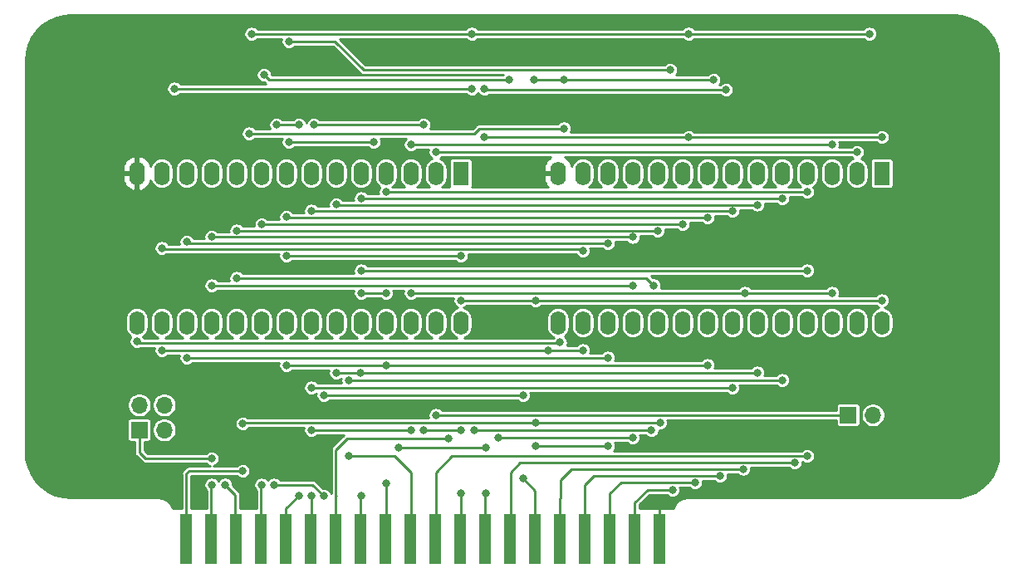
<source format=gbr>
G04 #@! TF.GenerationSoftware,KiCad,Pcbnew,(5.1.9-0-10_14)*
G04 #@! TF.CreationDate,2021-04-09T13:05:53-05:00*
G04 #@! TF.ProjectId,Memory Card,4d656d6f-7279-4204-9361-72642e6b6963,rev?*
G04 #@! TF.SameCoordinates,Original*
G04 #@! TF.FileFunction,Copper,L2,Bot*
G04 #@! TF.FilePolarity,Positive*
%FSLAX46Y46*%
G04 Gerber Fmt 4.6, Leading zero omitted, Abs format (unit mm)*
G04 Created by KiCad (PCBNEW (5.1.9-0-10_14)) date 2021-04-09 13:05:53*
%MOMM*%
%LPD*%
G01*
G04 APERTURE LIST*
G04 #@! TA.AperFunction,SMDPad,CuDef*
%ADD10R,1.270000X5.080000*%
G04 #@! TD*
G04 #@! TA.AperFunction,ComponentPad*
%ADD11R,1.600000X2.400000*%
G04 #@! TD*
G04 #@! TA.AperFunction,ComponentPad*
%ADD12O,1.600000X2.400000*%
G04 #@! TD*
G04 #@! TA.AperFunction,ComponentPad*
%ADD13R,1.700000X1.700000*%
G04 #@! TD*
G04 #@! TA.AperFunction,ComponentPad*
%ADD14O,1.700000X1.700000*%
G04 #@! TD*
G04 #@! TA.AperFunction,ViaPad*
%ADD15C,0.800000*%
G04 #@! TD*
G04 #@! TA.AperFunction,Conductor*
%ADD16C,0.250000*%
G04 #@! TD*
G04 #@! TA.AperFunction,Conductor*
%ADD17C,0.254000*%
G04 #@! TD*
G04 #@! TA.AperFunction,Conductor*
%ADD18C,0.100000*%
G04 #@! TD*
G04 APERTURE END LIST*
D10*
X115300000Y-130030000D03*
X117840000Y-130030000D03*
X120380000Y-130030000D03*
X122920000Y-130030000D03*
X125460000Y-130030000D03*
X128000000Y-130030000D03*
X130540000Y-130030000D03*
X133080000Y-130030000D03*
X135620000Y-130030000D03*
X138160000Y-130030000D03*
X140700000Y-130030000D03*
X143240000Y-130030000D03*
X145780000Y-130030000D03*
X148320000Y-130030000D03*
X150860000Y-130030000D03*
X153400000Y-130030000D03*
X155940000Y-130030000D03*
X158480000Y-130030000D03*
X161020000Y-130030000D03*
X163560000Y-130030000D03*
D11*
X143256000Y-92710000D03*
D12*
X110236000Y-107950000D03*
X140716000Y-92710000D03*
X112776000Y-107950000D03*
X138176000Y-92710000D03*
X115316000Y-107950000D03*
X135636000Y-92710000D03*
X117856000Y-107950000D03*
X133096000Y-92710000D03*
X120396000Y-107950000D03*
X130556000Y-92710000D03*
X122936000Y-107950000D03*
X128016000Y-92710000D03*
X125476000Y-107950000D03*
X125476000Y-92710000D03*
X128016000Y-107950000D03*
X122936000Y-92710000D03*
X130556000Y-107950000D03*
X120396000Y-92710000D03*
X133096000Y-107950000D03*
X117856000Y-92710000D03*
X135636000Y-107950000D03*
X115316000Y-92710000D03*
X138176000Y-107950000D03*
X112776000Y-92710000D03*
X140716000Y-107950000D03*
X110236000Y-92710000D03*
X143256000Y-107950000D03*
X186182000Y-107950000D03*
X153162000Y-92710000D03*
X183642000Y-107950000D03*
X155702000Y-92710000D03*
X181102000Y-107950000D03*
X158242000Y-92710000D03*
X178562000Y-107950000D03*
X160782000Y-92710000D03*
X176022000Y-107950000D03*
X163322000Y-92710000D03*
X173482000Y-107950000D03*
X165862000Y-92710000D03*
X170942000Y-107950000D03*
X168402000Y-92710000D03*
X168402000Y-107950000D03*
X170942000Y-92710000D03*
X165862000Y-107950000D03*
X173482000Y-92710000D03*
X163322000Y-107950000D03*
X176022000Y-92710000D03*
X160782000Y-107950000D03*
X178562000Y-92710000D03*
X158242000Y-107950000D03*
X181102000Y-92710000D03*
X155702000Y-107950000D03*
X183642000Y-92710000D03*
X153162000Y-107950000D03*
D11*
X186182000Y-92710000D03*
D13*
X182753000Y-117348000D03*
D14*
X185293000Y-117348000D03*
D13*
X110490000Y-118872000D03*
D14*
X110490000Y-116332000D03*
X113030000Y-118872000D03*
X113030000Y-116332000D03*
D15*
X108585000Y-84074000D03*
X176784000Y-83312000D03*
X191135000Y-112776000D03*
X120396000Y-103378000D03*
X144653000Y-118872000D03*
X162704000Y-118872000D03*
X162941000Y-104140000D03*
X160782000Y-104139998D03*
X117856000Y-104140000D03*
X160782000Y-119634000D03*
X147066000Y-119634000D03*
X115316000Y-111505996D03*
X158242000Y-111506002D03*
X158242000Y-120523000D03*
X150876000Y-120523000D03*
X112776000Y-110744000D03*
X152181999Y-110743998D03*
X155702000Y-110744000D03*
X110236000Y-109855000D03*
X153400000Y-109964990D03*
X155702000Y-100584000D03*
X112776000Y-100329996D03*
X158242000Y-99856000D03*
X115316000Y-99677990D03*
X160782000Y-99204000D03*
X117856000Y-99169990D03*
X163322000Y-98552000D03*
X120396000Y-98552000D03*
X164846000Y-124968000D03*
X122953000Y-97899990D03*
X165862000Y-97917000D03*
X167132000Y-124223000D03*
X168402000Y-97223000D03*
X125476000Y-97155000D03*
X169672000Y-123571000D03*
X170942000Y-96571000D03*
X128016000Y-96520000D03*
X172085000Y-122843002D03*
X173482000Y-95919000D03*
X130556000Y-95885000D03*
X149606000Y-115316000D03*
X129286000Y-115316000D03*
X149606000Y-123825000D03*
X176022000Y-95267000D03*
X133096000Y-95250000D03*
X177292000Y-122191002D03*
X135636000Y-94615000D03*
X178562000Y-94615000D03*
X136906000Y-120650000D03*
X145796002Y-125349000D03*
X145796000Y-120650000D03*
X138176000Y-89789000D03*
X181102000Y-89789000D03*
X139446000Y-118872000D03*
X143256000Y-118872000D03*
X143256000Y-125349000D03*
X140716000Y-90551000D03*
X183642000Y-90551000D03*
X141986000Y-119761000D03*
X121031000Y-123063000D03*
X143256000Y-105664000D03*
X186182000Y-105664000D03*
X150876000Y-118110000D03*
X150876000Y-105664000D03*
X121031000Y-118237000D03*
X121920000Y-78485996D03*
X144399000Y-78486000D03*
X166497000Y-78486000D03*
X184912000Y-78486000D03*
X163576000Y-118110000D03*
X124206000Y-124460000D03*
X129286001Y-125603001D03*
X125730000Y-89535000D03*
X134366000Y-89535000D03*
X117856000Y-124460000D03*
X117856000Y-121793000D03*
X119253000Y-124460000D03*
X122936000Y-124460000D03*
X150749000Y-83185000D03*
X169037000Y-83184998D03*
X121666000Y-88646000D03*
X153797000Y-88138000D03*
X153797000Y-83185000D03*
X186182000Y-89027000D03*
X166497000Y-89027000D03*
X145669000Y-89027000D03*
X143256000Y-101109000D03*
X125476000Y-101109000D03*
X126746000Y-125602998D03*
X172212000Y-104902000D03*
X181102000Y-104902002D03*
X138175998Y-104902000D03*
X138176000Y-118872000D03*
X128016000Y-118872000D03*
X128016000Y-125603000D03*
X130556000Y-113047000D03*
X173482000Y-113030000D03*
X133096000Y-125603000D03*
X133079000Y-113047000D03*
X135636000Y-124333000D03*
X135636000Y-112268000D03*
X125476000Y-112268000D03*
X168402000Y-112268000D03*
X131826000Y-113792000D03*
X176022002Y-113792000D03*
X131826000Y-121539000D03*
X135636000Y-104902000D03*
X133096000Y-104902000D03*
X178561998Y-121539000D03*
X133096000Y-102616000D03*
X178562000Y-102616002D03*
X124460000Y-87757000D03*
X126746000Y-87757002D03*
X170942000Y-114554000D03*
X128016000Y-114554000D03*
X140716000Y-117348000D03*
X128270000Y-87757000D03*
X139446004Y-87757000D03*
X125730000Y-79248000D03*
X164592000Y-82169000D03*
X144399000Y-84074000D03*
X114046000Y-84074000D03*
X148209000Y-83185000D03*
X123190000Y-82677000D03*
X170307000Y-84201000D03*
X145669000Y-84074000D03*
D16*
X163560000Y-130030000D02*
X163560000Y-125714000D01*
X144653000Y-118872000D02*
X162704000Y-118872000D01*
X162196001Y-103395001D02*
X162541001Y-103740001D01*
X120396000Y-103378000D02*
X132766034Y-103378000D01*
X132783039Y-103395005D02*
X133408961Y-103395005D01*
X132766034Y-103378000D02*
X132783039Y-103395005D01*
X133408961Y-103395005D02*
X133408965Y-103395001D01*
X162541001Y-103740001D02*
X162941000Y-104140000D01*
X133408965Y-103395001D02*
X162196001Y-103395001D01*
X120708964Y-104139998D02*
X120708962Y-104140000D01*
X160782000Y-104139998D02*
X120708964Y-104139998D01*
X120708962Y-104140000D02*
X117856000Y-104140000D01*
X160782000Y-119634000D02*
X147066000Y-119634000D01*
X115316000Y-111505996D02*
X158241994Y-111505996D01*
X158241994Y-111505996D02*
X158242000Y-111506002D01*
X158242000Y-120523000D02*
X150876000Y-120523000D01*
X112776000Y-110744000D02*
X152181997Y-110744000D01*
X152181997Y-110744000D02*
X152181999Y-110743998D01*
X155701998Y-110743998D02*
X155702000Y-110744000D01*
X152181999Y-110743998D02*
X155701998Y-110743998D01*
X153382990Y-109982000D02*
X153400000Y-109964990D01*
X110363000Y-109982000D02*
X153382990Y-109982000D01*
X110236000Y-109855000D02*
X110363000Y-109982000D01*
X112776000Y-100457000D02*
X112776000Y-100329996D01*
X155575000Y-100457000D02*
X112776000Y-100457000D01*
X155702000Y-100584000D02*
X155575000Y-100457000D01*
X158208000Y-99822000D02*
X115460010Y-99822000D01*
X158242000Y-99856000D02*
X158208000Y-99822000D01*
X115460010Y-99822000D02*
X115316000Y-99677990D01*
X160782000Y-99204000D02*
X117890010Y-99204000D01*
X117890010Y-99204000D02*
X117856000Y-99169990D01*
X163322000Y-98552000D02*
X120396000Y-98552000D01*
X164846000Y-124968000D02*
X162306000Y-124968000D01*
X161020000Y-126254000D02*
X161020000Y-130030000D01*
X162306000Y-124968000D02*
X161020000Y-126254000D01*
X122953000Y-97899990D02*
X165844990Y-97899990D01*
X165844990Y-97899990D02*
X165862000Y-97917000D01*
X167132000Y-124223000D02*
X159622000Y-124223000D01*
X158480000Y-125365000D02*
X158480000Y-130030000D01*
X159622000Y-124223000D02*
X158480000Y-125365000D01*
X125544000Y-97223000D02*
X125476000Y-97155000D01*
X168402000Y-97223000D02*
X125544000Y-97223000D01*
X156845000Y-123571000D02*
X169672000Y-123571000D01*
X155940000Y-130030000D02*
X155940000Y-124476000D01*
X155940000Y-124476000D02*
X156845000Y-123571000D01*
X128067000Y-96571000D02*
X128016000Y-96520000D01*
X170942000Y-96571000D02*
X128067000Y-96571000D01*
X154905998Y-122843002D02*
X154686000Y-122843002D01*
X172085000Y-122843002D02*
X154905998Y-122843002D01*
X154524998Y-122843002D02*
X154905998Y-122843002D01*
X153416000Y-125857000D02*
X153416000Y-123952000D01*
X153416000Y-123952000D02*
X154524998Y-122843002D01*
X153400000Y-125873000D02*
X153416000Y-125857000D01*
X153400000Y-130030000D02*
X153400000Y-125873000D01*
X130590000Y-95919000D02*
X130556000Y-95885000D01*
X173482000Y-95919000D02*
X130590000Y-95919000D01*
X149606000Y-115316000D02*
X129286000Y-115316000D01*
X150860000Y-125079000D02*
X149606000Y-123825000D01*
X150860000Y-130030000D02*
X150860000Y-125079000D01*
X133113000Y-95267000D02*
X133096000Y-95250000D01*
X176022000Y-95267000D02*
X133113000Y-95267000D01*
X149334998Y-122191002D02*
X177292000Y-122191002D01*
X148336000Y-130014000D02*
X148336000Y-123190000D01*
X148336000Y-123190000D02*
X149334998Y-122191002D01*
X148320000Y-130030000D02*
X148336000Y-130014000D01*
X135636000Y-94615000D02*
X178562000Y-94615000D01*
X145780000Y-130030000D02*
X145780000Y-125365002D01*
X145780000Y-125365002D02*
X145796002Y-125349000D01*
X136906000Y-120650000D02*
X137471685Y-120650000D01*
X137471685Y-120650000D02*
X145796000Y-120650000D01*
X138176000Y-89789000D02*
X181102000Y-89789000D01*
X139446000Y-118872000D02*
X143256000Y-118872000D01*
X143256000Y-130014000D02*
X143240000Y-130030000D01*
X143256000Y-125349000D02*
X143256000Y-130014000D01*
X140716000Y-90551000D02*
X183642000Y-90551000D01*
X130540000Y-125619006D02*
X130556000Y-125603006D01*
X130540000Y-130030000D02*
X130540000Y-125619006D01*
X131699000Y-119761000D02*
X141986000Y-119761000D01*
X130540000Y-120920000D02*
X131699000Y-119761000D01*
X130540000Y-125619006D02*
X130540000Y-120920000D01*
X115300000Y-123333000D02*
X115570000Y-123063000D01*
X115300000Y-130030000D02*
X115300000Y-123333000D01*
X115570000Y-123063000D02*
X121031000Y-123063000D01*
X143256000Y-105664000D02*
X150876000Y-105664000D01*
X121158000Y-118110000D02*
X121031000Y-118237000D01*
X150876000Y-118110000D02*
X121158000Y-118110000D01*
X144398996Y-78485996D02*
X144399000Y-78486000D01*
X121920000Y-78485996D02*
X144398996Y-78485996D01*
X144399000Y-78486000D02*
X166497000Y-78486000D01*
X166497000Y-78486000D02*
X184912000Y-78486000D01*
X150876000Y-105664000D02*
X186182000Y-105664000D01*
X163576000Y-118110000D02*
X150876000Y-118110000D01*
X124206000Y-124460000D02*
X128143000Y-124460000D01*
X128143000Y-124460000D02*
X129286001Y-125603001D01*
X125730000Y-89535000D02*
X134366000Y-89535000D01*
X117840000Y-130030000D02*
X117840000Y-124444000D01*
X117840000Y-124444000D02*
X117856000Y-124460000D01*
X115062000Y-121793000D02*
X115061998Y-121793002D01*
X117856000Y-121793000D02*
X115062000Y-121793000D01*
X115189002Y-121793002D02*
X115061998Y-121793002D01*
X110490000Y-121158000D02*
X110490000Y-118872000D01*
X111125002Y-121793002D02*
X110490000Y-121158000D01*
X115061998Y-121793002D02*
X111125002Y-121793002D01*
X119253000Y-124460000D02*
X120269000Y-125476000D01*
X120269000Y-129919000D02*
X120380000Y-130030000D01*
X120269000Y-125476000D02*
X120269000Y-129919000D01*
X122920000Y-124476000D02*
X122936000Y-124460000D01*
X122920000Y-129960000D02*
X122920000Y-124476000D01*
X169036998Y-83185000D02*
X169037000Y-83184998D01*
X153797000Y-83185000D02*
X169036998Y-83185000D01*
X150749000Y-83185000D02*
X153797000Y-83185000D01*
X145161000Y-88138000D02*
X153797000Y-88138000D01*
X144653000Y-88646000D02*
X145161000Y-88138000D01*
X121666000Y-88646000D02*
X144653000Y-88646000D01*
X186182000Y-89027000D02*
X166497000Y-89027000D01*
X166497000Y-89027000D02*
X145669000Y-89027000D01*
X143256000Y-101109000D02*
X125476000Y-101109000D01*
X125460000Y-126888998D02*
X126746000Y-125602998D01*
X125460000Y-130030000D02*
X125460000Y-126888998D01*
X181101998Y-104902000D02*
X181102000Y-104902002D01*
X172212000Y-104902000D02*
X181101998Y-104902000D01*
X138176000Y-118872000D02*
X128016000Y-118872000D01*
X128016000Y-130014000D02*
X128000000Y-130030000D01*
X128016000Y-125603000D02*
X128016000Y-130014000D01*
X138741683Y-104902000D02*
X138175998Y-104902000D01*
X172212000Y-104902000D02*
X163524962Y-104902000D01*
X138758684Y-104919001D02*
X138741683Y-104902000D01*
X163524962Y-104902000D02*
X163507961Y-104919001D01*
X163507961Y-104919001D02*
X138758684Y-104919001D01*
X173465000Y-113047000D02*
X173482000Y-113030000D01*
X133080000Y-125619000D02*
X133096000Y-125603000D01*
X133080000Y-130030000D02*
X133080000Y-125619000D01*
X133079000Y-113047000D02*
X173465000Y-113047000D01*
X130556000Y-113047000D02*
X133079000Y-113047000D01*
X135636000Y-130014000D02*
X135620000Y-130030000D01*
X135636000Y-124333000D02*
X135636000Y-130014000D01*
X135636000Y-112268000D02*
X125476000Y-112268000D01*
X135636000Y-112268000D02*
X168402000Y-112268000D01*
X131826000Y-113792000D02*
X176022002Y-113792000D01*
X136525000Y-121539000D02*
X131826000Y-121539000D01*
X138176000Y-123190000D02*
X136525000Y-121539000D01*
X138176000Y-130014000D02*
X138176000Y-123190000D01*
X138160000Y-130030000D02*
X138176000Y-130014000D01*
X135636000Y-104902000D02*
X133096000Y-104902000D01*
X178561996Y-121539002D02*
X178561998Y-121539000D01*
X142366998Y-121539002D02*
X178561996Y-121539002D01*
X140716000Y-123190000D02*
X142366998Y-121539002D01*
X140716000Y-130014000D02*
X140716000Y-123190000D01*
X140700000Y-130030000D02*
X140716000Y-130014000D01*
X133096000Y-102616000D02*
X178561998Y-102616000D01*
X178561998Y-102616000D02*
X178562000Y-102616002D01*
X124460000Y-87757000D02*
X126619000Y-87757000D01*
X126745998Y-87757000D02*
X126746000Y-87757002D01*
X126619000Y-87757000D02*
X126745998Y-87757000D01*
X170942000Y-114554000D02*
X128016000Y-114554000D01*
X140716000Y-117348000D02*
X182753000Y-117348000D01*
X139192000Y-87757000D02*
X139446004Y-87757000D01*
X128270000Y-87757000D02*
X139192000Y-87757000D01*
X133349996Y-82168996D02*
X164591996Y-82168996D01*
X164591996Y-82168996D02*
X164592000Y-82169000D01*
X130429000Y-79248000D02*
X133349996Y-82168996D01*
X125730000Y-79248000D02*
X130429000Y-79248000D01*
X144399000Y-84074000D02*
X114046000Y-84074000D01*
X148209000Y-83185000D02*
X123698000Y-83185000D01*
X123698000Y-83185000D02*
X123190000Y-82677000D01*
X145796000Y-84201000D02*
X145669000Y-84074000D01*
X170307000Y-84201000D02*
X145796000Y-84201000D01*
D17*
X194314346Y-76673794D02*
X195101873Y-76889238D01*
X195838816Y-77240741D01*
X196501860Y-77717187D01*
X197070056Y-78303519D01*
X197525438Y-78981200D01*
X197853619Y-79728816D01*
X198044970Y-80525851D01*
X198095101Y-81208506D01*
X198095100Y-121175515D01*
X198020906Y-122006846D01*
X197805462Y-122794374D01*
X197453959Y-123531316D01*
X196977513Y-124194360D01*
X196391181Y-124762556D01*
X195713500Y-125217938D01*
X194965884Y-125546119D01*
X194168849Y-125737470D01*
X193486208Y-125787600D01*
X166281159Y-125787600D01*
X166263511Y-125789338D01*
X166257321Y-125789295D01*
X166251679Y-125789848D01*
X166057582Y-125810249D01*
X166021496Y-125817656D01*
X165985392Y-125824544D01*
X165979967Y-125826181D01*
X165979961Y-125826183D01*
X165793527Y-125883894D01*
X165759600Y-125898155D01*
X165725487Y-125911938D01*
X165720481Y-125914599D01*
X165548804Y-126007424D01*
X165518237Y-126028042D01*
X165487506Y-126048152D01*
X165483112Y-126051734D01*
X165332734Y-126176138D01*
X165306764Y-126202289D01*
X165280516Y-126227994D01*
X165276907Y-126232356D01*
X165276901Y-126232362D01*
X165276897Y-126232369D01*
X165153552Y-126383604D01*
X165133178Y-126414269D01*
X165112399Y-126444616D01*
X165109705Y-126449598D01*
X165109702Y-126449602D01*
X165109702Y-126449603D01*
X165018077Y-126621925D01*
X165004049Y-126655960D01*
X164989559Y-126689768D01*
X164987882Y-126695183D01*
X164934196Y-126873000D01*
X164348531Y-126873000D01*
X164319482Y-126864188D01*
X164195000Y-126851928D01*
X163845750Y-126855000D01*
X163827750Y-126873000D01*
X163292250Y-126873000D01*
X163274250Y-126855000D01*
X162925000Y-126851928D01*
X162800518Y-126864188D01*
X162771469Y-126873000D01*
X161526000Y-126873000D01*
X161526000Y-126463591D01*
X162515592Y-125474000D01*
X164247499Y-125474000D01*
X164348141Y-125574642D01*
X164476058Y-125660113D01*
X164618191Y-125718987D01*
X164769078Y-125749000D01*
X164922922Y-125749000D01*
X165073809Y-125718987D01*
X165215942Y-125660113D01*
X165343859Y-125574642D01*
X165452642Y-125465859D01*
X165538113Y-125337942D01*
X165596987Y-125195809D01*
X165627000Y-125044922D01*
X165627000Y-124891078D01*
X165596987Y-124740191D01*
X165592351Y-124729000D01*
X166533499Y-124729000D01*
X166634141Y-124829642D01*
X166762058Y-124915113D01*
X166904191Y-124973987D01*
X167055078Y-125004000D01*
X167208922Y-125004000D01*
X167359809Y-124973987D01*
X167501942Y-124915113D01*
X167629859Y-124829642D01*
X167738642Y-124720859D01*
X167824113Y-124592942D01*
X167882987Y-124450809D01*
X167913000Y-124299922D01*
X167913000Y-124146078D01*
X167899260Y-124077000D01*
X169073499Y-124077000D01*
X169174141Y-124177642D01*
X169302058Y-124263113D01*
X169444191Y-124321987D01*
X169595078Y-124352000D01*
X169748922Y-124352000D01*
X169899809Y-124321987D01*
X170041942Y-124263113D01*
X170169859Y-124177642D01*
X170278642Y-124068859D01*
X170364113Y-123940942D01*
X170422987Y-123798809D01*
X170453000Y-123647922D01*
X170453000Y-123494078D01*
X170424143Y-123349002D01*
X171486499Y-123349002D01*
X171587141Y-123449644D01*
X171715058Y-123535115D01*
X171857191Y-123593989D01*
X172008078Y-123624002D01*
X172161922Y-123624002D01*
X172312809Y-123593989D01*
X172454942Y-123535115D01*
X172582859Y-123449644D01*
X172691642Y-123340861D01*
X172777113Y-123212944D01*
X172835987Y-123070811D01*
X172866000Y-122919924D01*
X172866000Y-122766080D01*
X172852260Y-122697002D01*
X176693499Y-122697002D01*
X176794141Y-122797644D01*
X176922058Y-122883115D01*
X177064191Y-122941989D01*
X177215078Y-122972002D01*
X177368922Y-122972002D01*
X177519809Y-122941989D01*
X177661942Y-122883115D01*
X177789859Y-122797644D01*
X177898642Y-122688861D01*
X177984113Y-122560944D01*
X178042987Y-122418811D01*
X178073000Y-122267924D01*
X178073000Y-122151563D01*
X178192056Y-122231113D01*
X178334189Y-122289987D01*
X178485076Y-122320000D01*
X178638920Y-122320000D01*
X178789807Y-122289987D01*
X178931940Y-122231113D01*
X179059857Y-122145642D01*
X179168640Y-122036859D01*
X179254111Y-121908942D01*
X179312985Y-121766809D01*
X179342998Y-121615922D01*
X179342998Y-121462078D01*
X179312985Y-121311191D01*
X179254111Y-121169058D01*
X179168640Y-121041141D01*
X179059857Y-120932358D01*
X178931940Y-120846887D01*
X178789807Y-120788013D01*
X178638920Y-120758000D01*
X178485076Y-120758000D01*
X178334189Y-120788013D01*
X178192056Y-120846887D01*
X178064139Y-120932358D01*
X177963495Y-121033002D01*
X158836499Y-121033002D01*
X158848642Y-121020859D01*
X158934113Y-120892942D01*
X158992987Y-120750809D01*
X159023000Y-120599922D01*
X159023000Y-120446078D01*
X158992987Y-120295191D01*
X158934113Y-120153058D01*
X158925388Y-120140000D01*
X160183499Y-120140000D01*
X160284141Y-120240642D01*
X160412058Y-120326113D01*
X160554191Y-120384987D01*
X160705078Y-120415000D01*
X160858922Y-120415000D01*
X161009809Y-120384987D01*
X161151942Y-120326113D01*
X161279859Y-120240642D01*
X161388642Y-120131859D01*
X161474113Y-120003942D01*
X161532987Y-119861809D01*
X161563000Y-119710922D01*
X161563000Y-119557078D01*
X161532987Y-119406191D01*
X161521310Y-119378000D01*
X162105499Y-119378000D01*
X162206141Y-119478642D01*
X162334058Y-119564113D01*
X162476191Y-119622987D01*
X162627078Y-119653000D01*
X162780922Y-119653000D01*
X162931809Y-119622987D01*
X163073942Y-119564113D01*
X163201859Y-119478642D01*
X163310642Y-119369859D01*
X163396113Y-119241942D01*
X163454987Y-119099809D01*
X163485000Y-118948922D01*
X163485000Y-118888200D01*
X163499078Y-118891000D01*
X163652922Y-118891000D01*
X163803809Y-118860987D01*
X163945942Y-118802113D01*
X164073859Y-118716642D01*
X164182642Y-118607859D01*
X164268113Y-118479942D01*
X164326987Y-118337809D01*
X164357000Y-118186922D01*
X164357000Y-118033078D01*
X164326987Y-117882191D01*
X164315310Y-117854000D01*
X181520157Y-117854000D01*
X181520157Y-118198000D01*
X181527513Y-118272689D01*
X181549299Y-118344508D01*
X181584678Y-118410696D01*
X181632289Y-118468711D01*
X181690304Y-118516322D01*
X181756492Y-118551701D01*
X181828311Y-118573487D01*
X181903000Y-118580843D01*
X183603000Y-118580843D01*
X183677689Y-118573487D01*
X183749508Y-118551701D01*
X183815696Y-118516322D01*
X183873711Y-118468711D01*
X183921322Y-118410696D01*
X183956701Y-118344508D01*
X183978487Y-118272689D01*
X183985843Y-118198000D01*
X183985843Y-117226757D01*
X184062000Y-117226757D01*
X184062000Y-117469243D01*
X184109307Y-117707069D01*
X184202102Y-117931097D01*
X184336820Y-118132717D01*
X184508283Y-118304180D01*
X184709903Y-118438898D01*
X184933931Y-118531693D01*
X185171757Y-118579000D01*
X185414243Y-118579000D01*
X185652069Y-118531693D01*
X185876097Y-118438898D01*
X186077717Y-118304180D01*
X186249180Y-118132717D01*
X186383898Y-117931097D01*
X186476693Y-117707069D01*
X186524000Y-117469243D01*
X186524000Y-117226757D01*
X186476693Y-116988931D01*
X186383898Y-116764903D01*
X186249180Y-116563283D01*
X186077717Y-116391820D01*
X185876097Y-116257102D01*
X185652069Y-116164307D01*
X185414243Y-116117000D01*
X185171757Y-116117000D01*
X184933931Y-116164307D01*
X184709903Y-116257102D01*
X184508283Y-116391820D01*
X184336820Y-116563283D01*
X184202102Y-116764903D01*
X184109307Y-116988931D01*
X184062000Y-117226757D01*
X183985843Y-117226757D01*
X183985843Y-116498000D01*
X183978487Y-116423311D01*
X183956701Y-116351492D01*
X183921322Y-116285304D01*
X183873711Y-116227289D01*
X183815696Y-116179678D01*
X183749508Y-116144299D01*
X183677689Y-116122513D01*
X183603000Y-116115157D01*
X181903000Y-116115157D01*
X181828311Y-116122513D01*
X181756492Y-116144299D01*
X181690304Y-116179678D01*
X181632289Y-116227289D01*
X181584678Y-116285304D01*
X181549299Y-116351492D01*
X181527513Y-116423311D01*
X181520157Y-116498000D01*
X181520157Y-116842000D01*
X141314501Y-116842000D01*
X141213859Y-116741358D01*
X141085942Y-116655887D01*
X140943809Y-116597013D01*
X140792922Y-116567000D01*
X140639078Y-116567000D01*
X140488191Y-116597013D01*
X140346058Y-116655887D01*
X140218141Y-116741358D01*
X140109358Y-116850141D01*
X140023887Y-116978058D01*
X139965013Y-117120191D01*
X139935000Y-117271078D01*
X139935000Y-117424922D01*
X139965013Y-117575809D01*
X139976690Y-117604000D01*
X121489411Y-117604000D01*
X121400942Y-117544887D01*
X121258809Y-117486013D01*
X121107922Y-117456000D01*
X120954078Y-117456000D01*
X120803191Y-117486013D01*
X120661058Y-117544887D01*
X120533141Y-117630358D01*
X120424358Y-117739141D01*
X120338887Y-117867058D01*
X120280013Y-118009191D01*
X120250000Y-118160078D01*
X120250000Y-118313922D01*
X120280013Y-118464809D01*
X120338887Y-118606942D01*
X120424358Y-118734859D01*
X120533141Y-118843642D01*
X120661058Y-118929113D01*
X120803191Y-118987987D01*
X120954078Y-119018000D01*
X121107922Y-119018000D01*
X121258809Y-118987987D01*
X121400942Y-118929113D01*
X121528859Y-118843642D01*
X121637642Y-118734859D01*
X121717061Y-118616000D01*
X127276690Y-118616000D01*
X127265013Y-118644191D01*
X127235000Y-118795078D01*
X127235000Y-118948922D01*
X127265013Y-119099809D01*
X127323887Y-119241942D01*
X127409358Y-119369859D01*
X127518141Y-119478642D01*
X127646058Y-119564113D01*
X127788191Y-119622987D01*
X127939078Y-119653000D01*
X128092922Y-119653000D01*
X128243809Y-119622987D01*
X128385942Y-119564113D01*
X128513859Y-119478642D01*
X128614501Y-119378000D01*
X131368075Y-119378000D01*
X131339473Y-119401473D01*
X131323628Y-119420780D01*
X130199780Y-120544629D01*
X130180474Y-120560473D01*
X130117242Y-120637521D01*
X130110811Y-120649553D01*
X130070255Y-120725426D01*
X130041322Y-120820808D01*
X130031553Y-120920000D01*
X130034001Y-120944856D01*
X130034000Y-125367979D01*
X129978114Y-125233059D01*
X129892643Y-125105142D01*
X129783860Y-124996359D01*
X129655943Y-124910888D01*
X129513810Y-124852014D01*
X129362923Y-124822001D01*
X129220593Y-124822001D01*
X128518376Y-124119785D01*
X128502527Y-124100473D01*
X128425479Y-124037241D01*
X128337575Y-123990255D01*
X128242193Y-123961322D01*
X128167854Y-123954000D01*
X128167846Y-123954000D01*
X128143000Y-123951553D01*
X128118154Y-123954000D01*
X124804501Y-123954000D01*
X124703859Y-123853358D01*
X124575942Y-123767887D01*
X124433809Y-123709013D01*
X124282922Y-123679000D01*
X124129078Y-123679000D01*
X123978191Y-123709013D01*
X123836058Y-123767887D01*
X123708141Y-123853358D01*
X123599358Y-123962141D01*
X123571000Y-124004582D01*
X123542642Y-123962141D01*
X123433859Y-123853358D01*
X123305942Y-123767887D01*
X123163809Y-123709013D01*
X123012922Y-123679000D01*
X122859078Y-123679000D01*
X122708191Y-123709013D01*
X122566058Y-123767887D01*
X122438141Y-123853358D01*
X122329358Y-123962141D01*
X122243887Y-124090058D01*
X122185013Y-124232191D01*
X122155000Y-124383078D01*
X122155000Y-124536922D01*
X122185013Y-124687809D01*
X122243887Y-124829942D01*
X122329358Y-124957859D01*
X122414001Y-125042502D01*
X122414001Y-126873000D01*
X120775000Y-126873000D01*
X120775000Y-125500846D01*
X120777447Y-125476000D01*
X120775000Y-125451154D01*
X120775000Y-125451146D01*
X120767678Y-125376807D01*
X120738745Y-125281425D01*
X120691759Y-125193521D01*
X120628527Y-125116473D01*
X120609220Y-125100628D01*
X120034000Y-124525409D01*
X120034000Y-124383078D01*
X120003987Y-124232191D01*
X119945113Y-124090058D01*
X119859642Y-123962141D01*
X119750859Y-123853358D01*
X119622942Y-123767887D01*
X119480809Y-123709013D01*
X119329922Y-123679000D01*
X119176078Y-123679000D01*
X119025191Y-123709013D01*
X118883058Y-123767887D01*
X118755141Y-123853358D01*
X118646358Y-123962141D01*
X118560887Y-124090058D01*
X118554500Y-124105477D01*
X118548113Y-124090058D01*
X118462642Y-123962141D01*
X118353859Y-123853358D01*
X118225942Y-123767887D01*
X118083809Y-123709013D01*
X117932922Y-123679000D01*
X117779078Y-123679000D01*
X117628191Y-123709013D01*
X117486058Y-123767887D01*
X117358141Y-123853358D01*
X117249358Y-123962141D01*
X117163887Y-124090058D01*
X117105013Y-124232191D01*
X117075000Y-124383078D01*
X117075000Y-124536922D01*
X117105013Y-124687809D01*
X117163887Y-124829942D01*
X117249358Y-124957859D01*
X117334001Y-125042502D01*
X117334001Y-126873000D01*
X115806000Y-126873000D01*
X115806000Y-123569000D01*
X120432499Y-123569000D01*
X120533141Y-123669642D01*
X120661058Y-123755113D01*
X120803191Y-123813987D01*
X120954078Y-123844000D01*
X121107922Y-123844000D01*
X121258809Y-123813987D01*
X121400942Y-123755113D01*
X121528859Y-123669642D01*
X121637642Y-123560859D01*
X121723113Y-123432942D01*
X121781987Y-123290809D01*
X121812000Y-123139922D01*
X121812000Y-122986078D01*
X121781987Y-122835191D01*
X121723113Y-122693058D01*
X121637642Y-122565141D01*
X121528859Y-122456358D01*
X121400942Y-122370887D01*
X121258809Y-122312013D01*
X121107922Y-122282000D01*
X120954078Y-122282000D01*
X120803191Y-122312013D01*
X120661058Y-122370887D01*
X120533141Y-122456358D01*
X120432499Y-122557000D01*
X118018388Y-122557000D01*
X118083809Y-122543987D01*
X118225942Y-122485113D01*
X118353859Y-122399642D01*
X118462642Y-122290859D01*
X118548113Y-122162942D01*
X118606987Y-122020809D01*
X118637000Y-121869922D01*
X118637000Y-121716078D01*
X118606987Y-121565191D01*
X118548113Y-121423058D01*
X118462642Y-121295141D01*
X118353859Y-121186358D01*
X118225942Y-121100887D01*
X118083809Y-121042013D01*
X117932922Y-121012000D01*
X117779078Y-121012000D01*
X117628191Y-121042013D01*
X117486058Y-121100887D01*
X117358141Y-121186358D01*
X117257499Y-121287000D01*
X115086854Y-121287000D01*
X115062000Y-121284552D01*
X115037146Y-121287000D01*
X115037126Y-121287002D01*
X111334594Y-121287002D01*
X110996000Y-120948409D01*
X110996000Y-120104843D01*
X111340000Y-120104843D01*
X111414689Y-120097487D01*
X111486508Y-120075701D01*
X111552696Y-120040322D01*
X111610711Y-119992711D01*
X111658322Y-119934696D01*
X111693701Y-119868508D01*
X111715487Y-119796689D01*
X111722843Y-119722000D01*
X111722843Y-118750757D01*
X111799000Y-118750757D01*
X111799000Y-118993243D01*
X111846307Y-119231069D01*
X111939102Y-119455097D01*
X112073820Y-119656717D01*
X112245283Y-119828180D01*
X112446903Y-119962898D01*
X112670931Y-120055693D01*
X112908757Y-120103000D01*
X113151243Y-120103000D01*
X113389069Y-120055693D01*
X113613097Y-119962898D01*
X113814717Y-119828180D01*
X113986180Y-119656717D01*
X114120898Y-119455097D01*
X114213693Y-119231069D01*
X114261000Y-118993243D01*
X114261000Y-118750757D01*
X114213693Y-118512931D01*
X114120898Y-118288903D01*
X113986180Y-118087283D01*
X113814717Y-117915820D01*
X113613097Y-117781102D01*
X113389069Y-117688307D01*
X113151243Y-117641000D01*
X112908757Y-117641000D01*
X112670931Y-117688307D01*
X112446903Y-117781102D01*
X112245283Y-117915820D01*
X112073820Y-118087283D01*
X111939102Y-118288903D01*
X111846307Y-118512931D01*
X111799000Y-118750757D01*
X111722843Y-118750757D01*
X111722843Y-118022000D01*
X111715487Y-117947311D01*
X111693701Y-117875492D01*
X111658322Y-117809304D01*
X111610711Y-117751289D01*
X111552696Y-117703678D01*
X111486508Y-117668299D01*
X111414689Y-117646513D01*
X111340000Y-117639157D01*
X109640000Y-117639157D01*
X109565311Y-117646513D01*
X109493492Y-117668299D01*
X109427304Y-117703678D01*
X109369289Y-117751289D01*
X109321678Y-117809304D01*
X109286299Y-117875492D01*
X109264513Y-117947311D01*
X109257157Y-118022000D01*
X109257157Y-119722000D01*
X109264513Y-119796689D01*
X109286299Y-119868508D01*
X109321678Y-119934696D01*
X109369289Y-119992711D01*
X109427304Y-120040322D01*
X109493492Y-120075701D01*
X109565311Y-120097487D01*
X109640000Y-120104843D01*
X109984000Y-120104843D01*
X109984000Y-121133154D01*
X109981553Y-121158000D01*
X109984000Y-121182846D01*
X109984000Y-121182853D01*
X109991322Y-121257192D01*
X110020255Y-121352574D01*
X110067241Y-121440479D01*
X110130473Y-121517527D01*
X110149785Y-121533376D01*
X110749629Y-122133221D01*
X110765475Y-122152529D01*
X110842523Y-122215761D01*
X110930427Y-122262747D01*
X111003609Y-122284946D01*
X111025808Y-122291680D01*
X111035696Y-122292654D01*
X111100148Y-122299002D01*
X111100155Y-122299002D01*
X111125001Y-122301449D01*
X111149847Y-122299002D01*
X115037152Y-122299002D01*
X115061998Y-122301449D01*
X115086844Y-122299002D01*
X115213856Y-122299002D01*
X115213876Y-122299000D01*
X117257499Y-122299000D01*
X117358141Y-122399642D01*
X117486058Y-122485113D01*
X117628191Y-122543987D01*
X117693612Y-122557000D01*
X115594854Y-122557000D01*
X115570000Y-122554552D01*
X115545146Y-122557000D01*
X115470807Y-122564322D01*
X115375425Y-122593255D01*
X115287521Y-122640241D01*
X115210473Y-122703473D01*
X115194624Y-122722785D01*
X114959781Y-122957628D01*
X114940474Y-122973473D01*
X114877242Y-123050521D01*
X114864685Y-123074013D01*
X114830255Y-123138426D01*
X114801322Y-123233808D01*
X114791553Y-123333000D01*
X114794001Y-123357856D01*
X114794000Y-126873000D01*
X113868679Y-126873000D01*
X113868518Y-126872465D01*
X113810806Y-126686027D01*
X113796545Y-126652100D01*
X113782762Y-126617987D01*
X113780101Y-126612981D01*
X113687276Y-126441304D01*
X113666658Y-126410737D01*
X113646548Y-126380006D01*
X113642966Y-126375612D01*
X113518562Y-126225234D01*
X113492411Y-126199264D01*
X113466706Y-126173016D01*
X113462344Y-126169407D01*
X113462338Y-126169401D01*
X113462331Y-126169397D01*
X113311096Y-126046052D01*
X113280431Y-126025678D01*
X113250084Y-126004899D01*
X113245102Y-126002205D01*
X113245098Y-126002202D01*
X113245094Y-126002200D01*
X113072775Y-125910577D01*
X113038740Y-125896549D01*
X113004932Y-125882059D01*
X112999517Y-125880382D01*
X112812681Y-125823973D01*
X112776511Y-125816811D01*
X112740591Y-125809176D01*
X112734964Y-125808584D01*
X112734953Y-125808582D01*
X112734943Y-125808582D01*
X112540719Y-125789538D01*
X112540718Y-125789538D01*
X112521041Y-125787600D01*
X103519185Y-125787600D01*
X102687854Y-125713406D01*
X101900326Y-125497962D01*
X101163384Y-125146459D01*
X100500340Y-124670013D01*
X99932144Y-124083681D01*
X99476762Y-123406000D01*
X99148581Y-122658384D01*
X98957230Y-121861349D01*
X98907100Y-121178708D01*
X98907100Y-116210757D01*
X109259000Y-116210757D01*
X109259000Y-116453243D01*
X109306307Y-116691069D01*
X109399102Y-116915097D01*
X109533820Y-117116717D01*
X109705283Y-117288180D01*
X109906903Y-117422898D01*
X110130931Y-117515693D01*
X110368757Y-117563000D01*
X110611243Y-117563000D01*
X110849069Y-117515693D01*
X111073097Y-117422898D01*
X111274717Y-117288180D01*
X111446180Y-117116717D01*
X111580898Y-116915097D01*
X111673693Y-116691069D01*
X111721000Y-116453243D01*
X111721000Y-116210757D01*
X111799000Y-116210757D01*
X111799000Y-116453243D01*
X111846307Y-116691069D01*
X111939102Y-116915097D01*
X112073820Y-117116717D01*
X112245283Y-117288180D01*
X112446903Y-117422898D01*
X112670931Y-117515693D01*
X112908757Y-117563000D01*
X113151243Y-117563000D01*
X113389069Y-117515693D01*
X113613097Y-117422898D01*
X113814717Y-117288180D01*
X113986180Y-117116717D01*
X114120898Y-116915097D01*
X114213693Y-116691069D01*
X114261000Y-116453243D01*
X114261000Y-116210757D01*
X114213693Y-115972931D01*
X114120898Y-115748903D01*
X113986180Y-115547283D01*
X113814717Y-115375820D01*
X113613097Y-115241102D01*
X113389069Y-115148307D01*
X113151243Y-115101000D01*
X112908757Y-115101000D01*
X112670931Y-115148307D01*
X112446903Y-115241102D01*
X112245283Y-115375820D01*
X112073820Y-115547283D01*
X111939102Y-115748903D01*
X111846307Y-115972931D01*
X111799000Y-116210757D01*
X111721000Y-116210757D01*
X111673693Y-115972931D01*
X111580898Y-115748903D01*
X111446180Y-115547283D01*
X111274717Y-115375820D01*
X111073097Y-115241102D01*
X110849069Y-115148307D01*
X110611243Y-115101000D01*
X110368757Y-115101000D01*
X110130931Y-115148307D01*
X109906903Y-115241102D01*
X109705283Y-115375820D01*
X109533820Y-115547283D01*
X109399102Y-115748903D01*
X109306307Y-115972931D01*
X109259000Y-116210757D01*
X98907100Y-116210757D01*
X98907100Y-107491984D01*
X109055000Y-107491984D01*
X109055000Y-108408015D01*
X109072088Y-108581515D01*
X109139619Y-108804135D01*
X109249283Y-109009302D01*
X109396866Y-109189134D01*
X109576697Y-109336717D01*
X109625555Y-109362832D01*
X109543887Y-109485058D01*
X109485013Y-109627191D01*
X109455000Y-109778078D01*
X109455000Y-109931922D01*
X109485013Y-110082809D01*
X109543887Y-110224942D01*
X109629358Y-110352859D01*
X109738141Y-110461642D01*
X109866058Y-110547113D01*
X110008191Y-110605987D01*
X110159078Y-110636000D01*
X110312922Y-110636000D01*
X110463809Y-110605987D01*
X110605942Y-110547113D01*
X110694411Y-110488000D01*
X112036690Y-110488000D01*
X112025013Y-110516191D01*
X111995000Y-110667078D01*
X111995000Y-110820922D01*
X112025013Y-110971809D01*
X112083887Y-111113942D01*
X112169358Y-111241859D01*
X112278141Y-111350642D01*
X112406058Y-111436113D01*
X112548191Y-111494987D01*
X112699078Y-111525000D01*
X112852922Y-111525000D01*
X113003809Y-111494987D01*
X113145942Y-111436113D01*
X113273859Y-111350642D01*
X113374501Y-111250000D01*
X114576689Y-111250000D01*
X114565013Y-111278187D01*
X114535000Y-111429074D01*
X114535000Y-111582918D01*
X114565013Y-111733805D01*
X114623887Y-111875938D01*
X114709358Y-112003855D01*
X114818141Y-112112638D01*
X114946058Y-112198109D01*
X115088191Y-112256983D01*
X115239078Y-112286996D01*
X115392922Y-112286996D01*
X115543809Y-112256983D01*
X115685942Y-112198109D01*
X115813859Y-112112638D01*
X115914501Y-112011996D01*
X124736692Y-112011996D01*
X124725013Y-112040191D01*
X124695000Y-112191078D01*
X124695000Y-112344922D01*
X124725013Y-112495809D01*
X124783887Y-112637942D01*
X124869358Y-112765859D01*
X124978141Y-112874642D01*
X125106058Y-112960113D01*
X125248191Y-113018987D01*
X125399078Y-113049000D01*
X125552922Y-113049000D01*
X125703809Y-113018987D01*
X125845942Y-112960113D01*
X125973859Y-112874642D01*
X126074501Y-112774000D01*
X129823732Y-112774000D01*
X129805013Y-112819191D01*
X129775000Y-112970078D01*
X129775000Y-113123922D01*
X129805013Y-113274809D01*
X129863887Y-113416942D01*
X129949358Y-113544859D01*
X130058141Y-113653642D01*
X130186058Y-113739113D01*
X130328191Y-113797987D01*
X130479078Y-113828000D01*
X130632922Y-113828000D01*
X130783809Y-113797987D01*
X130925942Y-113739113D01*
X131053859Y-113653642D01*
X131058055Y-113649446D01*
X131045000Y-113715078D01*
X131045000Y-113868922D01*
X131075013Y-114019809D01*
X131086690Y-114048000D01*
X128614501Y-114048000D01*
X128513859Y-113947358D01*
X128385942Y-113861887D01*
X128243809Y-113803013D01*
X128092922Y-113773000D01*
X127939078Y-113773000D01*
X127788191Y-113803013D01*
X127646058Y-113861887D01*
X127518141Y-113947358D01*
X127409358Y-114056141D01*
X127323887Y-114184058D01*
X127265013Y-114326191D01*
X127235000Y-114477078D01*
X127235000Y-114630922D01*
X127265013Y-114781809D01*
X127323887Y-114923942D01*
X127409358Y-115051859D01*
X127518141Y-115160642D01*
X127646058Y-115246113D01*
X127788191Y-115304987D01*
X127939078Y-115335000D01*
X128092922Y-115335000D01*
X128243809Y-115304987D01*
X128385942Y-115246113D01*
X128513859Y-115160642D01*
X128522276Y-115152225D01*
X128505000Y-115239078D01*
X128505000Y-115392922D01*
X128535013Y-115543809D01*
X128593887Y-115685942D01*
X128679358Y-115813859D01*
X128788141Y-115922642D01*
X128916058Y-116008113D01*
X129058191Y-116066987D01*
X129209078Y-116097000D01*
X129362922Y-116097000D01*
X129513809Y-116066987D01*
X129655942Y-116008113D01*
X129783859Y-115922642D01*
X129884501Y-115822000D01*
X149007499Y-115822000D01*
X149108141Y-115922642D01*
X149236058Y-116008113D01*
X149378191Y-116066987D01*
X149529078Y-116097000D01*
X149682922Y-116097000D01*
X149833809Y-116066987D01*
X149975942Y-116008113D01*
X150103859Y-115922642D01*
X150212642Y-115813859D01*
X150298113Y-115685942D01*
X150356987Y-115543809D01*
X150387000Y-115392922D01*
X150387000Y-115239078D01*
X150356987Y-115088191D01*
X150345310Y-115060000D01*
X170343499Y-115060000D01*
X170444141Y-115160642D01*
X170572058Y-115246113D01*
X170714191Y-115304987D01*
X170865078Y-115335000D01*
X171018922Y-115335000D01*
X171169809Y-115304987D01*
X171311942Y-115246113D01*
X171439859Y-115160642D01*
X171548642Y-115051859D01*
X171634113Y-114923942D01*
X171692987Y-114781809D01*
X171723000Y-114630922D01*
X171723000Y-114477078D01*
X171692987Y-114326191D01*
X171681310Y-114298000D01*
X175423501Y-114298000D01*
X175524143Y-114398642D01*
X175652060Y-114484113D01*
X175794193Y-114542987D01*
X175945080Y-114573000D01*
X176098924Y-114573000D01*
X176249811Y-114542987D01*
X176391944Y-114484113D01*
X176519861Y-114398642D01*
X176628644Y-114289859D01*
X176714115Y-114161942D01*
X176772989Y-114019809D01*
X176803002Y-113868922D01*
X176803002Y-113715078D01*
X176772989Y-113564191D01*
X176714115Y-113422058D01*
X176628644Y-113294141D01*
X176519861Y-113185358D01*
X176391944Y-113099887D01*
X176249811Y-113041013D01*
X176098924Y-113011000D01*
X175945080Y-113011000D01*
X175794193Y-113041013D01*
X175652060Y-113099887D01*
X175524143Y-113185358D01*
X175423501Y-113286000D01*
X174221310Y-113286000D01*
X174232987Y-113257809D01*
X174263000Y-113106922D01*
X174263000Y-112953078D01*
X174232987Y-112802191D01*
X174174113Y-112660058D01*
X174088642Y-112532141D01*
X173979859Y-112423358D01*
X173851942Y-112337887D01*
X173709809Y-112279013D01*
X173558922Y-112249000D01*
X173405078Y-112249000D01*
X173254191Y-112279013D01*
X173112058Y-112337887D01*
X172984141Y-112423358D01*
X172875358Y-112532141D01*
X172869439Y-112541000D01*
X169134268Y-112541000D01*
X169152987Y-112495809D01*
X169183000Y-112344922D01*
X169183000Y-112191078D01*
X169152987Y-112040191D01*
X169094113Y-111898058D01*
X169008642Y-111770141D01*
X168899859Y-111661358D01*
X168771942Y-111575887D01*
X168629809Y-111517013D01*
X168478922Y-111487000D01*
X168325078Y-111487000D01*
X168174191Y-111517013D01*
X168032058Y-111575887D01*
X167904141Y-111661358D01*
X167803499Y-111762000D01*
X158981311Y-111762000D01*
X158992987Y-111733811D01*
X159023000Y-111582924D01*
X159023000Y-111429080D01*
X158992987Y-111278193D01*
X158934113Y-111136060D01*
X158848642Y-111008143D01*
X158739859Y-110899360D01*
X158611942Y-110813889D01*
X158469809Y-110755015D01*
X158318922Y-110725002D01*
X158165078Y-110725002D01*
X158014191Y-110755015D01*
X157872058Y-110813889D01*
X157744141Y-110899360D01*
X157643505Y-110999996D01*
X156441311Y-110999996D01*
X156452987Y-110971809D01*
X156483000Y-110820922D01*
X156483000Y-110667078D01*
X156452987Y-110516191D01*
X156394113Y-110374058D01*
X156308642Y-110246141D01*
X156199859Y-110137358D01*
X156071942Y-110051887D01*
X155929809Y-109993013D01*
X155778922Y-109963000D01*
X155625078Y-109963000D01*
X155474191Y-109993013D01*
X155332058Y-110051887D01*
X155204141Y-110137358D01*
X155103501Y-110237998D01*
X154132265Y-110237998D01*
X154150987Y-110192799D01*
X154181000Y-110041912D01*
X154181000Y-109888068D01*
X154150987Y-109737181D01*
X154092113Y-109595048D01*
X154006642Y-109467131D01*
X153897859Y-109358348D01*
X153841131Y-109320444D01*
X154001134Y-109189134D01*
X154148717Y-109009303D01*
X154258381Y-108804136D01*
X154325912Y-108581516D01*
X154343000Y-108408016D01*
X154343000Y-107491985D01*
X154343000Y-107491984D01*
X154521000Y-107491984D01*
X154521000Y-108408015D01*
X154538088Y-108581515D01*
X154605619Y-108804135D01*
X154715283Y-109009302D01*
X154862866Y-109189134D01*
X155042697Y-109336717D01*
X155247864Y-109446381D01*
X155470484Y-109513912D01*
X155702000Y-109536714D01*
X155933515Y-109513912D01*
X156156135Y-109446381D01*
X156361302Y-109336717D01*
X156541134Y-109189134D01*
X156688717Y-109009303D01*
X156798381Y-108804136D01*
X156865912Y-108581516D01*
X156883000Y-108408016D01*
X156883000Y-107491985D01*
X156883000Y-107491984D01*
X157061000Y-107491984D01*
X157061000Y-108408015D01*
X157078088Y-108581515D01*
X157145619Y-108804135D01*
X157255283Y-109009302D01*
X157402866Y-109189134D01*
X157582697Y-109336717D01*
X157787864Y-109446381D01*
X158010484Y-109513912D01*
X158242000Y-109536714D01*
X158473515Y-109513912D01*
X158696135Y-109446381D01*
X158901302Y-109336717D01*
X159081134Y-109189134D01*
X159228717Y-109009303D01*
X159338381Y-108804136D01*
X159405912Y-108581516D01*
X159423000Y-108408016D01*
X159423000Y-107491985D01*
X159423000Y-107491984D01*
X159601000Y-107491984D01*
X159601000Y-108408015D01*
X159618088Y-108581515D01*
X159685619Y-108804135D01*
X159795283Y-109009302D01*
X159942866Y-109189134D01*
X160122697Y-109336717D01*
X160327864Y-109446381D01*
X160550484Y-109513912D01*
X160782000Y-109536714D01*
X161013515Y-109513912D01*
X161236135Y-109446381D01*
X161441302Y-109336717D01*
X161621134Y-109189134D01*
X161768717Y-109009303D01*
X161878381Y-108804136D01*
X161945912Y-108581516D01*
X161963000Y-108408016D01*
X161963000Y-107491985D01*
X161963000Y-107491984D01*
X162141000Y-107491984D01*
X162141000Y-108408015D01*
X162158088Y-108581515D01*
X162225619Y-108804135D01*
X162335283Y-109009302D01*
X162482866Y-109189134D01*
X162662697Y-109336717D01*
X162867864Y-109446381D01*
X163090484Y-109513912D01*
X163322000Y-109536714D01*
X163553515Y-109513912D01*
X163776135Y-109446381D01*
X163981302Y-109336717D01*
X164161134Y-109189134D01*
X164308717Y-109009303D01*
X164418381Y-108804136D01*
X164485912Y-108581516D01*
X164503000Y-108408016D01*
X164503000Y-107491985D01*
X164503000Y-107491984D01*
X164681000Y-107491984D01*
X164681000Y-108408015D01*
X164698088Y-108581515D01*
X164765619Y-108804135D01*
X164875283Y-109009302D01*
X165022866Y-109189134D01*
X165202697Y-109336717D01*
X165407864Y-109446381D01*
X165630484Y-109513912D01*
X165862000Y-109536714D01*
X166093515Y-109513912D01*
X166316135Y-109446381D01*
X166521302Y-109336717D01*
X166701134Y-109189134D01*
X166848717Y-109009303D01*
X166958381Y-108804136D01*
X167025912Y-108581516D01*
X167043000Y-108408016D01*
X167043000Y-107491985D01*
X167043000Y-107491984D01*
X167221000Y-107491984D01*
X167221000Y-108408015D01*
X167238088Y-108581515D01*
X167305619Y-108804135D01*
X167415283Y-109009302D01*
X167562866Y-109189134D01*
X167742697Y-109336717D01*
X167947864Y-109446381D01*
X168170484Y-109513912D01*
X168402000Y-109536714D01*
X168633515Y-109513912D01*
X168856135Y-109446381D01*
X169061302Y-109336717D01*
X169241134Y-109189134D01*
X169388717Y-109009303D01*
X169498381Y-108804136D01*
X169565912Y-108581516D01*
X169583000Y-108408016D01*
X169583000Y-107491985D01*
X169583000Y-107491984D01*
X169761000Y-107491984D01*
X169761000Y-108408015D01*
X169778088Y-108581515D01*
X169845619Y-108804135D01*
X169955283Y-109009302D01*
X170102866Y-109189134D01*
X170282697Y-109336717D01*
X170487864Y-109446381D01*
X170710484Y-109513912D01*
X170942000Y-109536714D01*
X171173515Y-109513912D01*
X171396135Y-109446381D01*
X171601302Y-109336717D01*
X171781134Y-109189134D01*
X171928717Y-109009303D01*
X172038381Y-108804136D01*
X172105912Y-108581516D01*
X172123000Y-108408016D01*
X172123000Y-107491985D01*
X172123000Y-107491984D01*
X172301000Y-107491984D01*
X172301000Y-108408015D01*
X172318088Y-108581515D01*
X172385619Y-108804135D01*
X172495283Y-109009302D01*
X172642866Y-109189134D01*
X172822697Y-109336717D01*
X173027864Y-109446381D01*
X173250484Y-109513912D01*
X173482000Y-109536714D01*
X173713515Y-109513912D01*
X173936135Y-109446381D01*
X174141302Y-109336717D01*
X174321134Y-109189134D01*
X174468717Y-109009303D01*
X174578381Y-108804136D01*
X174645912Y-108581516D01*
X174663000Y-108408016D01*
X174663000Y-107491985D01*
X174663000Y-107491984D01*
X174841000Y-107491984D01*
X174841000Y-108408015D01*
X174858088Y-108581515D01*
X174925619Y-108804135D01*
X175035283Y-109009302D01*
X175182866Y-109189134D01*
X175362697Y-109336717D01*
X175567864Y-109446381D01*
X175790484Y-109513912D01*
X176022000Y-109536714D01*
X176253515Y-109513912D01*
X176476135Y-109446381D01*
X176681302Y-109336717D01*
X176861134Y-109189134D01*
X177008717Y-109009303D01*
X177118381Y-108804136D01*
X177185912Y-108581516D01*
X177203000Y-108408016D01*
X177203000Y-107491985D01*
X177203000Y-107491984D01*
X177381000Y-107491984D01*
X177381000Y-108408015D01*
X177398088Y-108581515D01*
X177465619Y-108804135D01*
X177575283Y-109009302D01*
X177722866Y-109189134D01*
X177902697Y-109336717D01*
X178107864Y-109446381D01*
X178330484Y-109513912D01*
X178562000Y-109536714D01*
X178793515Y-109513912D01*
X179016135Y-109446381D01*
X179221302Y-109336717D01*
X179401134Y-109189134D01*
X179548717Y-109009303D01*
X179658381Y-108804136D01*
X179725912Y-108581516D01*
X179743000Y-108408016D01*
X179743000Y-107491985D01*
X179743000Y-107491984D01*
X179921000Y-107491984D01*
X179921000Y-108408015D01*
X179938088Y-108581515D01*
X180005619Y-108804135D01*
X180115283Y-109009302D01*
X180262866Y-109189134D01*
X180442697Y-109336717D01*
X180647864Y-109446381D01*
X180870484Y-109513912D01*
X181102000Y-109536714D01*
X181333515Y-109513912D01*
X181556135Y-109446381D01*
X181761302Y-109336717D01*
X181941134Y-109189134D01*
X182088717Y-109009303D01*
X182198381Y-108804136D01*
X182265912Y-108581516D01*
X182283000Y-108408016D01*
X182283000Y-107491985D01*
X182283000Y-107491984D01*
X182461000Y-107491984D01*
X182461000Y-108408015D01*
X182478088Y-108581515D01*
X182545619Y-108804135D01*
X182655283Y-109009302D01*
X182802866Y-109189134D01*
X182982697Y-109336717D01*
X183187864Y-109446381D01*
X183410484Y-109513912D01*
X183642000Y-109536714D01*
X183873515Y-109513912D01*
X184096135Y-109446381D01*
X184301302Y-109336717D01*
X184481134Y-109189134D01*
X184628717Y-109009303D01*
X184738381Y-108804136D01*
X184805912Y-108581516D01*
X184823000Y-108408016D01*
X184823000Y-107491985D01*
X184805912Y-107318485D01*
X184738381Y-107095864D01*
X184628717Y-106890697D01*
X184481134Y-106710866D01*
X184301303Y-106563283D01*
X184096136Y-106453619D01*
X183873516Y-106386088D01*
X183642000Y-106363286D01*
X183410485Y-106386088D01*
X183187865Y-106453619D01*
X182982698Y-106563283D01*
X182802867Y-106710866D01*
X182655284Y-106890697D01*
X182545619Y-107095864D01*
X182478088Y-107318484D01*
X182461000Y-107491984D01*
X182283000Y-107491984D01*
X182265912Y-107318485D01*
X182198381Y-107095864D01*
X182088717Y-106890697D01*
X181941134Y-106710866D01*
X181761303Y-106563283D01*
X181556136Y-106453619D01*
X181333516Y-106386088D01*
X181102000Y-106363286D01*
X180870485Y-106386088D01*
X180647865Y-106453619D01*
X180442698Y-106563283D01*
X180262867Y-106710866D01*
X180115284Y-106890697D01*
X180005619Y-107095864D01*
X179938088Y-107318484D01*
X179921000Y-107491984D01*
X179743000Y-107491984D01*
X179725912Y-107318485D01*
X179658381Y-107095864D01*
X179548717Y-106890697D01*
X179401134Y-106710866D01*
X179221303Y-106563283D01*
X179016136Y-106453619D01*
X178793516Y-106386088D01*
X178562000Y-106363286D01*
X178330485Y-106386088D01*
X178107865Y-106453619D01*
X177902698Y-106563283D01*
X177722867Y-106710866D01*
X177575284Y-106890697D01*
X177465619Y-107095864D01*
X177398088Y-107318484D01*
X177381000Y-107491984D01*
X177203000Y-107491984D01*
X177185912Y-107318485D01*
X177118381Y-107095864D01*
X177008717Y-106890697D01*
X176861134Y-106710866D01*
X176681303Y-106563283D01*
X176476136Y-106453619D01*
X176253516Y-106386088D01*
X176022000Y-106363286D01*
X175790485Y-106386088D01*
X175567865Y-106453619D01*
X175362698Y-106563283D01*
X175182867Y-106710866D01*
X175035284Y-106890697D01*
X174925619Y-107095864D01*
X174858088Y-107318484D01*
X174841000Y-107491984D01*
X174663000Y-107491984D01*
X174645912Y-107318485D01*
X174578381Y-107095864D01*
X174468717Y-106890697D01*
X174321134Y-106710866D01*
X174141303Y-106563283D01*
X173936136Y-106453619D01*
X173713516Y-106386088D01*
X173482000Y-106363286D01*
X173250485Y-106386088D01*
X173027865Y-106453619D01*
X172822698Y-106563283D01*
X172642867Y-106710866D01*
X172495284Y-106890697D01*
X172385619Y-107095864D01*
X172318088Y-107318484D01*
X172301000Y-107491984D01*
X172123000Y-107491984D01*
X172105912Y-107318485D01*
X172038381Y-107095864D01*
X171928717Y-106890697D01*
X171781134Y-106710866D01*
X171601303Y-106563283D01*
X171396136Y-106453619D01*
X171173516Y-106386088D01*
X170942000Y-106363286D01*
X170710485Y-106386088D01*
X170487865Y-106453619D01*
X170282698Y-106563283D01*
X170102867Y-106710866D01*
X169955284Y-106890697D01*
X169845619Y-107095864D01*
X169778088Y-107318484D01*
X169761000Y-107491984D01*
X169583000Y-107491984D01*
X169565912Y-107318485D01*
X169498381Y-107095864D01*
X169388717Y-106890697D01*
X169241134Y-106710866D01*
X169061303Y-106563283D01*
X168856136Y-106453619D01*
X168633516Y-106386088D01*
X168402000Y-106363286D01*
X168170485Y-106386088D01*
X167947865Y-106453619D01*
X167742698Y-106563283D01*
X167562867Y-106710866D01*
X167415284Y-106890697D01*
X167305619Y-107095864D01*
X167238088Y-107318484D01*
X167221000Y-107491984D01*
X167043000Y-107491984D01*
X167025912Y-107318485D01*
X166958381Y-107095864D01*
X166848717Y-106890697D01*
X166701134Y-106710866D01*
X166521303Y-106563283D01*
X166316136Y-106453619D01*
X166093516Y-106386088D01*
X165862000Y-106363286D01*
X165630485Y-106386088D01*
X165407865Y-106453619D01*
X165202698Y-106563283D01*
X165022867Y-106710866D01*
X164875284Y-106890697D01*
X164765619Y-107095864D01*
X164698088Y-107318484D01*
X164681000Y-107491984D01*
X164503000Y-107491984D01*
X164485912Y-107318485D01*
X164418381Y-107095864D01*
X164308717Y-106890697D01*
X164161134Y-106710866D01*
X163981303Y-106563283D01*
X163776136Y-106453619D01*
X163553516Y-106386088D01*
X163322000Y-106363286D01*
X163090485Y-106386088D01*
X162867865Y-106453619D01*
X162662698Y-106563283D01*
X162482867Y-106710866D01*
X162335284Y-106890697D01*
X162225619Y-107095864D01*
X162158088Y-107318484D01*
X162141000Y-107491984D01*
X161963000Y-107491984D01*
X161945912Y-107318485D01*
X161878381Y-107095864D01*
X161768717Y-106890697D01*
X161621134Y-106710866D01*
X161441303Y-106563283D01*
X161236136Y-106453619D01*
X161013516Y-106386088D01*
X160782000Y-106363286D01*
X160550485Y-106386088D01*
X160327865Y-106453619D01*
X160122698Y-106563283D01*
X159942867Y-106710866D01*
X159795284Y-106890697D01*
X159685619Y-107095864D01*
X159618088Y-107318484D01*
X159601000Y-107491984D01*
X159423000Y-107491984D01*
X159405912Y-107318485D01*
X159338381Y-107095864D01*
X159228717Y-106890697D01*
X159081134Y-106710866D01*
X158901303Y-106563283D01*
X158696136Y-106453619D01*
X158473516Y-106386088D01*
X158242000Y-106363286D01*
X158010485Y-106386088D01*
X157787865Y-106453619D01*
X157582698Y-106563283D01*
X157402867Y-106710866D01*
X157255284Y-106890697D01*
X157145619Y-107095864D01*
X157078088Y-107318484D01*
X157061000Y-107491984D01*
X156883000Y-107491984D01*
X156865912Y-107318485D01*
X156798381Y-107095864D01*
X156688717Y-106890697D01*
X156541134Y-106710866D01*
X156361303Y-106563283D01*
X156156136Y-106453619D01*
X155933516Y-106386088D01*
X155702000Y-106363286D01*
X155470485Y-106386088D01*
X155247865Y-106453619D01*
X155042698Y-106563283D01*
X154862867Y-106710866D01*
X154715284Y-106890697D01*
X154605619Y-107095864D01*
X154538088Y-107318484D01*
X154521000Y-107491984D01*
X154343000Y-107491984D01*
X154325912Y-107318485D01*
X154258381Y-107095864D01*
X154148717Y-106890697D01*
X154001134Y-106710866D01*
X153821303Y-106563283D01*
X153616136Y-106453619D01*
X153393516Y-106386088D01*
X153162000Y-106363286D01*
X152930485Y-106386088D01*
X152707865Y-106453619D01*
X152502698Y-106563283D01*
X152322867Y-106710866D01*
X152175284Y-106890697D01*
X152065619Y-107095864D01*
X151998088Y-107318484D01*
X151981000Y-107491984D01*
X151981000Y-108408015D01*
X151998088Y-108581515D01*
X152065619Y-108804135D01*
X152175283Y-109009302D01*
X152322866Y-109189134D01*
X152502697Y-109336717D01*
X152707864Y-109446381D01*
X152790478Y-109471442D01*
X152787432Y-109476000D01*
X143612494Y-109476000D01*
X143710135Y-109446381D01*
X143915302Y-109336717D01*
X144095134Y-109189134D01*
X144242717Y-109009303D01*
X144352381Y-108804136D01*
X144419912Y-108581516D01*
X144437000Y-108408016D01*
X144437000Y-107491985D01*
X144419912Y-107318485D01*
X144352381Y-107095864D01*
X144242717Y-106890697D01*
X144095134Y-106710866D01*
X143915303Y-106563283D01*
X143710136Y-106453619D01*
X143525650Y-106397656D01*
X143625942Y-106356113D01*
X143753859Y-106270642D01*
X143854501Y-106170000D01*
X150277499Y-106170000D01*
X150378141Y-106270642D01*
X150506058Y-106356113D01*
X150648191Y-106414987D01*
X150799078Y-106445000D01*
X150952922Y-106445000D01*
X151103809Y-106414987D01*
X151245942Y-106356113D01*
X151373859Y-106270642D01*
X151474501Y-106170000D01*
X185583499Y-106170000D01*
X185684141Y-106270642D01*
X185812058Y-106356113D01*
X185912351Y-106397656D01*
X185727865Y-106453619D01*
X185522698Y-106563283D01*
X185342867Y-106710866D01*
X185195284Y-106890697D01*
X185085619Y-107095864D01*
X185018088Y-107318484D01*
X185001000Y-107491984D01*
X185001000Y-108408015D01*
X185018088Y-108581515D01*
X185085619Y-108804135D01*
X185195283Y-109009302D01*
X185342866Y-109189134D01*
X185522697Y-109336717D01*
X185727864Y-109446381D01*
X185950484Y-109513912D01*
X186182000Y-109536714D01*
X186413515Y-109513912D01*
X186636135Y-109446381D01*
X186841302Y-109336717D01*
X187021134Y-109189134D01*
X187168717Y-109009303D01*
X187278381Y-108804136D01*
X187345912Y-108581516D01*
X187363000Y-108408016D01*
X187363000Y-107491985D01*
X187345912Y-107318485D01*
X187278381Y-107095864D01*
X187168717Y-106890697D01*
X187021134Y-106710866D01*
X186841303Y-106563283D01*
X186636136Y-106453619D01*
X186451650Y-106397656D01*
X186551942Y-106356113D01*
X186679859Y-106270642D01*
X186788642Y-106161859D01*
X186874113Y-106033942D01*
X186932987Y-105891809D01*
X186963000Y-105740922D01*
X186963000Y-105587078D01*
X186932987Y-105436191D01*
X186874113Y-105294058D01*
X186788642Y-105166141D01*
X186679859Y-105057358D01*
X186551942Y-104971887D01*
X186409809Y-104913013D01*
X186258922Y-104883000D01*
X186105078Y-104883000D01*
X185954191Y-104913013D01*
X185812058Y-104971887D01*
X185684141Y-105057358D01*
X185583499Y-105158000D01*
X181841311Y-105158000D01*
X181852987Y-105129811D01*
X181883000Y-104978924D01*
X181883000Y-104825080D01*
X181852987Y-104674193D01*
X181794113Y-104532060D01*
X181708642Y-104404143D01*
X181599859Y-104295360D01*
X181471942Y-104209889D01*
X181329809Y-104151015D01*
X181178922Y-104121002D01*
X181025078Y-104121002D01*
X180874191Y-104151015D01*
X180732058Y-104209889D01*
X180604141Y-104295360D01*
X180503501Y-104396000D01*
X172810501Y-104396000D01*
X172709859Y-104295358D01*
X172581942Y-104209887D01*
X172439809Y-104151013D01*
X172288922Y-104121000D01*
X172135078Y-104121000D01*
X171984191Y-104151013D01*
X171842058Y-104209887D01*
X171714141Y-104295358D01*
X171613499Y-104396000D01*
X163680310Y-104396000D01*
X163691987Y-104367809D01*
X163722000Y-104216922D01*
X163722000Y-104063078D01*
X163691987Y-103912191D01*
X163633113Y-103770058D01*
X163547642Y-103642141D01*
X163438859Y-103533358D01*
X163310942Y-103447887D01*
X163168809Y-103389013D01*
X163017922Y-103359000D01*
X162875592Y-103359000D01*
X162638591Y-103122000D01*
X177963497Y-103122000D01*
X178064141Y-103222644D01*
X178192058Y-103308115D01*
X178334191Y-103366989D01*
X178485078Y-103397002D01*
X178638922Y-103397002D01*
X178789809Y-103366989D01*
X178931942Y-103308115D01*
X179059859Y-103222644D01*
X179168642Y-103113861D01*
X179254113Y-102985944D01*
X179312987Y-102843811D01*
X179343000Y-102692924D01*
X179343000Y-102539080D01*
X179312987Y-102388193D01*
X179254113Y-102246060D01*
X179168642Y-102118143D01*
X179059859Y-102009360D01*
X178931942Y-101923889D01*
X178789809Y-101865015D01*
X178638922Y-101835002D01*
X178485078Y-101835002D01*
X178334191Y-101865015D01*
X178192058Y-101923889D01*
X178064141Y-102009360D01*
X177963501Y-102110000D01*
X133694501Y-102110000D01*
X133593859Y-102009358D01*
X133465942Y-101923887D01*
X133323809Y-101865013D01*
X133172922Y-101835000D01*
X133019078Y-101835000D01*
X132868191Y-101865013D01*
X132726058Y-101923887D01*
X132598141Y-102009358D01*
X132489358Y-102118141D01*
X132403887Y-102246058D01*
X132345013Y-102388191D01*
X132315000Y-102539078D01*
X132315000Y-102692922D01*
X132345013Y-102843809D01*
X132356690Y-102872000D01*
X120994501Y-102872000D01*
X120893859Y-102771358D01*
X120765942Y-102685887D01*
X120623809Y-102627013D01*
X120472922Y-102597000D01*
X120319078Y-102597000D01*
X120168191Y-102627013D01*
X120026058Y-102685887D01*
X119898141Y-102771358D01*
X119789358Y-102880141D01*
X119703887Y-103008058D01*
X119645013Y-103150191D01*
X119615000Y-103301078D01*
X119615000Y-103454922D01*
X119645013Y-103605809D01*
X119656690Y-103634000D01*
X118454501Y-103634000D01*
X118353859Y-103533358D01*
X118225942Y-103447887D01*
X118083809Y-103389013D01*
X117932922Y-103359000D01*
X117779078Y-103359000D01*
X117628191Y-103389013D01*
X117486058Y-103447887D01*
X117358141Y-103533358D01*
X117249358Y-103642141D01*
X117163887Y-103770058D01*
X117105013Y-103912191D01*
X117075000Y-104063078D01*
X117075000Y-104216922D01*
X117105013Y-104367809D01*
X117163887Y-104509942D01*
X117249358Y-104637859D01*
X117358141Y-104746642D01*
X117486058Y-104832113D01*
X117628191Y-104890987D01*
X117779078Y-104921000D01*
X117932922Y-104921000D01*
X118083809Y-104890987D01*
X118225942Y-104832113D01*
X118353859Y-104746642D01*
X118454501Y-104646000D01*
X120684116Y-104646000D01*
X120708962Y-104648447D01*
X120733808Y-104646000D01*
X120733816Y-104646000D01*
X120733836Y-104645998D01*
X132356691Y-104645998D01*
X132345013Y-104674191D01*
X132315000Y-104825078D01*
X132315000Y-104978922D01*
X132345013Y-105129809D01*
X132403887Y-105271942D01*
X132489358Y-105399859D01*
X132598141Y-105508642D01*
X132726058Y-105594113D01*
X132868191Y-105652987D01*
X133019078Y-105683000D01*
X133172922Y-105683000D01*
X133323809Y-105652987D01*
X133465942Y-105594113D01*
X133593859Y-105508642D01*
X133694501Y-105408000D01*
X135037499Y-105408000D01*
X135138141Y-105508642D01*
X135266058Y-105594113D01*
X135408191Y-105652987D01*
X135559078Y-105683000D01*
X135712922Y-105683000D01*
X135863809Y-105652987D01*
X136005942Y-105594113D01*
X136133859Y-105508642D01*
X136242642Y-105399859D01*
X136328113Y-105271942D01*
X136386987Y-105129809D01*
X136417000Y-104978922D01*
X136417000Y-104825078D01*
X136386987Y-104674191D01*
X136375309Y-104645998D01*
X137436689Y-104645998D01*
X137425011Y-104674191D01*
X137394998Y-104825078D01*
X137394998Y-104978922D01*
X137425011Y-105129809D01*
X137483885Y-105271942D01*
X137569356Y-105399859D01*
X137678139Y-105508642D01*
X137806056Y-105594113D01*
X137948189Y-105652987D01*
X138099076Y-105683000D01*
X138252920Y-105683000D01*
X138403807Y-105652987D01*
X138545940Y-105594113D01*
X138673857Y-105508642D01*
X138755377Y-105427122D01*
X138758683Y-105427448D01*
X138783529Y-105425001D01*
X142509648Y-105425001D01*
X142505013Y-105436191D01*
X142475000Y-105587078D01*
X142475000Y-105740922D01*
X142505013Y-105891809D01*
X142563887Y-106033942D01*
X142649358Y-106161859D01*
X142758141Y-106270642D01*
X142886058Y-106356113D01*
X142986351Y-106397656D01*
X142801865Y-106453619D01*
X142596698Y-106563283D01*
X142416867Y-106710866D01*
X142269284Y-106890697D01*
X142159619Y-107095864D01*
X142092088Y-107318484D01*
X142075000Y-107491984D01*
X142075000Y-108408015D01*
X142092088Y-108581515D01*
X142159619Y-108804135D01*
X142269283Y-109009302D01*
X142416866Y-109189134D01*
X142596697Y-109336717D01*
X142801864Y-109446381D01*
X142899505Y-109476000D01*
X141072494Y-109476000D01*
X141170135Y-109446381D01*
X141375302Y-109336717D01*
X141555134Y-109189134D01*
X141702717Y-109009303D01*
X141812381Y-108804136D01*
X141879912Y-108581516D01*
X141897000Y-108408016D01*
X141897000Y-107491985D01*
X141879912Y-107318485D01*
X141812381Y-107095864D01*
X141702717Y-106890697D01*
X141555134Y-106710866D01*
X141375303Y-106563283D01*
X141170136Y-106453619D01*
X140947516Y-106386088D01*
X140716000Y-106363286D01*
X140484485Y-106386088D01*
X140261865Y-106453619D01*
X140056698Y-106563283D01*
X139876867Y-106710866D01*
X139729284Y-106890697D01*
X139619619Y-107095864D01*
X139552088Y-107318484D01*
X139535000Y-107491984D01*
X139535000Y-108408015D01*
X139552088Y-108581515D01*
X139619619Y-108804135D01*
X139729283Y-109009302D01*
X139876866Y-109189134D01*
X140056697Y-109336717D01*
X140261864Y-109446381D01*
X140359505Y-109476000D01*
X138532494Y-109476000D01*
X138630135Y-109446381D01*
X138835302Y-109336717D01*
X139015134Y-109189134D01*
X139162717Y-109009303D01*
X139272381Y-108804136D01*
X139339912Y-108581516D01*
X139357000Y-108408016D01*
X139357000Y-107491985D01*
X139339912Y-107318485D01*
X139272381Y-107095864D01*
X139162717Y-106890697D01*
X139015134Y-106710866D01*
X138835303Y-106563283D01*
X138630136Y-106453619D01*
X138407516Y-106386088D01*
X138176000Y-106363286D01*
X137944485Y-106386088D01*
X137721865Y-106453619D01*
X137516698Y-106563283D01*
X137336867Y-106710866D01*
X137189284Y-106890697D01*
X137079619Y-107095864D01*
X137012088Y-107318484D01*
X136995000Y-107491984D01*
X136995000Y-108408015D01*
X137012088Y-108581515D01*
X137079619Y-108804135D01*
X137189283Y-109009302D01*
X137336866Y-109189134D01*
X137516697Y-109336717D01*
X137721864Y-109446381D01*
X137819505Y-109476000D01*
X135992494Y-109476000D01*
X136090135Y-109446381D01*
X136295302Y-109336717D01*
X136475134Y-109189134D01*
X136622717Y-109009303D01*
X136732381Y-108804136D01*
X136799912Y-108581516D01*
X136817000Y-108408016D01*
X136817000Y-107491985D01*
X136799912Y-107318485D01*
X136732381Y-107095864D01*
X136622717Y-106890697D01*
X136475134Y-106710866D01*
X136295303Y-106563283D01*
X136090136Y-106453619D01*
X135867516Y-106386088D01*
X135636000Y-106363286D01*
X135404485Y-106386088D01*
X135181865Y-106453619D01*
X134976698Y-106563283D01*
X134796867Y-106710866D01*
X134649284Y-106890697D01*
X134539619Y-107095864D01*
X134472088Y-107318484D01*
X134455000Y-107491984D01*
X134455000Y-108408015D01*
X134472088Y-108581515D01*
X134539619Y-108804135D01*
X134649283Y-109009302D01*
X134796866Y-109189134D01*
X134976697Y-109336717D01*
X135181864Y-109446381D01*
X135279505Y-109476000D01*
X133452494Y-109476000D01*
X133550135Y-109446381D01*
X133755302Y-109336717D01*
X133935134Y-109189134D01*
X134082717Y-109009303D01*
X134192381Y-108804136D01*
X134259912Y-108581516D01*
X134277000Y-108408016D01*
X134277000Y-107491985D01*
X134259912Y-107318485D01*
X134192381Y-107095864D01*
X134082717Y-106890697D01*
X133935134Y-106710866D01*
X133755303Y-106563283D01*
X133550136Y-106453619D01*
X133327516Y-106386088D01*
X133096000Y-106363286D01*
X132864485Y-106386088D01*
X132641865Y-106453619D01*
X132436698Y-106563283D01*
X132256867Y-106710866D01*
X132109284Y-106890697D01*
X131999619Y-107095864D01*
X131932088Y-107318484D01*
X131915000Y-107491984D01*
X131915000Y-108408015D01*
X131932088Y-108581515D01*
X131999619Y-108804135D01*
X132109283Y-109009302D01*
X132256866Y-109189134D01*
X132436697Y-109336717D01*
X132641864Y-109446381D01*
X132739505Y-109476000D01*
X130912494Y-109476000D01*
X131010135Y-109446381D01*
X131215302Y-109336717D01*
X131395134Y-109189134D01*
X131542717Y-109009303D01*
X131652381Y-108804136D01*
X131719912Y-108581516D01*
X131737000Y-108408016D01*
X131737000Y-107491985D01*
X131719912Y-107318485D01*
X131652381Y-107095864D01*
X131542717Y-106890697D01*
X131395134Y-106710866D01*
X131215303Y-106563283D01*
X131010136Y-106453619D01*
X130787516Y-106386088D01*
X130556000Y-106363286D01*
X130324485Y-106386088D01*
X130101865Y-106453619D01*
X129896698Y-106563283D01*
X129716867Y-106710866D01*
X129569284Y-106890697D01*
X129459619Y-107095864D01*
X129392088Y-107318484D01*
X129375000Y-107491984D01*
X129375000Y-108408015D01*
X129392088Y-108581515D01*
X129459619Y-108804135D01*
X129569283Y-109009302D01*
X129716866Y-109189134D01*
X129896697Y-109336717D01*
X130101864Y-109446381D01*
X130199505Y-109476000D01*
X128372494Y-109476000D01*
X128470135Y-109446381D01*
X128675302Y-109336717D01*
X128855134Y-109189134D01*
X129002717Y-109009303D01*
X129112381Y-108804136D01*
X129179912Y-108581516D01*
X129197000Y-108408016D01*
X129197000Y-107491985D01*
X129179912Y-107318485D01*
X129112381Y-107095864D01*
X129002717Y-106890697D01*
X128855134Y-106710866D01*
X128675303Y-106563283D01*
X128470136Y-106453619D01*
X128247516Y-106386088D01*
X128016000Y-106363286D01*
X127784485Y-106386088D01*
X127561865Y-106453619D01*
X127356698Y-106563283D01*
X127176867Y-106710866D01*
X127029284Y-106890697D01*
X126919619Y-107095864D01*
X126852088Y-107318484D01*
X126835000Y-107491984D01*
X126835000Y-108408015D01*
X126852088Y-108581515D01*
X126919619Y-108804135D01*
X127029283Y-109009302D01*
X127176866Y-109189134D01*
X127356697Y-109336717D01*
X127561864Y-109446381D01*
X127659505Y-109476000D01*
X125832494Y-109476000D01*
X125930135Y-109446381D01*
X126135302Y-109336717D01*
X126315134Y-109189134D01*
X126462717Y-109009303D01*
X126572381Y-108804136D01*
X126639912Y-108581516D01*
X126657000Y-108408016D01*
X126657000Y-107491985D01*
X126639912Y-107318485D01*
X126572381Y-107095864D01*
X126462717Y-106890697D01*
X126315134Y-106710866D01*
X126135303Y-106563283D01*
X125930136Y-106453619D01*
X125707516Y-106386088D01*
X125476000Y-106363286D01*
X125244485Y-106386088D01*
X125021865Y-106453619D01*
X124816698Y-106563283D01*
X124636867Y-106710866D01*
X124489284Y-106890697D01*
X124379619Y-107095864D01*
X124312088Y-107318484D01*
X124295000Y-107491984D01*
X124295000Y-108408015D01*
X124312088Y-108581515D01*
X124379619Y-108804135D01*
X124489283Y-109009302D01*
X124636866Y-109189134D01*
X124816697Y-109336717D01*
X125021864Y-109446381D01*
X125119505Y-109476000D01*
X123292494Y-109476000D01*
X123390135Y-109446381D01*
X123595302Y-109336717D01*
X123775134Y-109189134D01*
X123922717Y-109009303D01*
X124032381Y-108804136D01*
X124099912Y-108581516D01*
X124117000Y-108408016D01*
X124117000Y-107491985D01*
X124099912Y-107318485D01*
X124032381Y-107095864D01*
X123922717Y-106890697D01*
X123775134Y-106710866D01*
X123595303Y-106563283D01*
X123390136Y-106453619D01*
X123167516Y-106386088D01*
X122936000Y-106363286D01*
X122704485Y-106386088D01*
X122481865Y-106453619D01*
X122276698Y-106563283D01*
X122096867Y-106710866D01*
X121949284Y-106890697D01*
X121839619Y-107095864D01*
X121772088Y-107318484D01*
X121755000Y-107491984D01*
X121755000Y-108408015D01*
X121772088Y-108581515D01*
X121839619Y-108804135D01*
X121949283Y-109009302D01*
X122096866Y-109189134D01*
X122276697Y-109336717D01*
X122481864Y-109446381D01*
X122579505Y-109476000D01*
X120752494Y-109476000D01*
X120850135Y-109446381D01*
X121055302Y-109336717D01*
X121235134Y-109189134D01*
X121382717Y-109009303D01*
X121492381Y-108804136D01*
X121559912Y-108581516D01*
X121577000Y-108408016D01*
X121577000Y-107491985D01*
X121559912Y-107318485D01*
X121492381Y-107095864D01*
X121382717Y-106890697D01*
X121235134Y-106710866D01*
X121055303Y-106563283D01*
X120850136Y-106453619D01*
X120627516Y-106386088D01*
X120396000Y-106363286D01*
X120164485Y-106386088D01*
X119941865Y-106453619D01*
X119736698Y-106563283D01*
X119556867Y-106710866D01*
X119409284Y-106890697D01*
X119299619Y-107095864D01*
X119232088Y-107318484D01*
X119215000Y-107491984D01*
X119215000Y-108408015D01*
X119232088Y-108581515D01*
X119299619Y-108804135D01*
X119409283Y-109009302D01*
X119556866Y-109189134D01*
X119736697Y-109336717D01*
X119941864Y-109446381D01*
X120039505Y-109476000D01*
X118212494Y-109476000D01*
X118310135Y-109446381D01*
X118515302Y-109336717D01*
X118695134Y-109189134D01*
X118842717Y-109009303D01*
X118952381Y-108804136D01*
X119019912Y-108581516D01*
X119037000Y-108408016D01*
X119037000Y-107491985D01*
X119019912Y-107318485D01*
X118952381Y-107095864D01*
X118842717Y-106890697D01*
X118695134Y-106710866D01*
X118515303Y-106563283D01*
X118310136Y-106453619D01*
X118087516Y-106386088D01*
X117856000Y-106363286D01*
X117624485Y-106386088D01*
X117401865Y-106453619D01*
X117196698Y-106563283D01*
X117016867Y-106710866D01*
X116869284Y-106890697D01*
X116759619Y-107095864D01*
X116692088Y-107318484D01*
X116675000Y-107491984D01*
X116675000Y-108408015D01*
X116692088Y-108581515D01*
X116759619Y-108804135D01*
X116869283Y-109009302D01*
X117016866Y-109189134D01*
X117196697Y-109336717D01*
X117401864Y-109446381D01*
X117499505Y-109476000D01*
X115672494Y-109476000D01*
X115770135Y-109446381D01*
X115975302Y-109336717D01*
X116155134Y-109189134D01*
X116302717Y-109009303D01*
X116412381Y-108804136D01*
X116479912Y-108581516D01*
X116497000Y-108408016D01*
X116497000Y-107491985D01*
X116479912Y-107318485D01*
X116412381Y-107095864D01*
X116302717Y-106890697D01*
X116155134Y-106710866D01*
X115975303Y-106563283D01*
X115770136Y-106453619D01*
X115547516Y-106386088D01*
X115316000Y-106363286D01*
X115084485Y-106386088D01*
X114861865Y-106453619D01*
X114656698Y-106563283D01*
X114476867Y-106710866D01*
X114329284Y-106890697D01*
X114219619Y-107095864D01*
X114152088Y-107318484D01*
X114135000Y-107491984D01*
X114135000Y-108408015D01*
X114152088Y-108581515D01*
X114219619Y-108804135D01*
X114329283Y-109009302D01*
X114476866Y-109189134D01*
X114656697Y-109336717D01*
X114861864Y-109446381D01*
X114959505Y-109476000D01*
X113132494Y-109476000D01*
X113230135Y-109446381D01*
X113435302Y-109336717D01*
X113615134Y-109189134D01*
X113762717Y-109009303D01*
X113872381Y-108804136D01*
X113939912Y-108581516D01*
X113957000Y-108408016D01*
X113957000Y-107491985D01*
X113939912Y-107318485D01*
X113872381Y-107095864D01*
X113762717Y-106890697D01*
X113615134Y-106710866D01*
X113435303Y-106563283D01*
X113230136Y-106453619D01*
X113007516Y-106386088D01*
X112776000Y-106363286D01*
X112544485Y-106386088D01*
X112321865Y-106453619D01*
X112116698Y-106563283D01*
X111936867Y-106710866D01*
X111789284Y-106890697D01*
X111679619Y-107095864D01*
X111612088Y-107318484D01*
X111595000Y-107491984D01*
X111595000Y-108408015D01*
X111612088Y-108581515D01*
X111679619Y-108804135D01*
X111789283Y-109009302D01*
X111936866Y-109189134D01*
X112116697Y-109336717D01*
X112321864Y-109446381D01*
X112419505Y-109476000D01*
X110922061Y-109476000D01*
X110846444Y-109362832D01*
X110895302Y-109336717D01*
X111075134Y-109189134D01*
X111222717Y-109009303D01*
X111332381Y-108804136D01*
X111399912Y-108581516D01*
X111417000Y-108408016D01*
X111417000Y-107491985D01*
X111399912Y-107318485D01*
X111332381Y-107095864D01*
X111222717Y-106890697D01*
X111075134Y-106710866D01*
X110895303Y-106563283D01*
X110690136Y-106453619D01*
X110467516Y-106386088D01*
X110236000Y-106363286D01*
X110004485Y-106386088D01*
X109781865Y-106453619D01*
X109576698Y-106563283D01*
X109396867Y-106710866D01*
X109249284Y-106890697D01*
X109139619Y-107095864D01*
X109072088Y-107318484D01*
X109055000Y-107491984D01*
X98907100Y-107491984D01*
X98907100Y-100253074D01*
X111995000Y-100253074D01*
X111995000Y-100406918D01*
X112025013Y-100557805D01*
X112083887Y-100699938D01*
X112169358Y-100827855D01*
X112278141Y-100936638D01*
X112406058Y-101022109D01*
X112548191Y-101080983D01*
X112699078Y-101110996D01*
X112852922Y-101110996D01*
X113003809Y-101080983D01*
X113145942Y-101022109D01*
X113234405Y-100963000D01*
X124708740Y-100963000D01*
X124695000Y-101032078D01*
X124695000Y-101185922D01*
X124725013Y-101336809D01*
X124783887Y-101478942D01*
X124869358Y-101606859D01*
X124978141Y-101715642D01*
X125106058Y-101801113D01*
X125248191Y-101859987D01*
X125399078Y-101890000D01*
X125552922Y-101890000D01*
X125703809Y-101859987D01*
X125845942Y-101801113D01*
X125973859Y-101715642D01*
X126074501Y-101615000D01*
X142657499Y-101615000D01*
X142758141Y-101715642D01*
X142886058Y-101801113D01*
X143028191Y-101859987D01*
X143179078Y-101890000D01*
X143332922Y-101890000D01*
X143483809Y-101859987D01*
X143625942Y-101801113D01*
X143753859Y-101715642D01*
X143862642Y-101606859D01*
X143948113Y-101478942D01*
X144006987Y-101336809D01*
X144037000Y-101185922D01*
X144037000Y-101032078D01*
X144023260Y-100963000D01*
X155015939Y-100963000D01*
X155095358Y-101081859D01*
X155204141Y-101190642D01*
X155332058Y-101276113D01*
X155474191Y-101334987D01*
X155625078Y-101365000D01*
X155778922Y-101365000D01*
X155929809Y-101334987D01*
X156071942Y-101276113D01*
X156199859Y-101190642D01*
X156308642Y-101081859D01*
X156394113Y-100953942D01*
X156452987Y-100811809D01*
X156483000Y-100660922D01*
X156483000Y-100507078D01*
X156452987Y-100356191D01*
X156441310Y-100328000D01*
X157618080Y-100328000D01*
X157635358Y-100353859D01*
X157744141Y-100462642D01*
X157872058Y-100548113D01*
X158014191Y-100606987D01*
X158165078Y-100637000D01*
X158318922Y-100637000D01*
X158469809Y-100606987D01*
X158611942Y-100548113D01*
X158739859Y-100462642D01*
X158848642Y-100353859D01*
X158934113Y-100225942D01*
X158992987Y-100083809D01*
X159023000Y-99932922D01*
X159023000Y-99779078D01*
X159009260Y-99710000D01*
X160183499Y-99710000D01*
X160284141Y-99810642D01*
X160412058Y-99896113D01*
X160554191Y-99954987D01*
X160705078Y-99985000D01*
X160858922Y-99985000D01*
X161009809Y-99954987D01*
X161151942Y-99896113D01*
X161279859Y-99810642D01*
X161388642Y-99701859D01*
X161474113Y-99573942D01*
X161532987Y-99431809D01*
X161563000Y-99280922D01*
X161563000Y-99127078D01*
X161549260Y-99058000D01*
X162723499Y-99058000D01*
X162824141Y-99158642D01*
X162952058Y-99244113D01*
X163094191Y-99302987D01*
X163245078Y-99333000D01*
X163398922Y-99333000D01*
X163549809Y-99302987D01*
X163691942Y-99244113D01*
X163819859Y-99158642D01*
X163928642Y-99049859D01*
X164014113Y-98921942D01*
X164072987Y-98779809D01*
X164103000Y-98628922D01*
X164103000Y-98475078D01*
X164089258Y-98405990D01*
X165249432Y-98405990D01*
X165255358Y-98414859D01*
X165364141Y-98523642D01*
X165492058Y-98609113D01*
X165634191Y-98667987D01*
X165785078Y-98698000D01*
X165938922Y-98698000D01*
X166089809Y-98667987D01*
X166231942Y-98609113D01*
X166359859Y-98523642D01*
X166468642Y-98414859D01*
X166554113Y-98286942D01*
X166612987Y-98144809D01*
X166643000Y-97993922D01*
X166643000Y-97840078D01*
X166620905Y-97729000D01*
X167803499Y-97729000D01*
X167904141Y-97829642D01*
X168032058Y-97915113D01*
X168174191Y-97973987D01*
X168325078Y-98004000D01*
X168478922Y-98004000D01*
X168629809Y-97973987D01*
X168771942Y-97915113D01*
X168899859Y-97829642D01*
X169008642Y-97720859D01*
X169094113Y-97592942D01*
X169152987Y-97450809D01*
X169183000Y-97299922D01*
X169183000Y-97146078D01*
X169169260Y-97077000D01*
X170343499Y-97077000D01*
X170444141Y-97177642D01*
X170572058Y-97263113D01*
X170714191Y-97321987D01*
X170865078Y-97352000D01*
X171018922Y-97352000D01*
X171169809Y-97321987D01*
X171311942Y-97263113D01*
X171439859Y-97177642D01*
X171548642Y-97068859D01*
X171634113Y-96940942D01*
X171692987Y-96798809D01*
X171723000Y-96647922D01*
X171723000Y-96494078D01*
X171709260Y-96425000D01*
X172883499Y-96425000D01*
X172984141Y-96525642D01*
X173112058Y-96611113D01*
X173254191Y-96669987D01*
X173405078Y-96700000D01*
X173558922Y-96700000D01*
X173709809Y-96669987D01*
X173851942Y-96611113D01*
X173979859Y-96525642D01*
X174088642Y-96416859D01*
X174174113Y-96288942D01*
X174232987Y-96146809D01*
X174263000Y-95995922D01*
X174263000Y-95842078D01*
X174249260Y-95773000D01*
X175423499Y-95773000D01*
X175524141Y-95873642D01*
X175652058Y-95959113D01*
X175794191Y-96017987D01*
X175945078Y-96048000D01*
X176098922Y-96048000D01*
X176249809Y-96017987D01*
X176391942Y-95959113D01*
X176519859Y-95873642D01*
X176628642Y-95764859D01*
X176714113Y-95636942D01*
X176772987Y-95494809D01*
X176803000Y-95343922D01*
X176803000Y-95190078D01*
X176789260Y-95121000D01*
X177963499Y-95121000D01*
X178064141Y-95221642D01*
X178192058Y-95307113D01*
X178334191Y-95365987D01*
X178485078Y-95396000D01*
X178638922Y-95396000D01*
X178789809Y-95365987D01*
X178931942Y-95307113D01*
X179059859Y-95221642D01*
X179168642Y-95112859D01*
X179254113Y-94984942D01*
X179312987Y-94842809D01*
X179343000Y-94691922D01*
X179343000Y-94538078D01*
X179312987Y-94387191D01*
X179254113Y-94245058D01*
X179172444Y-94122832D01*
X179221302Y-94096717D01*
X179401134Y-93949134D01*
X179548717Y-93769303D01*
X179658381Y-93564136D01*
X179725912Y-93341516D01*
X179743000Y-93168016D01*
X179743000Y-92251985D01*
X179743000Y-92251984D01*
X179921000Y-92251984D01*
X179921000Y-93168015D01*
X179938088Y-93341515D01*
X180005619Y-93564135D01*
X180115283Y-93769302D01*
X180262866Y-93949134D01*
X180442697Y-94096717D01*
X180647864Y-94206381D01*
X180870484Y-94273912D01*
X181102000Y-94296714D01*
X181333515Y-94273912D01*
X181556135Y-94206381D01*
X181761302Y-94096717D01*
X181941134Y-93949134D01*
X182088717Y-93769303D01*
X182198381Y-93564136D01*
X182265912Y-93341516D01*
X182283000Y-93168016D01*
X182283000Y-92251985D01*
X182265912Y-92078485D01*
X182198381Y-91855864D01*
X182088717Y-91650697D01*
X181941134Y-91470866D01*
X181761303Y-91323283D01*
X181556136Y-91213619D01*
X181333516Y-91146088D01*
X181102000Y-91123286D01*
X180870485Y-91146088D01*
X180647865Y-91213619D01*
X180442698Y-91323283D01*
X180262867Y-91470866D01*
X180115284Y-91650697D01*
X180005619Y-91855864D01*
X179938088Y-92078484D01*
X179921000Y-92251984D01*
X179743000Y-92251984D01*
X179725912Y-92078485D01*
X179658381Y-91855864D01*
X179548717Y-91650697D01*
X179401134Y-91470866D01*
X179221303Y-91323283D01*
X179016136Y-91213619D01*
X178793516Y-91146088D01*
X178562000Y-91123286D01*
X178330485Y-91146088D01*
X178107865Y-91213619D01*
X177902698Y-91323283D01*
X177722867Y-91470866D01*
X177575284Y-91650697D01*
X177465619Y-91855864D01*
X177398088Y-92078484D01*
X177381000Y-92251984D01*
X177381000Y-93168015D01*
X177398088Y-93341515D01*
X177465619Y-93564135D01*
X177575283Y-93769302D01*
X177722866Y-93949134D01*
X177902697Y-94096717D01*
X177925677Y-94109000D01*
X176658322Y-94109000D01*
X176681302Y-94096717D01*
X176861134Y-93949134D01*
X177008717Y-93769303D01*
X177118381Y-93564136D01*
X177185912Y-93341516D01*
X177203000Y-93168016D01*
X177203000Y-92251985D01*
X177185912Y-92078485D01*
X177118381Y-91855864D01*
X177008717Y-91650697D01*
X176861134Y-91470866D01*
X176681303Y-91323283D01*
X176476136Y-91213619D01*
X176253516Y-91146088D01*
X176022000Y-91123286D01*
X175790485Y-91146088D01*
X175567865Y-91213619D01*
X175362698Y-91323283D01*
X175182867Y-91470866D01*
X175035284Y-91650697D01*
X174925619Y-91855864D01*
X174858088Y-92078484D01*
X174841000Y-92251984D01*
X174841000Y-93168015D01*
X174858088Y-93341515D01*
X174925619Y-93564135D01*
X175035283Y-93769302D01*
X175182866Y-93949134D01*
X175362697Y-94096717D01*
X175385677Y-94109000D01*
X174118322Y-94109000D01*
X174141302Y-94096717D01*
X174321134Y-93949134D01*
X174468717Y-93769303D01*
X174578381Y-93564136D01*
X174645912Y-93341516D01*
X174663000Y-93168016D01*
X174663000Y-92251985D01*
X174645912Y-92078485D01*
X174578381Y-91855864D01*
X174468717Y-91650697D01*
X174321134Y-91470866D01*
X174141303Y-91323283D01*
X173936136Y-91213619D01*
X173713516Y-91146088D01*
X173482000Y-91123286D01*
X173250485Y-91146088D01*
X173027865Y-91213619D01*
X172822698Y-91323283D01*
X172642867Y-91470866D01*
X172495284Y-91650697D01*
X172385619Y-91855864D01*
X172318088Y-92078484D01*
X172301000Y-92251984D01*
X172301000Y-93168015D01*
X172318088Y-93341515D01*
X172385619Y-93564135D01*
X172495283Y-93769302D01*
X172642866Y-93949134D01*
X172822697Y-94096717D01*
X172845677Y-94109000D01*
X171578322Y-94109000D01*
X171601302Y-94096717D01*
X171781134Y-93949134D01*
X171928717Y-93769303D01*
X172038381Y-93564136D01*
X172105912Y-93341516D01*
X172123000Y-93168016D01*
X172123000Y-92251985D01*
X172105912Y-92078485D01*
X172038381Y-91855864D01*
X171928717Y-91650697D01*
X171781134Y-91470866D01*
X171601303Y-91323283D01*
X171396136Y-91213619D01*
X171173516Y-91146088D01*
X170942000Y-91123286D01*
X170710485Y-91146088D01*
X170487865Y-91213619D01*
X170282698Y-91323283D01*
X170102867Y-91470866D01*
X169955284Y-91650697D01*
X169845619Y-91855864D01*
X169778088Y-92078484D01*
X169761000Y-92251984D01*
X169761000Y-93168015D01*
X169778088Y-93341515D01*
X169845619Y-93564135D01*
X169955283Y-93769302D01*
X170102866Y-93949134D01*
X170282697Y-94096717D01*
X170305677Y-94109000D01*
X169038322Y-94109000D01*
X169061302Y-94096717D01*
X169241134Y-93949134D01*
X169388717Y-93769303D01*
X169498381Y-93564136D01*
X169565912Y-93341516D01*
X169583000Y-93168016D01*
X169583000Y-92251985D01*
X169565912Y-92078485D01*
X169498381Y-91855864D01*
X169388717Y-91650697D01*
X169241134Y-91470866D01*
X169061303Y-91323283D01*
X168856136Y-91213619D01*
X168633516Y-91146088D01*
X168402000Y-91123286D01*
X168170485Y-91146088D01*
X167947865Y-91213619D01*
X167742698Y-91323283D01*
X167562867Y-91470866D01*
X167415284Y-91650697D01*
X167305619Y-91855864D01*
X167238088Y-92078484D01*
X167221000Y-92251984D01*
X167221000Y-93168015D01*
X167238088Y-93341515D01*
X167305619Y-93564135D01*
X167415283Y-93769302D01*
X167562866Y-93949134D01*
X167742697Y-94096717D01*
X167765677Y-94109000D01*
X166498322Y-94109000D01*
X166521302Y-94096717D01*
X166701134Y-93949134D01*
X166848717Y-93769303D01*
X166958381Y-93564136D01*
X167025912Y-93341516D01*
X167043000Y-93168016D01*
X167043000Y-92251985D01*
X167025912Y-92078485D01*
X166958381Y-91855864D01*
X166848717Y-91650697D01*
X166701134Y-91470866D01*
X166521303Y-91323283D01*
X166316136Y-91213619D01*
X166093516Y-91146088D01*
X165862000Y-91123286D01*
X165630485Y-91146088D01*
X165407865Y-91213619D01*
X165202698Y-91323283D01*
X165022867Y-91470866D01*
X164875284Y-91650697D01*
X164765619Y-91855864D01*
X164698088Y-92078484D01*
X164681000Y-92251984D01*
X164681000Y-93168015D01*
X164698088Y-93341515D01*
X164765619Y-93564135D01*
X164875283Y-93769302D01*
X165022866Y-93949134D01*
X165202697Y-94096717D01*
X165225677Y-94109000D01*
X163958322Y-94109000D01*
X163981302Y-94096717D01*
X164161134Y-93949134D01*
X164308717Y-93769303D01*
X164418381Y-93564136D01*
X164485912Y-93341516D01*
X164503000Y-93168016D01*
X164503000Y-92251985D01*
X164485912Y-92078485D01*
X164418381Y-91855864D01*
X164308717Y-91650697D01*
X164161134Y-91470866D01*
X163981303Y-91323283D01*
X163776136Y-91213619D01*
X163553516Y-91146088D01*
X163322000Y-91123286D01*
X163090485Y-91146088D01*
X162867865Y-91213619D01*
X162662698Y-91323283D01*
X162482867Y-91470866D01*
X162335284Y-91650697D01*
X162225619Y-91855864D01*
X162158088Y-92078484D01*
X162141000Y-92251984D01*
X162141000Y-93168015D01*
X162158088Y-93341515D01*
X162225619Y-93564135D01*
X162335283Y-93769302D01*
X162482866Y-93949134D01*
X162662697Y-94096717D01*
X162685677Y-94109000D01*
X161418322Y-94109000D01*
X161441302Y-94096717D01*
X161621134Y-93949134D01*
X161768717Y-93769303D01*
X161878381Y-93564136D01*
X161945912Y-93341516D01*
X161963000Y-93168016D01*
X161963000Y-92251985D01*
X161945912Y-92078485D01*
X161878381Y-91855864D01*
X161768717Y-91650697D01*
X161621134Y-91470866D01*
X161441303Y-91323283D01*
X161236136Y-91213619D01*
X161013516Y-91146088D01*
X160782000Y-91123286D01*
X160550485Y-91146088D01*
X160327865Y-91213619D01*
X160122698Y-91323283D01*
X159942867Y-91470866D01*
X159795284Y-91650697D01*
X159685619Y-91855864D01*
X159618088Y-92078484D01*
X159601000Y-92251984D01*
X159601000Y-93168015D01*
X159618088Y-93341515D01*
X159685619Y-93564135D01*
X159795283Y-93769302D01*
X159942866Y-93949134D01*
X160122697Y-94096717D01*
X160145677Y-94109000D01*
X158878322Y-94109000D01*
X158901302Y-94096717D01*
X159081134Y-93949134D01*
X159228717Y-93769303D01*
X159338381Y-93564136D01*
X159405912Y-93341516D01*
X159423000Y-93168016D01*
X159423000Y-92251985D01*
X159405912Y-92078485D01*
X159338381Y-91855864D01*
X159228717Y-91650697D01*
X159081134Y-91470866D01*
X158901303Y-91323283D01*
X158696136Y-91213619D01*
X158473516Y-91146088D01*
X158242000Y-91123286D01*
X158010485Y-91146088D01*
X157787865Y-91213619D01*
X157582698Y-91323283D01*
X157402867Y-91470866D01*
X157255284Y-91650697D01*
X157145619Y-91855864D01*
X157078088Y-92078484D01*
X157061000Y-92251984D01*
X157061000Y-93168015D01*
X157078088Y-93341515D01*
X157145619Y-93564135D01*
X157255283Y-93769302D01*
X157402866Y-93949134D01*
X157582697Y-94096717D01*
X157605677Y-94109000D01*
X156338322Y-94109000D01*
X156361302Y-94096717D01*
X156541134Y-93949134D01*
X156688717Y-93769303D01*
X156798381Y-93564136D01*
X156865912Y-93341516D01*
X156883000Y-93168016D01*
X156883000Y-92251985D01*
X156865912Y-92078485D01*
X156798381Y-91855864D01*
X156688717Y-91650697D01*
X156541134Y-91470866D01*
X156361303Y-91323283D01*
X156156136Y-91213619D01*
X155933516Y-91146088D01*
X155702000Y-91123286D01*
X155470485Y-91146088D01*
X155247865Y-91213619D01*
X155042698Y-91323283D01*
X154862867Y-91470866D01*
X154715284Y-91650697D01*
X154605619Y-91855864D01*
X154562255Y-91998815D01*
X154544650Y-91905486D01*
X154439166Y-91643517D01*
X154284601Y-91407161D01*
X154086895Y-91205500D01*
X153869343Y-91057000D01*
X183043499Y-91057000D01*
X183144141Y-91157642D01*
X183215411Y-91205263D01*
X183187865Y-91213619D01*
X182982698Y-91323283D01*
X182802867Y-91470866D01*
X182655284Y-91650697D01*
X182545619Y-91855864D01*
X182478088Y-92078484D01*
X182461000Y-92251984D01*
X182461000Y-93168015D01*
X182478088Y-93341515D01*
X182545619Y-93564135D01*
X182655283Y-93769302D01*
X182802866Y-93949134D01*
X182982697Y-94096717D01*
X183187864Y-94206381D01*
X183410484Y-94273912D01*
X183642000Y-94296714D01*
X183873515Y-94273912D01*
X184096135Y-94206381D01*
X184301302Y-94096717D01*
X184481134Y-93949134D01*
X184628717Y-93769303D01*
X184738381Y-93564136D01*
X184805912Y-93341516D01*
X184823000Y-93168016D01*
X184823000Y-92251985D01*
X184805912Y-92078485D01*
X184738381Y-91855864D01*
X184628717Y-91650697D01*
X184513251Y-91510000D01*
X184999157Y-91510000D01*
X184999157Y-93910000D01*
X185006513Y-93984689D01*
X185028299Y-94056508D01*
X185063678Y-94122696D01*
X185111289Y-94180711D01*
X185169304Y-94228322D01*
X185235492Y-94263701D01*
X185307311Y-94285487D01*
X185382000Y-94292843D01*
X186982000Y-94292843D01*
X187056689Y-94285487D01*
X187128508Y-94263701D01*
X187194696Y-94228322D01*
X187252711Y-94180711D01*
X187300322Y-94122696D01*
X187335701Y-94056508D01*
X187357487Y-93984689D01*
X187364843Y-93910000D01*
X187364843Y-91510000D01*
X187357487Y-91435311D01*
X187335701Y-91363492D01*
X187300322Y-91297304D01*
X187252711Y-91239289D01*
X187194696Y-91191678D01*
X187128508Y-91156299D01*
X187056689Y-91134513D01*
X186982000Y-91127157D01*
X185382000Y-91127157D01*
X185307311Y-91134513D01*
X185235492Y-91156299D01*
X185169304Y-91191678D01*
X185111289Y-91239289D01*
X185063678Y-91297304D01*
X185028299Y-91363492D01*
X185006513Y-91435311D01*
X184999157Y-91510000D01*
X184513251Y-91510000D01*
X184481134Y-91470866D01*
X184301303Y-91323283D01*
X184096136Y-91213619D01*
X184068589Y-91205263D01*
X184139859Y-91157642D01*
X184248642Y-91048859D01*
X184334113Y-90920942D01*
X184392987Y-90778809D01*
X184423000Y-90627922D01*
X184423000Y-90474078D01*
X184392987Y-90323191D01*
X184334113Y-90181058D01*
X184248642Y-90053141D01*
X184139859Y-89944358D01*
X184011942Y-89858887D01*
X183869809Y-89800013D01*
X183718922Y-89770000D01*
X183565078Y-89770000D01*
X183414191Y-89800013D01*
X183272058Y-89858887D01*
X183144141Y-89944358D01*
X183043499Y-90045000D01*
X181841310Y-90045000D01*
X181852987Y-90016809D01*
X181883000Y-89865922D01*
X181883000Y-89712078D01*
X181852987Y-89561191D01*
X181841310Y-89533000D01*
X185583499Y-89533000D01*
X185684141Y-89633642D01*
X185812058Y-89719113D01*
X185954191Y-89777987D01*
X186105078Y-89808000D01*
X186258922Y-89808000D01*
X186409809Y-89777987D01*
X186551942Y-89719113D01*
X186679859Y-89633642D01*
X186788642Y-89524859D01*
X186874113Y-89396942D01*
X186932987Y-89254809D01*
X186963000Y-89103922D01*
X186963000Y-88950078D01*
X186932987Y-88799191D01*
X186874113Y-88657058D01*
X186788642Y-88529141D01*
X186679859Y-88420358D01*
X186551942Y-88334887D01*
X186409809Y-88276013D01*
X186258922Y-88246000D01*
X186105078Y-88246000D01*
X185954191Y-88276013D01*
X185812058Y-88334887D01*
X185684141Y-88420358D01*
X185583499Y-88521000D01*
X167095501Y-88521000D01*
X166994859Y-88420358D01*
X166866942Y-88334887D01*
X166724809Y-88276013D01*
X166573922Y-88246000D01*
X166420078Y-88246000D01*
X166269191Y-88276013D01*
X166127058Y-88334887D01*
X165999141Y-88420358D01*
X165898499Y-88521000D01*
X154480388Y-88521000D01*
X154489113Y-88507942D01*
X154547987Y-88365809D01*
X154578000Y-88214922D01*
X154578000Y-88061078D01*
X154547987Y-87910191D01*
X154489113Y-87768058D01*
X154403642Y-87640141D01*
X154294859Y-87531358D01*
X154166942Y-87445887D01*
X154024809Y-87387013D01*
X153873922Y-87357000D01*
X153720078Y-87357000D01*
X153569191Y-87387013D01*
X153427058Y-87445887D01*
X153299141Y-87531358D01*
X153198499Y-87632000D01*
X145185845Y-87632000D01*
X145160999Y-87629553D01*
X145136153Y-87632000D01*
X145136146Y-87632000D01*
X145071694Y-87638348D01*
X145061806Y-87639322D01*
X145039607Y-87646056D01*
X144966425Y-87668255D01*
X144878521Y-87715241D01*
X144801473Y-87778473D01*
X144785628Y-87797780D01*
X144443409Y-88140000D01*
X140129392Y-88140000D01*
X140138117Y-88126942D01*
X140196991Y-87984809D01*
X140227004Y-87833922D01*
X140227004Y-87680078D01*
X140196991Y-87529191D01*
X140138117Y-87387058D01*
X140052646Y-87259141D01*
X139943863Y-87150358D01*
X139815946Y-87064887D01*
X139673813Y-87006013D01*
X139522926Y-86976000D01*
X139369082Y-86976000D01*
X139218195Y-87006013D01*
X139076062Y-87064887D01*
X138948145Y-87150358D01*
X138847503Y-87251000D01*
X128868501Y-87251000D01*
X128767859Y-87150358D01*
X128639942Y-87064887D01*
X128497809Y-87006013D01*
X128346922Y-86976000D01*
X128193078Y-86976000D01*
X128042191Y-87006013D01*
X127900058Y-87064887D01*
X127772141Y-87150358D01*
X127663358Y-87259141D01*
X127577887Y-87387058D01*
X127519013Y-87529191D01*
X127508000Y-87584559D01*
X127496987Y-87529193D01*
X127438113Y-87387060D01*
X127352642Y-87259143D01*
X127243859Y-87150360D01*
X127115942Y-87064889D01*
X126973809Y-87006015D01*
X126822922Y-86976002D01*
X126669078Y-86976002D01*
X126518191Y-87006015D01*
X126376058Y-87064889D01*
X126248141Y-87150360D01*
X126147501Y-87251000D01*
X125058501Y-87251000D01*
X124957859Y-87150358D01*
X124829942Y-87064887D01*
X124687809Y-87006013D01*
X124536922Y-86976000D01*
X124383078Y-86976000D01*
X124232191Y-87006013D01*
X124090058Y-87064887D01*
X123962141Y-87150358D01*
X123853358Y-87259141D01*
X123767887Y-87387058D01*
X123709013Y-87529191D01*
X123679000Y-87680078D01*
X123679000Y-87833922D01*
X123709013Y-87984809D01*
X123767887Y-88126942D01*
X123776612Y-88140000D01*
X122264501Y-88140000D01*
X122163859Y-88039358D01*
X122035942Y-87953887D01*
X121893809Y-87895013D01*
X121742922Y-87865000D01*
X121589078Y-87865000D01*
X121438191Y-87895013D01*
X121296058Y-87953887D01*
X121168141Y-88039358D01*
X121059358Y-88148141D01*
X120973887Y-88276058D01*
X120915013Y-88418191D01*
X120885000Y-88569078D01*
X120885000Y-88722922D01*
X120915013Y-88873809D01*
X120973887Y-89015942D01*
X121059358Y-89143859D01*
X121168141Y-89252642D01*
X121296058Y-89338113D01*
X121438191Y-89396987D01*
X121589078Y-89427000D01*
X121742922Y-89427000D01*
X121893809Y-89396987D01*
X122035942Y-89338113D01*
X122163859Y-89252642D01*
X122264501Y-89152000D01*
X125046612Y-89152000D01*
X125037887Y-89165058D01*
X124979013Y-89307191D01*
X124949000Y-89458078D01*
X124949000Y-89611922D01*
X124979013Y-89762809D01*
X125037887Y-89904942D01*
X125123358Y-90032859D01*
X125232141Y-90141642D01*
X125360058Y-90227113D01*
X125502191Y-90285987D01*
X125653078Y-90316000D01*
X125806922Y-90316000D01*
X125957809Y-90285987D01*
X126099942Y-90227113D01*
X126227859Y-90141642D01*
X126328501Y-90041000D01*
X133767499Y-90041000D01*
X133868141Y-90141642D01*
X133996058Y-90227113D01*
X134138191Y-90285987D01*
X134289078Y-90316000D01*
X134442922Y-90316000D01*
X134593809Y-90285987D01*
X134735942Y-90227113D01*
X134863859Y-90141642D01*
X134972642Y-90032859D01*
X135058113Y-89904942D01*
X135116987Y-89762809D01*
X135147000Y-89611922D01*
X135147000Y-89458078D01*
X135116987Y-89307191D01*
X135058113Y-89165058D01*
X135049388Y-89152000D01*
X137723575Y-89152000D01*
X137678141Y-89182358D01*
X137569358Y-89291141D01*
X137483887Y-89419058D01*
X137425013Y-89561191D01*
X137395000Y-89712078D01*
X137395000Y-89865922D01*
X137425013Y-90016809D01*
X137483887Y-90158942D01*
X137569358Y-90286859D01*
X137678141Y-90395642D01*
X137806058Y-90481113D01*
X137948191Y-90539987D01*
X138099078Y-90570000D01*
X138252922Y-90570000D01*
X138403809Y-90539987D01*
X138545942Y-90481113D01*
X138673859Y-90395642D01*
X138774501Y-90295000D01*
X139976690Y-90295000D01*
X139965013Y-90323191D01*
X139935000Y-90474078D01*
X139935000Y-90627922D01*
X139965013Y-90778809D01*
X140023887Y-90920942D01*
X140109358Y-91048859D01*
X140218141Y-91157642D01*
X140289411Y-91205263D01*
X140261865Y-91213619D01*
X140056698Y-91323283D01*
X139876867Y-91470866D01*
X139729284Y-91650697D01*
X139619619Y-91855864D01*
X139552088Y-92078484D01*
X139535000Y-92251984D01*
X139535000Y-93168015D01*
X139552088Y-93341515D01*
X139619619Y-93564135D01*
X139729283Y-93769302D01*
X139876866Y-93949134D01*
X140056697Y-94096717D01*
X140079677Y-94109000D01*
X138812322Y-94109000D01*
X138835302Y-94096717D01*
X139015134Y-93949134D01*
X139162717Y-93769303D01*
X139272381Y-93564136D01*
X139339912Y-93341516D01*
X139357000Y-93168016D01*
X139357000Y-92251985D01*
X139339912Y-92078485D01*
X139272381Y-91855864D01*
X139162717Y-91650697D01*
X139015134Y-91470866D01*
X138835303Y-91323283D01*
X138630136Y-91213619D01*
X138407516Y-91146088D01*
X138176000Y-91123286D01*
X137944485Y-91146088D01*
X137721865Y-91213619D01*
X137516698Y-91323283D01*
X137336867Y-91470866D01*
X137189284Y-91650697D01*
X137079619Y-91855864D01*
X137012088Y-92078484D01*
X136995000Y-92251984D01*
X136995000Y-93168015D01*
X137012088Y-93341515D01*
X137079619Y-93564135D01*
X137189283Y-93769302D01*
X137336866Y-93949134D01*
X137516697Y-94096717D01*
X137539677Y-94109000D01*
X136272322Y-94109000D01*
X136295302Y-94096717D01*
X136475134Y-93949134D01*
X136622717Y-93769303D01*
X136732381Y-93564136D01*
X136799912Y-93341516D01*
X136817000Y-93168016D01*
X136817000Y-92251985D01*
X136799912Y-92078485D01*
X136732381Y-91855864D01*
X136622717Y-91650697D01*
X136475134Y-91470866D01*
X136295303Y-91323283D01*
X136090136Y-91213619D01*
X135867516Y-91146088D01*
X135636000Y-91123286D01*
X135404485Y-91146088D01*
X135181865Y-91213619D01*
X134976698Y-91323283D01*
X134796867Y-91470866D01*
X134649284Y-91650697D01*
X134539619Y-91855864D01*
X134472088Y-92078484D01*
X134455000Y-92251984D01*
X134455000Y-93168015D01*
X134472088Y-93341515D01*
X134539619Y-93564135D01*
X134649283Y-93769302D01*
X134796866Y-93949134D01*
X134976697Y-94096717D01*
X135025555Y-94122832D01*
X134943887Y-94245058D01*
X134885013Y-94387191D01*
X134855000Y-94538078D01*
X134855000Y-94691922D01*
X134868740Y-94761000D01*
X133708561Y-94761000D01*
X133702642Y-94752141D01*
X133593859Y-94643358D01*
X133465942Y-94557887D01*
X133323809Y-94499013D01*
X133172922Y-94469000D01*
X133019078Y-94469000D01*
X132868191Y-94499013D01*
X132726058Y-94557887D01*
X132598141Y-94643358D01*
X132489358Y-94752141D01*
X132403887Y-94880058D01*
X132345013Y-95022191D01*
X132315000Y-95173078D01*
X132315000Y-95326922D01*
X132332122Y-95413000D01*
X131179920Y-95413000D01*
X131162642Y-95387141D01*
X131053859Y-95278358D01*
X130925942Y-95192887D01*
X130783809Y-95134013D01*
X130632922Y-95104000D01*
X130479078Y-95104000D01*
X130328191Y-95134013D01*
X130186058Y-95192887D01*
X130058141Y-95278358D01*
X129949358Y-95387141D01*
X129863887Y-95515058D01*
X129805013Y-95657191D01*
X129775000Y-95808078D01*
X129775000Y-95961922D01*
X129795503Y-96065000D01*
X128651279Y-96065000D01*
X128622642Y-96022141D01*
X128513859Y-95913358D01*
X128385942Y-95827887D01*
X128243809Y-95769013D01*
X128092922Y-95739000D01*
X127939078Y-95739000D01*
X127788191Y-95769013D01*
X127646058Y-95827887D01*
X127518141Y-95913358D01*
X127409358Y-96022141D01*
X127323887Y-96150058D01*
X127265013Y-96292191D01*
X127235000Y-96443078D01*
X127235000Y-96596922D01*
X127258885Y-96717000D01*
X126122638Y-96717000D01*
X126082642Y-96657141D01*
X125973859Y-96548358D01*
X125845942Y-96462887D01*
X125703809Y-96404013D01*
X125552922Y-96374000D01*
X125399078Y-96374000D01*
X125248191Y-96404013D01*
X125106058Y-96462887D01*
X124978141Y-96548358D01*
X124869358Y-96657141D01*
X124783887Y-96785058D01*
X124725013Y-96927191D01*
X124695000Y-97078078D01*
X124695000Y-97231922D01*
X124725013Y-97382809D01*
X124729644Y-97393990D01*
X123551501Y-97393990D01*
X123450859Y-97293348D01*
X123322942Y-97207877D01*
X123180809Y-97149003D01*
X123029922Y-97118990D01*
X122876078Y-97118990D01*
X122725191Y-97149003D01*
X122583058Y-97207877D01*
X122455141Y-97293348D01*
X122346358Y-97402131D01*
X122260887Y-97530048D01*
X122202013Y-97672181D01*
X122172000Y-97823068D01*
X122172000Y-97976912D01*
X122185742Y-98046000D01*
X120994501Y-98046000D01*
X120893859Y-97945358D01*
X120765942Y-97859887D01*
X120623809Y-97801013D01*
X120472922Y-97771000D01*
X120319078Y-97771000D01*
X120168191Y-97801013D01*
X120026058Y-97859887D01*
X119898141Y-97945358D01*
X119789358Y-98054141D01*
X119703887Y-98182058D01*
X119645013Y-98324191D01*
X119615000Y-98475078D01*
X119615000Y-98628922D01*
X119628740Y-98698000D01*
X118479927Y-98698000D01*
X118462642Y-98672131D01*
X118353859Y-98563348D01*
X118225942Y-98477877D01*
X118083809Y-98419003D01*
X117932922Y-98388990D01*
X117779078Y-98388990D01*
X117628191Y-98419003D01*
X117486058Y-98477877D01*
X117358141Y-98563348D01*
X117249358Y-98672131D01*
X117163887Y-98800048D01*
X117105013Y-98942181D01*
X117075000Y-99093068D01*
X117075000Y-99246912D01*
X117088742Y-99316000D01*
X116011407Y-99316000D01*
X116008113Y-99308048D01*
X115922642Y-99180131D01*
X115813859Y-99071348D01*
X115685942Y-98985877D01*
X115543809Y-98927003D01*
X115392922Y-98896990D01*
X115239078Y-98896990D01*
X115088191Y-98927003D01*
X114946058Y-98985877D01*
X114818141Y-99071348D01*
X114709358Y-99180131D01*
X114623887Y-99308048D01*
X114565013Y-99450181D01*
X114535000Y-99601068D01*
X114535000Y-99754912D01*
X114565013Y-99905799D01*
X114583736Y-99951000D01*
X113462063Y-99951000D01*
X113382642Y-99832137D01*
X113273859Y-99723354D01*
X113145942Y-99637883D01*
X113003809Y-99579009D01*
X112852922Y-99548996D01*
X112699078Y-99548996D01*
X112548191Y-99579009D01*
X112406058Y-99637883D01*
X112278141Y-99723354D01*
X112169358Y-99832137D01*
X112083887Y-99960054D01*
X112025013Y-100102187D01*
X111995000Y-100253074D01*
X98907100Y-100253074D01*
X98907100Y-92837000D01*
X108801000Y-92837000D01*
X108801000Y-93237000D01*
X108853350Y-93514514D01*
X108958834Y-93776483D01*
X109113399Y-94012839D01*
X109311105Y-94214500D01*
X109544354Y-94373715D01*
X109804182Y-94484367D01*
X109886961Y-94501904D01*
X110109000Y-94379915D01*
X110109000Y-92837000D01*
X108801000Y-92837000D01*
X98907100Y-92837000D01*
X98907100Y-92183000D01*
X108801000Y-92183000D01*
X108801000Y-92583000D01*
X110109000Y-92583000D01*
X110109000Y-91040085D01*
X110363000Y-91040085D01*
X110363000Y-92583000D01*
X110383000Y-92583000D01*
X110383000Y-92837000D01*
X110363000Y-92837000D01*
X110363000Y-94379915D01*
X110585039Y-94501904D01*
X110667818Y-94484367D01*
X110927646Y-94373715D01*
X111160895Y-94214500D01*
X111358601Y-94012839D01*
X111513166Y-93776483D01*
X111618650Y-93514514D01*
X111636256Y-93421185D01*
X111679619Y-93564135D01*
X111789283Y-93769302D01*
X111936866Y-93949134D01*
X112116697Y-94096717D01*
X112321864Y-94206381D01*
X112544484Y-94273912D01*
X112776000Y-94296714D01*
X113007515Y-94273912D01*
X113230135Y-94206381D01*
X113435302Y-94096717D01*
X113615134Y-93949134D01*
X113762717Y-93769303D01*
X113872381Y-93564136D01*
X113939912Y-93341516D01*
X113957000Y-93168016D01*
X113957000Y-92251985D01*
X113957000Y-92251984D01*
X114135000Y-92251984D01*
X114135000Y-93168015D01*
X114152088Y-93341515D01*
X114219619Y-93564135D01*
X114329283Y-93769302D01*
X114476866Y-93949134D01*
X114656697Y-94096717D01*
X114861864Y-94206381D01*
X115084484Y-94273912D01*
X115316000Y-94296714D01*
X115547515Y-94273912D01*
X115770135Y-94206381D01*
X115975302Y-94096717D01*
X116155134Y-93949134D01*
X116302717Y-93769303D01*
X116412381Y-93564136D01*
X116479912Y-93341516D01*
X116497000Y-93168016D01*
X116497000Y-92251985D01*
X116497000Y-92251984D01*
X116675000Y-92251984D01*
X116675000Y-93168015D01*
X116692088Y-93341515D01*
X116759619Y-93564135D01*
X116869283Y-93769302D01*
X117016866Y-93949134D01*
X117196697Y-94096717D01*
X117401864Y-94206381D01*
X117624484Y-94273912D01*
X117856000Y-94296714D01*
X118087515Y-94273912D01*
X118310135Y-94206381D01*
X118515302Y-94096717D01*
X118695134Y-93949134D01*
X118842717Y-93769303D01*
X118952381Y-93564136D01*
X119019912Y-93341516D01*
X119037000Y-93168016D01*
X119037000Y-92251985D01*
X119037000Y-92251984D01*
X119215000Y-92251984D01*
X119215000Y-93168015D01*
X119232088Y-93341515D01*
X119299619Y-93564135D01*
X119409283Y-93769302D01*
X119556866Y-93949134D01*
X119736697Y-94096717D01*
X119941864Y-94206381D01*
X120164484Y-94273912D01*
X120396000Y-94296714D01*
X120627515Y-94273912D01*
X120850135Y-94206381D01*
X121055302Y-94096717D01*
X121235134Y-93949134D01*
X121382717Y-93769303D01*
X121492381Y-93564136D01*
X121559912Y-93341516D01*
X121577000Y-93168016D01*
X121577000Y-92251985D01*
X121577000Y-92251984D01*
X121755000Y-92251984D01*
X121755000Y-93168015D01*
X121772088Y-93341515D01*
X121839619Y-93564135D01*
X121949283Y-93769302D01*
X122096866Y-93949134D01*
X122276697Y-94096717D01*
X122481864Y-94206381D01*
X122704484Y-94273912D01*
X122936000Y-94296714D01*
X123167515Y-94273912D01*
X123390135Y-94206381D01*
X123595302Y-94096717D01*
X123775134Y-93949134D01*
X123922717Y-93769303D01*
X124032381Y-93564136D01*
X124099912Y-93341516D01*
X124117000Y-93168016D01*
X124117000Y-92251985D01*
X124117000Y-92251984D01*
X124295000Y-92251984D01*
X124295000Y-93168015D01*
X124312088Y-93341515D01*
X124379619Y-93564135D01*
X124489283Y-93769302D01*
X124636866Y-93949134D01*
X124816697Y-94096717D01*
X125021864Y-94206381D01*
X125244484Y-94273912D01*
X125476000Y-94296714D01*
X125707515Y-94273912D01*
X125930135Y-94206381D01*
X126135302Y-94096717D01*
X126315134Y-93949134D01*
X126462717Y-93769303D01*
X126572381Y-93564136D01*
X126639912Y-93341516D01*
X126657000Y-93168016D01*
X126657000Y-92251985D01*
X126657000Y-92251984D01*
X126835000Y-92251984D01*
X126835000Y-93168015D01*
X126852088Y-93341515D01*
X126919619Y-93564135D01*
X127029283Y-93769302D01*
X127176866Y-93949134D01*
X127356697Y-94096717D01*
X127561864Y-94206381D01*
X127784484Y-94273912D01*
X128016000Y-94296714D01*
X128247515Y-94273912D01*
X128470135Y-94206381D01*
X128675302Y-94096717D01*
X128855134Y-93949134D01*
X129002717Y-93769303D01*
X129112381Y-93564136D01*
X129179912Y-93341516D01*
X129197000Y-93168016D01*
X129197000Y-92251985D01*
X129197000Y-92251984D01*
X129375000Y-92251984D01*
X129375000Y-93168015D01*
X129392088Y-93341515D01*
X129459619Y-93564135D01*
X129569283Y-93769302D01*
X129716866Y-93949134D01*
X129896697Y-94096717D01*
X130101864Y-94206381D01*
X130324484Y-94273912D01*
X130556000Y-94296714D01*
X130787515Y-94273912D01*
X131010135Y-94206381D01*
X131215302Y-94096717D01*
X131395134Y-93949134D01*
X131542717Y-93769303D01*
X131652381Y-93564136D01*
X131719912Y-93341516D01*
X131737000Y-93168016D01*
X131737000Y-92251985D01*
X131737000Y-92251984D01*
X131915000Y-92251984D01*
X131915000Y-93168015D01*
X131932088Y-93341515D01*
X131999619Y-93564135D01*
X132109283Y-93769302D01*
X132256866Y-93949134D01*
X132436697Y-94096717D01*
X132641864Y-94206381D01*
X132864484Y-94273912D01*
X133096000Y-94296714D01*
X133327515Y-94273912D01*
X133550135Y-94206381D01*
X133755302Y-94096717D01*
X133935134Y-93949134D01*
X134082717Y-93769303D01*
X134192381Y-93564136D01*
X134259912Y-93341516D01*
X134277000Y-93168016D01*
X134277000Y-92251985D01*
X134259912Y-92078485D01*
X134192381Y-91855864D01*
X134082717Y-91650697D01*
X133935134Y-91470866D01*
X133755303Y-91323283D01*
X133550136Y-91213619D01*
X133327516Y-91146088D01*
X133096000Y-91123286D01*
X132864485Y-91146088D01*
X132641865Y-91213619D01*
X132436698Y-91323283D01*
X132256867Y-91470866D01*
X132109284Y-91650697D01*
X131999619Y-91855864D01*
X131932088Y-92078484D01*
X131915000Y-92251984D01*
X131737000Y-92251984D01*
X131719912Y-92078485D01*
X131652381Y-91855864D01*
X131542717Y-91650697D01*
X131395134Y-91470866D01*
X131215303Y-91323283D01*
X131010136Y-91213619D01*
X130787516Y-91146088D01*
X130556000Y-91123286D01*
X130324485Y-91146088D01*
X130101865Y-91213619D01*
X129896698Y-91323283D01*
X129716867Y-91470866D01*
X129569284Y-91650697D01*
X129459619Y-91855864D01*
X129392088Y-92078484D01*
X129375000Y-92251984D01*
X129197000Y-92251984D01*
X129179912Y-92078485D01*
X129112381Y-91855864D01*
X129002717Y-91650697D01*
X128855134Y-91470866D01*
X128675303Y-91323283D01*
X128470136Y-91213619D01*
X128247516Y-91146088D01*
X128016000Y-91123286D01*
X127784485Y-91146088D01*
X127561865Y-91213619D01*
X127356698Y-91323283D01*
X127176867Y-91470866D01*
X127029284Y-91650697D01*
X126919619Y-91855864D01*
X126852088Y-92078484D01*
X126835000Y-92251984D01*
X126657000Y-92251984D01*
X126639912Y-92078485D01*
X126572381Y-91855864D01*
X126462717Y-91650697D01*
X126315134Y-91470866D01*
X126135303Y-91323283D01*
X125930136Y-91213619D01*
X125707516Y-91146088D01*
X125476000Y-91123286D01*
X125244485Y-91146088D01*
X125021865Y-91213619D01*
X124816698Y-91323283D01*
X124636867Y-91470866D01*
X124489284Y-91650697D01*
X124379619Y-91855864D01*
X124312088Y-92078484D01*
X124295000Y-92251984D01*
X124117000Y-92251984D01*
X124099912Y-92078485D01*
X124032381Y-91855864D01*
X123922717Y-91650697D01*
X123775134Y-91470866D01*
X123595303Y-91323283D01*
X123390136Y-91213619D01*
X123167516Y-91146088D01*
X122936000Y-91123286D01*
X122704485Y-91146088D01*
X122481865Y-91213619D01*
X122276698Y-91323283D01*
X122096867Y-91470866D01*
X121949284Y-91650697D01*
X121839619Y-91855864D01*
X121772088Y-92078484D01*
X121755000Y-92251984D01*
X121577000Y-92251984D01*
X121559912Y-92078485D01*
X121492381Y-91855864D01*
X121382717Y-91650697D01*
X121235134Y-91470866D01*
X121055303Y-91323283D01*
X120850136Y-91213619D01*
X120627516Y-91146088D01*
X120396000Y-91123286D01*
X120164485Y-91146088D01*
X119941865Y-91213619D01*
X119736698Y-91323283D01*
X119556867Y-91470866D01*
X119409284Y-91650697D01*
X119299619Y-91855864D01*
X119232088Y-92078484D01*
X119215000Y-92251984D01*
X119037000Y-92251984D01*
X119019912Y-92078485D01*
X118952381Y-91855864D01*
X118842717Y-91650697D01*
X118695134Y-91470866D01*
X118515303Y-91323283D01*
X118310136Y-91213619D01*
X118087516Y-91146088D01*
X117856000Y-91123286D01*
X117624485Y-91146088D01*
X117401865Y-91213619D01*
X117196698Y-91323283D01*
X117016867Y-91470866D01*
X116869284Y-91650697D01*
X116759619Y-91855864D01*
X116692088Y-92078484D01*
X116675000Y-92251984D01*
X116497000Y-92251984D01*
X116479912Y-92078485D01*
X116412381Y-91855864D01*
X116302717Y-91650697D01*
X116155134Y-91470866D01*
X115975303Y-91323283D01*
X115770136Y-91213619D01*
X115547516Y-91146088D01*
X115316000Y-91123286D01*
X115084485Y-91146088D01*
X114861865Y-91213619D01*
X114656698Y-91323283D01*
X114476867Y-91470866D01*
X114329284Y-91650697D01*
X114219619Y-91855864D01*
X114152088Y-92078484D01*
X114135000Y-92251984D01*
X113957000Y-92251984D01*
X113939912Y-92078485D01*
X113872381Y-91855864D01*
X113762717Y-91650697D01*
X113615134Y-91470866D01*
X113435303Y-91323283D01*
X113230136Y-91213619D01*
X113007516Y-91146088D01*
X112776000Y-91123286D01*
X112544485Y-91146088D01*
X112321865Y-91213619D01*
X112116698Y-91323283D01*
X111936867Y-91470866D01*
X111789284Y-91650697D01*
X111679619Y-91855864D01*
X111636255Y-91998815D01*
X111618650Y-91905486D01*
X111513166Y-91643517D01*
X111358601Y-91407161D01*
X111160895Y-91205500D01*
X110927646Y-91046285D01*
X110667818Y-90935633D01*
X110585039Y-90918096D01*
X110363000Y-91040085D01*
X110109000Y-91040085D01*
X109886961Y-90918096D01*
X109804182Y-90935633D01*
X109544354Y-91046285D01*
X109311105Y-91205500D01*
X109113399Y-91407161D01*
X108958834Y-91643517D01*
X108853350Y-91905486D01*
X108801000Y-92183000D01*
X98907100Y-92183000D01*
X98907100Y-83997078D01*
X113265000Y-83997078D01*
X113265000Y-84150922D01*
X113295013Y-84301809D01*
X113353887Y-84443942D01*
X113439358Y-84571859D01*
X113548141Y-84680642D01*
X113676058Y-84766113D01*
X113818191Y-84824987D01*
X113969078Y-84855000D01*
X114122922Y-84855000D01*
X114273809Y-84824987D01*
X114415942Y-84766113D01*
X114543859Y-84680642D01*
X114644501Y-84580000D01*
X143800499Y-84580000D01*
X143901141Y-84680642D01*
X144029058Y-84766113D01*
X144171191Y-84824987D01*
X144322078Y-84855000D01*
X144475922Y-84855000D01*
X144626809Y-84824987D01*
X144768942Y-84766113D01*
X144896859Y-84680642D01*
X145005642Y-84571859D01*
X145034000Y-84529418D01*
X145062358Y-84571859D01*
X145171141Y-84680642D01*
X145299058Y-84766113D01*
X145441191Y-84824987D01*
X145592078Y-84855000D01*
X145745922Y-84855000D01*
X145896809Y-84824987D01*
X146038942Y-84766113D01*
X146127411Y-84707000D01*
X169708499Y-84707000D01*
X169809141Y-84807642D01*
X169937058Y-84893113D01*
X170079191Y-84951987D01*
X170230078Y-84982000D01*
X170383922Y-84982000D01*
X170534809Y-84951987D01*
X170676942Y-84893113D01*
X170804859Y-84807642D01*
X170913642Y-84698859D01*
X170999113Y-84570942D01*
X171057987Y-84428809D01*
X171088000Y-84277922D01*
X171088000Y-84124078D01*
X171057987Y-83973191D01*
X170999113Y-83831058D01*
X170913642Y-83703141D01*
X170804859Y-83594358D01*
X170676942Y-83508887D01*
X170534809Y-83450013D01*
X170383922Y-83420000D01*
X170230078Y-83420000D01*
X170079191Y-83450013D01*
X169937058Y-83508887D01*
X169809141Y-83594358D01*
X169708499Y-83695000D01*
X169631499Y-83695000D01*
X169643642Y-83682857D01*
X169729113Y-83554940D01*
X169787987Y-83412807D01*
X169818000Y-83261920D01*
X169818000Y-83108076D01*
X169787987Y-82957189D01*
X169729113Y-82815056D01*
X169643642Y-82687139D01*
X169534859Y-82578356D01*
X169406942Y-82492885D01*
X169264809Y-82434011D01*
X169113922Y-82403998D01*
X168960078Y-82403998D01*
X168809191Y-82434011D01*
X168667058Y-82492885D01*
X168539141Y-82578356D01*
X168438497Y-82679000D01*
X165186501Y-82679000D01*
X165198642Y-82666859D01*
X165284113Y-82538942D01*
X165342987Y-82396809D01*
X165373000Y-82245922D01*
X165373000Y-82092078D01*
X165342987Y-81941191D01*
X165284113Y-81799058D01*
X165198642Y-81671141D01*
X165089859Y-81562358D01*
X164961942Y-81476887D01*
X164819809Y-81418013D01*
X164668922Y-81388000D01*
X164515078Y-81388000D01*
X164364191Y-81418013D01*
X164222058Y-81476887D01*
X164094141Y-81562358D01*
X163993503Y-81662996D01*
X133559588Y-81662996D01*
X130888587Y-78991996D01*
X143800495Y-78991996D01*
X143901141Y-79092642D01*
X144029058Y-79178113D01*
X144171191Y-79236987D01*
X144322078Y-79267000D01*
X144475922Y-79267000D01*
X144626809Y-79236987D01*
X144768942Y-79178113D01*
X144896859Y-79092642D01*
X144997501Y-78992000D01*
X165898499Y-78992000D01*
X165999141Y-79092642D01*
X166127058Y-79178113D01*
X166269191Y-79236987D01*
X166420078Y-79267000D01*
X166573922Y-79267000D01*
X166724809Y-79236987D01*
X166866942Y-79178113D01*
X166994859Y-79092642D01*
X167095501Y-78992000D01*
X184313499Y-78992000D01*
X184414141Y-79092642D01*
X184542058Y-79178113D01*
X184684191Y-79236987D01*
X184835078Y-79267000D01*
X184988922Y-79267000D01*
X185139809Y-79236987D01*
X185281942Y-79178113D01*
X185409859Y-79092642D01*
X185518642Y-78983859D01*
X185604113Y-78855942D01*
X185662987Y-78713809D01*
X185693000Y-78562922D01*
X185693000Y-78409078D01*
X185662987Y-78258191D01*
X185604113Y-78116058D01*
X185518642Y-77988141D01*
X185409859Y-77879358D01*
X185281942Y-77793887D01*
X185139809Y-77735013D01*
X184988922Y-77705000D01*
X184835078Y-77705000D01*
X184684191Y-77735013D01*
X184542058Y-77793887D01*
X184414141Y-77879358D01*
X184313499Y-77980000D01*
X167095501Y-77980000D01*
X166994859Y-77879358D01*
X166866942Y-77793887D01*
X166724809Y-77735013D01*
X166573922Y-77705000D01*
X166420078Y-77705000D01*
X166269191Y-77735013D01*
X166127058Y-77793887D01*
X165999141Y-77879358D01*
X165898499Y-77980000D01*
X144997501Y-77980000D01*
X144896859Y-77879358D01*
X144768942Y-77793887D01*
X144626809Y-77735013D01*
X144475922Y-77705000D01*
X144322078Y-77705000D01*
X144171191Y-77735013D01*
X144029058Y-77793887D01*
X143901141Y-77879358D01*
X143800503Y-77979996D01*
X122518501Y-77979996D01*
X122417859Y-77879354D01*
X122289942Y-77793883D01*
X122147809Y-77735009D01*
X121996922Y-77704996D01*
X121843078Y-77704996D01*
X121692191Y-77735009D01*
X121550058Y-77793883D01*
X121422141Y-77879354D01*
X121313358Y-77988137D01*
X121227887Y-78116054D01*
X121169013Y-78258187D01*
X121139000Y-78409074D01*
X121139000Y-78562918D01*
X121169013Y-78713805D01*
X121227887Y-78855938D01*
X121313358Y-78983855D01*
X121422141Y-79092638D01*
X121550058Y-79178109D01*
X121692191Y-79236983D01*
X121843078Y-79266996D01*
X121996922Y-79266996D01*
X122147809Y-79236983D01*
X122289942Y-79178109D01*
X122417859Y-79092638D01*
X122518501Y-78991996D01*
X124990692Y-78991996D01*
X124979013Y-79020191D01*
X124949000Y-79171078D01*
X124949000Y-79324922D01*
X124979013Y-79475809D01*
X125037887Y-79617942D01*
X125123358Y-79745859D01*
X125232141Y-79854642D01*
X125360058Y-79940113D01*
X125502191Y-79998987D01*
X125653078Y-80029000D01*
X125806922Y-80029000D01*
X125957809Y-79998987D01*
X126099942Y-79940113D01*
X126227859Y-79854642D01*
X126328501Y-79754000D01*
X130219409Y-79754000D01*
X132974624Y-82509216D01*
X132990469Y-82528523D01*
X133067517Y-82591755D01*
X133155421Y-82638741D01*
X133250802Y-82667674D01*
X133260690Y-82668648D01*
X133325142Y-82674996D01*
X133325149Y-82674996D01*
X133349995Y-82677443D01*
X133374841Y-82674996D01*
X147614503Y-82674996D01*
X147610499Y-82679000D01*
X123971000Y-82679000D01*
X123971000Y-82600078D01*
X123940987Y-82449191D01*
X123882113Y-82307058D01*
X123796642Y-82179141D01*
X123687859Y-82070358D01*
X123559942Y-81984887D01*
X123417809Y-81926013D01*
X123266922Y-81896000D01*
X123113078Y-81896000D01*
X122962191Y-81926013D01*
X122820058Y-81984887D01*
X122692141Y-82070358D01*
X122583358Y-82179141D01*
X122497887Y-82307058D01*
X122439013Y-82449191D01*
X122409000Y-82600078D01*
X122409000Y-82753922D01*
X122439013Y-82904809D01*
X122497887Y-83046942D01*
X122583358Y-83174859D01*
X122692141Y-83283642D01*
X122820058Y-83369113D01*
X122962191Y-83427987D01*
X123113078Y-83458000D01*
X123255408Y-83458000D01*
X123322627Y-83525219D01*
X123338473Y-83544527D01*
X123367075Y-83568000D01*
X114644501Y-83568000D01*
X114543859Y-83467358D01*
X114415942Y-83381887D01*
X114273809Y-83323013D01*
X114122922Y-83293000D01*
X113969078Y-83293000D01*
X113818191Y-83323013D01*
X113676058Y-83381887D01*
X113548141Y-83467358D01*
X113439358Y-83576141D01*
X113353887Y-83704058D01*
X113295013Y-83846191D01*
X113265000Y-83997078D01*
X98907100Y-83997078D01*
X98907100Y-81211685D01*
X98981294Y-80380354D01*
X99196738Y-79592827D01*
X99548241Y-78855884D01*
X100024687Y-78192840D01*
X100611019Y-77624644D01*
X101288700Y-77169262D01*
X102036316Y-76841081D01*
X102833351Y-76649730D01*
X103515992Y-76599600D01*
X193483015Y-76599600D01*
X194314346Y-76673794D01*
G04 #@! TA.AperFunction,Conductor*
D18*
G36*
X194314346Y-76673794D02*
G01*
X195101873Y-76889238D01*
X195838816Y-77240741D01*
X196501860Y-77717187D01*
X197070056Y-78303519D01*
X197525438Y-78981200D01*
X197853619Y-79728816D01*
X198044970Y-80525851D01*
X198095101Y-81208506D01*
X198095100Y-121175515D01*
X198020906Y-122006846D01*
X197805462Y-122794374D01*
X197453959Y-123531316D01*
X196977513Y-124194360D01*
X196391181Y-124762556D01*
X195713500Y-125217938D01*
X194965884Y-125546119D01*
X194168849Y-125737470D01*
X193486208Y-125787600D01*
X166281159Y-125787600D01*
X166263511Y-125789338D01*
X166257321Y-125789295D01*
X166251679Y-125789848D01*
X166057582Y-125810249D01*
X166021496Y-125817656D01*
X165985392Y-125824544D01*
X165979967Y-125826181D01*
X165979961Y-125826183D01*
X165793527Y-125883894D01*
X165759600Y-125898155D01*
X165725487Y-125911938D01*
X165720481Y-125914599D01*
X165548804Y-126007424D01*
X165518237Y-126028042D01*
X165487506Y-126048152D01*
X165483112Y-126051734D01*
X165332734Y-126176138D01*
X165306764Y-126202289D01*
X165280516Y-126227994D01*
X165276907Y-126232356D01*
X165276901Y-126232362D01*
X165276897Y-126232369D01*
X165153552Y-126383604D01*
X165133178Y-126414269D01*
X165112399Y-126444616D01*
X165109705Y-126449598D01*
X165109702Y-126449602D01*
X165109702Y-126449603D01*
X165018077Y-126621925D01*
X165004049Y-126655960D01*
X164989559Y-126689768D01*
X164987882Y-126695183D01*
X164934196Y-126873000D01*
X164348531Y-126873000D01*
X164319482Y-126864188D01*
X164195000Y-126851928D01*
X163845750Y-126855000D01*
X163827750Y-126873000D01*
X163292250Y-126873000D01*
X163274250Y-126855000D01*
X162925000Y-126851928D01*
X162800518Y-126864188D01*
X162771469Y-126873000D01*
X161526000Y-126873000D01*
X161526000Y-126463591D01*
X162515592Y-125474000D01*
X164247499Y-125474000D01*
X164348141Y-125574642D01*
X164476058Y-125660113D01*
X164618191Y-125718987D01*
X164769078Y-125749000D01*
X164922922Y-125749000D01*
X165073809Y-125718987D01*
X165215942Y-125660113D01*
X165343859Y-125574642D01*
X165452642Y-125465859D01*
X165538113Y-125337942D01*
X165596987Y-125195809D01*
X165627000Y-125044922D01*
X165627000Y-124891078D01*
X165596987Y-124740191D01*
X165592351Y-124729000D01*
X166533499Y-124729000D01*
X166634141Y-124829642D01*
X166762058Y-124915113D01*
X166904191Y-124973987D01*
X167055078Y-125004000D01*
X167208922Y-125004000D01*
X167359809Y-124973987D01*
X167501942Y-124915113D01*
X167629859Y-124829642D01*
X167738642Y-124720859D01*
X167824113Y-124592942D01*
X167882987Y-124450809D01*
X167913000Y-124299922D01*
X167913000Y-124146078D01*
X167899260Y-124077000D01*
X169073499Y-124077000D01*
X169174141Y-124177642D01*
X169302058Y-124263113D01*
X169444191Y-124321987D01*
X169595078Y-124352000D01*
X169748922Y-124352000D01*
X169899809Y-124321987D01*
X170041942Y-124263113D01*
X170169859Y-124177642D01*
X170278642Y-124068859D01*
X170364113Y-123940942D01*
X170422987Y-123798809D01*
X170453000Y-123647922D01*
X170453000Y-123494078D01*
X170424143Y-123349002D01*
X171486499Y-123349002D01*
X171587141Y-123449644D01*
X171715058Y-123535115D01*
X171857191Y-123593989D01*
X172008078Y-123624002D01*
X172161922Y-123624002D01*
X172312809Y-123593989D01*
X172454942Y-123535115D01*
X172582859Y-123449644D01*
X172691642Y-123340861D01*
X172777113Y-123212944D01*
X172835987Y-123070811D01*
X172866000Y-122919924D01*
X172866000Y-122766080D01*
X172852260Y-122697002D01*
X176693499Y-122697002D01*
X176794141Y-122797644D01*
X176922058Y-122883115D01*
X177064191Y-122941989D01*
X177215078Y-122972002D01*
X177368922Y-122972002D01*
X177519809Y-122941989D01*
X177661942Y-122883115D01*
X177789859Y-122797644D01*
X177898642Y-122688861D01*
X177984113Y-122560944D01*
X178042987Y-122418811D01*
X178073000Y-122267924D01*
X178073000Y-122151563D01*
X178192056Y-122231113D01*
X178334189Y-122289987D01*
X178485076Y-122320000D01*
X178638920Y-122320000D01*
X178789807Y-122289987D01*
X178931940Y-122231113D01*
X179059857Y-122145642D01*
X179168640Y-122036859D01*
X179254111Y-121908942D01*
X179312985Y-121766809D01*
X179342998Y-121615922D01*
X179342998Y-121462078D01*
X179312985Y-121311191D01*
X179254111Y-121169058D01*
X179168640Y-121041141D01*
X179059857Y-120932358D01*
X178931940Y-120846887D01*
X178789807Y-120788013D01*
X178638920Y-120758000D01*
X178485076Y-120758000D01*
X178334189Y-120788013D01*
X178192056Y-120846887D01*
X178064139Y-120932358D01*
X177963495Y-121033002D01*
X158836499Y-121033002D01*
X158848642Y-121020859D01*
X158934113Y-120892942D01*
X158992987Y-120750809D01*
X159023000Y-120599922D01*
X159023000Y-120446078D01*
X158992987Y-120295191D01*
X158934113Y-120153058D01*
X158925388Y-120140000D01*
X160183499Y-120140000D01*
X160284141Y-120240642D01*
X160412058Y-120326113D01*
X160554191Y-120384987D01*
X160705078Y-120415000D01*
X160858922Y-120415000D01*
X161009809Y-120384987D01*
X161151942Y-120326113D01*
X161279859Y-120240642D01*
X161388642Y-120131859D01*
X161474113Y-120003942D01*
X161532987Y-119861809D01*
X161563000Y-119710922D01*
X161563000Y-119557078D01*
X161532987Y-119406191D01*
X161521310Y-119378000D01*
X162105499Y-119378000D01*
X162206141Y-119478642D01*
X162334058Y-119564113D01*
X162476191Y-119622987D01*
X162627078Y-119653000D01*
X162780922Y-119653000D01*
X162931809Y-119622987D01*
X163073942Y-119564113D01*
X163201859Y-119478642D01*
X163310642Y-119369859D01*
X163396113Y-119241942D01*
X163454987Y-119099809D01*
X163485000Y-118948922D01*
X163485000Y-118888200D01*
X163499078Y-118891000D01*
X163652922Y-118891000D01*
X163803809Y-118860987D01*
X163945942Y-118802113D01*
X164073859Y-118716642D01*
X164182642Y-118607859D01*
X164268113Y-118479942D01*
X164326987Y-118337809D01*
X164357000Y-118186922D01*
X164357000Y-118033078D01*
X164326987Y-117882191D01*
X164315310Y-117854000D01*
X181520157Y-117854000D01*
X181520157Y-118198000D01*
X181527513Y-118272689D01*
X181549299Y-118344508D01*
X181584678Y-118410696D01*
X181632289Y-118468711D01*
X181690304Y-118516322D01*
X181756492Y-118551701D01*
X181828311Y-118573487D01*
X181903000Y-118580843D01*
X183603000Y-118580843D01*
X183677689Y-118573487D01*
X183749508Y-118551701D01*
X183815696Y-118516322D01*
X183873711Y-118468711D01*
X183921322Y-118410696D01*
X183956701Y-118344508D01*
X183978487Y-118272689D01*
X183985843Y-118198000D01*
X183985843Y-117226757D01*
X184062000Y-117226757D01*
X184062000Y-117469243D01*
X184109307Y-117707069D01*
X184202102Y-117931097D01*
X184336820Y-118132717D01*
X184508283Y-118304180D01*
X184709903Y-118438898D01*
X184933931Y-118531693D01*
X185171757Y-118579000D01*
X185414243Y-118579000D01*
X185652069Y-118531693D01*
X185876097Y-118438898D01*
X186077717Y-118304180D01*
X186249180Y-118132717D01*
X186383898Y-117931097D01*
X186476693Y-117707069D01*
X186524000Y-117469243D01*
X186524000Y-117226757D01*
X186476693Y-116988931D01*
X186383898Y-116764903D01*
X186249180Y-116563283D01*
X186077717Y-116391820D01*
X185876097Y-116257102D01*
X185652069Y-116164307D01*
X185414243Y-116117000D01*
X185171757Y-116117000D01*
X184933931Y-116164307D01*
X184709903Y-116257102D01*
X184508283Y-116391820D01*
X184336820Y-116563283D01*
X184202102Y-116764903D01*
X184109307Y-116988931D01*
X184062000Y-117226757D01*
X183985843Y-117226757D01*
X183985843Y-116498000D01*
X183978487Y-116423311D01*
X183956701Y-116351492D01*
X183921322Y-116285304D01*
X183873711Y-116227289D01*
X183815696Y-116179678D01*
X183749508Y-116144299D01*
X183677689Y-116122513D01*
X183603000Y-116115157D01*
X181903000Y-116115157D01*
X181828311Y-116122513D01*
X181756492Y-116144299D01*
X181690304Y-116179678D01*
X181632289Y-116227289D01*
X181584678Y-116285304D01*
X181549299Y-116351492D01*
X181527513Y-116423311D01*
X181520157Y-116498000D01*
X181520157Y-116842000D01*
X141314501Y-116842000D01*
X141213859Y-116741358D01*
X141085942Y-116655887D01*
X140943809Y-116597013D01*
X140792922Y-116567000D01*
X140639078Y-116567000D01*
X140488191Y-116597013D01*
X140346058Y-116655887D01*
X140218141Y-116741358D01*
X140109358Y-116850141D01*
X140023887Y-116978058D01*
X139965013Y-117120191D01*
X139935000Y-117271078D01*
X139935000Y-117424922D01*
X139965013Y-117575809D01*
X139976690Y-117604000D01*
X121489411Y-117604000D01*
X121400942Y-117544887D01*
X121258809Y-117486013D01*
X121107922Y-117456000D01*
X120954078Y-117456000D01*
X120803191Y-117486013D01*
X120661058Y-117544887D01*
X120533141Y-117630358D01*
X120424358Y-117739141D01*
X120338887Y-117867058D01*
X120280013Y-118009191D01*
X120250000Y-118160078D01*
X120250000Y-118313922D01*
X120280013Y-118464809D01*
X120338887Y-118606942D01*
X120424358Y-118734859D01*
X120533141Y-118843642D01*
X120661058Y-118929113D01*
X120803191Y-118987987D01*
X120954078Y-119018000D01*
X121107922Y-119018000D01*
X121258809Y-118987987D01*
X121400942Y-118929113D01*
X121528859Y-118843642D01*
X121637642Y-118734859D01*
X121717061Y-118616000D01*
X127276690Y-118616000D01*
X127265013Y-118644191D01*
X127235000Y-118795078D01*
X127235000Y-118948922D01*
X127265013Y-119099809D01*
X127323887Y-119241942D01*
X127409358Y-119369859D01*
X127518141Y-119478642D01*
X127646058Y-119564113D01*
X127788191Y-119622987D01*
X127939078Y-119653000D01*
X128092922Y-119653000D01*
X128243809Y-119622987D01*
X128385942Y-119564113D01*
X128513859Y-119478642D01*
X128614501Y-119378000D01*
X131368075Y-119378000D01*
X131339473Y-119401473D01*
X131323628Y-119420780D01*
X130199780Y-120544629D01*
X130180474Y-120560473D01*
X130117242Y-120637521D01*
X130110811Y-120649553D01*
X130070255Y-120725426D01*
X130041322Y-120820808D01*
X130031553Y-120920000D01*
X130034001Y-120944856D01*
X130034000Y-125367979D01*
X129978114Y-125233059D01*
X129892643Y-125105142D01*
X129783860Y-124996359D01*
X129655943Y-124910888D01*
X129513810Y-124852014D01*
X129362923Y-124822001D01*
X129220593Y-124822001D01*
X128518376Y-124119785D01*
X128502527Y-124100473D01*
X128425479Y-124037241D01*
X128337575Y-123990255D01*
X128242193Y-123961322D01*
X128167854Y-123954000D01*
X128167846Y-123954000D01*
X128143000Y-123951553D01*
X128118154Y-123954000D01*
X124804501Y-123954000D01*
X124703859Y-123853358D01*
X124575942Y-123767887D01*
X124433809Y-123709013D01*
X124282922Y-123679000D01*
X124129078Y-123679000D01*
X123978191Y-123709013D01*
X123836058Y-123767887D01*
X123708141Y-123853358D01*
X123599358Y-123962141D01*
X123571000Y-124004582D01*
X123542642Y-123962141D01*
X123433859Y-123853358D01*
X123305942Y-123767887D01*
X123163809Y-123709013D01*
X123012922Y-123679000D01*
X122859078Y-123679000D01*
X122708191Y-123709013D01*
X122566058Y-123767887D01*
X122438141Y-123853358D01*
X122329358Y-123962141D01*
X122243887Y-124090058D01*
X122185013Y-124232191D01*
X122155000Y-124383078D01*
X122155000Y-124536922D01*
X122185013Y-124687809D01*
X122243887Y-124829942D01*
X122329358Y-124957859D01*
X122414001Y-125042502D01*
X122414001Y-126873000D01*
X120775000Y-126873000D01*
X120775000Y-125500846D01*
X120777447Y-125476000D01*
X120775000Y-125451154D01*
X120775000Y-125451146D01*
X120767678Y-125376807D01*
X120738745Y-125281425D01*
X120691759Y-125193521D01*
X120628527Y-125116473D01*
X120609220Y-125100628D01*
X120034000Y-124525409D01*
X120034000Y-124383078D01*
X120003987Y-124232191D01*
X119945113Y-124090058D01*
X119859642Y-123962141D01*
X119750859Y-123853358D01*
X119622942Y-123767887D01*
X119480809Y-123709013D01*
X119329922Y-123679000D01*
X119176078Y-123679000D01*
X119025191Y-123709013D01*
X118883058Y-123767887D01*
X118755141Y-123853358D01*
X118646358Y-123962141D01*
X118560887Y-124090058D01*
X118554500Y-124105477D01*
X118548113Y-124090058D01*
X118462642Y-123962141D01*
X118353859Y-123853358D01*
X118225942Y-123767887D01*
X118083809Y-123709013D01*
X117932922Y-123679000D01*
X117779078Y-123679000D01*
X117628191Y-123709013D01*
X117486058Y-123767887D01*
X117358141Y-123853358D01*
X117249358Y-123962141D01*
X117163887Y-124090058D01*
X117105013Y-124232191D01*
X117075000Y-124383078D01*
X117075000Y-124536922D01*
X117105013Y-124687809D01*
X117163887Y-124829942D01*
X117249358Y-124957859D01*
X117334001Y-125042502D01*
X117334001Y-126873000D01*
X115806000Y-126873000D01*
X115806000Y-123569000D01*
X120432499Y-123569000D01*
X120533141Y-123669642D01*
X120661058Y-123755113D01*
X120803191Y-123813987D01*
X120954078Y-123844000D01*
X121107922Y-123844000D01*
X121258809Y-123813987D01*
X121400942Y-123755113D01*
X121528859Y-123669642D01*
X121637642Y-123560859D01*
X121723113Y-123432942D01*
X121781987Y-123290809D01*
X121812000Y-123139922D01*
X121812000Y-122986078D01*
X121781987Y-122835191D01*
X121723113Y-122693058D01*
X121637642Y-122565141D01*
X121528859Y-122456358D01*
X121400942Y-122370887D01*
X121258809Y-122312013D01*
X121107922Y-122282000D01*
X120954078Y-122282000D01*
X120803191Y-122312013D01*
X120661058Y-122370887D01*
X120533141Y-122456358D01*
X120432499Y-122557000D01*
X118018388Y-122557000D01*
X118083809Y-122543987D01*
X118225942Y-122485113D01*
X118353859Y-122399642D01*
X118462642Y-122290859D01*
X118548113Y-122162942D01*
X118606987Y-122020809D01*
X118637000Y-121869922D01*
X118637000Y-121716078D01*
X118606987Y-121565191D01*
X118548113Y-121423058D01*
X118462642Y-121295141D01*
X118353859Y-121186358D01*
X118225942Y-121100887D01*
X118083809Y-121042013D01*
X117932922Y-121012000D01*
X117779078Y-121012000D01*
X117628191Y-121042013D01*
X117486058Y-121100887D01*
X117358141Y-121186358D01*
X117257499Y-121287000D01*
X115086854Y-121287000D01*
X115062000Y-121284552D01*
X115037146Y-121287000D01*
X115037126Y-121287002D01*
X111334594Y-121287002D01*
X110996000Y-120948409D01*
X110996000Y-120104843D01*
X111340000Y-120104843D01*
X111414689Y-120097487D01*
X111486508Y-120075701D01*
X111552696Y-120040322D01*
X111610711Y-119992711D01*
X111658322Y-119934696D01*
X111693701Y-119868508D01*
X111715487Y-119796689D01*
X111722843Y-119722000D01*
X111722843Y-118750757D01*
X111799000Y-118750757D01*
X111799000Y-118993243D01*
X111846307Y-119231069D01*
X111939102Y-119455097D01*
X112073820Y-119656717D01*
X112245283Y-119828180D01*
X112446903Y-119962898D01*
X112670931Y-120055693D01*
X112908757Y-120103000D01*
X113151243Y-120103000D01*
X113389069Y-120055693D01*
X113613097Y-119962898D01*
X113814717Y-119828180D01*
X113986180Y-119656717D01*
X114120898Y-119455097D01*
X114213693Y-119231069D01*
X114261000Y-118993243D01*
X114261000Y-118750757D01*
X114213693Y-118512931D01*
X114120898Y-118288903D01*
X113986180Y-118087283D01*
X113814717Y-117915820D01*
X113613097Y-117781102D01*
X113389069Y-117688307D01*
X113151243Y-117641000D01*
X112908757Y-117641000D01*
X112670931Y-117688307D01*
X112446903Y-117781102D01*
X112245283Y-117915820D01*
X112073820Y-118087283D01*
X111939102Y-118288903D01*
X111846307Y-118512931D01*
X111799000Y-118750757D01*
X111722843Y-118750757D01*
X111722843Y-118022000D01*
X111715487Y-117947311D01*
X111693701Y-117875492D01*
X111658322Y-117809304D01*
X111610711Y-117751289D01*
X111552696Y-117703678D01*
X111486508Y-117668299D01*
X111414689Y-117646513D01*
X111340000Y-117639157D01*
X109640000Y-117639157D01*
X109565311Y-117646513D01*
X109493492Y-117668299D01*
X109427304Y-117703678D01*
X109369289Y-117751289D01*
X109321678Y-117809304D01*
X109286299Y-117875492D01*
X109264513Y-117947311D01*
X109257157Y-118022000D01*
X109257157Y-119722000D01*
X109264513Y-119796689D01*
X109286299Y-119868508D01*
X109321678Y-119934696D01*
X109369289Y-119992711D01*
X109427304Y-120040322D01*
X109493492Y-120075701D01*
X109565311Y-120097487D01*
X109640000Y-120104843D01*
X109984000Y-120104843D01*
X109984000Y-121133154D01*
X109981553Y-121158000D01*
X109984000Y-121182846D01*
X109984000Y-121182853D01*
X109991322Y-121257192D01*
X110020255Y-121352574D01*
X110067241Y-121440479D01*
X110130473Y-121517527D01*
X110149785Y-121533376D01*
X110749629Y-122133221D01*
X110765475Y-122152529D01*
X110842523Y-122215761D01*
X110930427Y-122262747D01*
X111003609Y-122284946D01*
X111025808Y-122291680D01*
X111035696Y-122292654D01*
X111100148Y-122299002D01*
X111100155Y-122299002D01*
X111125001Y-122301449D01*
X111149847Y-122299002D01*
X115037152Y-122299002D01*
X115061998Y-122301449D01*
X115086844Y-122299002D01*
X115213856Y-122299002D01*
X115213876Y-122299000D01*
X117257499Y-122299000D01*
X117358141Y-122399642D01*
X117486058Y-122485113D01*
X117628191Y-122543987D01*
X117693612Y-122557000D01*
X115594854Y-122557000D01*
X115570000Y-122554552D01*
X115545146Y-122557000D01*
X115470807Y-122564322D01*
X115375425Y-122593255D01*
X115287521Y-122640241D01*
X115210473Y-122703473D01*
X115194624Y-122722785D01*
X114959781Y-122957628D01*
X114940474Y-122973473D01*
X114877242Y-123050521D01*
X114864685Y-123074013D01*
X114830255Y-123138426D01*
X114801322Y-123233808D01*
X114791553Y-123333000D01*
X114794001Y-123357856D01*
X114794000Y-126873000D01*
X113868679Y-126873000D01*
X113868518Y-126872465D01*
X113810806Y-126686027D01*
X113796545Y-126652100D01*
X113782762Y-126617987D01*
X113780101Y-126612981D01*
X113687276Y-126441304D01*
X113666658Y-126410737D01*
X113646548Y-126380006D01*
X113642966Y-126375612D01*
X113518562Y-126225234D01*
X113492411Y-126199264D01*
X113466706Y-126173016D01*
X113462344Y-126169407D01*
X113462338Y-126169401D01*
X113462331Y-126169397D01*
X113311096Y-126046052D01*
X113280431Y-126025678D01*
X113250084Y-126004899D01*
X113245102Y-126002205D01*
X113245098Y-126002202D01*
X113245094Y-126002200D01*
X113072775Y-125910577D01*
X113038740Y-125896549D01*
X113004932Y-125882059D01*
X112999517Y-125880382D01*
X112812681Y-125823973D01*
X112776511Y-125816811D01*
X112740591Y-125809176D01*
X112734964Y-125808584D01*
X112734953Y-125808582D01*
X112734943Y-125808582D01*
X112540719Y-125789538D01*
X112540718Y-125789538D01*
X112521041Y-125787600D01*
X103519185Y-125787600D01*
X102687854Y-125713406D01*
X101900326Y-125497962D01*
X101163384Y-125146459D01*
X100500340Y-124670013D01*
X99932144Y-124083681D01*
X99476762Y-123406000D01*
X99148581Y-122658384D01*
X98957230Y-121861349D01*
X98907100Y-121178708D01*
X98907100Y-116210757D01*
X109259000Y-116210757D01*
X109259000Y-116453243D01*
X109306307Y-116691069D01*
X109399102Y-116915097D01*
X109533820Y-117116717D01*
X109705283Y-117288180D01*
X109906903Y-117422898D01*
X110130931Y-117515693D01*
X110368757Y-117563000D01*
X110611243Y-117563000D01*
X110849069Y-117515693D01*
X111073097Y-117422898D01*
X111274717Y-117288180D01*
X111446180Y-117116717D01*
X111580898Y-116915097D01*
X111673693Y-116691069D01*
X111721000Y-116453243D01*
X111721000Y-116210757D01*
X111799000Y-116210757D01*
X111799000Y-116453243D01*
X111846307Y-116691069D01*
X111939102Y-116915097D01*
X112073820Y-117116717D01*
X112245283Y-117288180D01*
X112446903Y-117422898D01*
X112670931Y-117515693D01*
X112908757Y-117563000D01*
X113151243Y-117563000D01*
X113389069Y-117515693D01*
X113613097Y-117422898D01*
X113814717Y-117288180D01*
X113986180Y-117116717D01*
X114120898Y-116915097D01*
X114213693Y-116691069D01*
X114261000Y-116453243D01*
X114261000Y-116210757D01*
X114213693Y-115972931D01*
X114120898Y-115748903D01*
X113986180Y-115547283D01*
X113814717Y-115375820D01*
X113613097Y-115241102D01*
X113389069Y-115148307D01*
X113151243Y-115101000D01*
X112908757Y-115101000D01*
X112670931Y-115148307D01*
X112446903Y-115241102D01*
X112245283Y-115375820D01*
X112073820Y-115547283D01*
X111939102Y-115748903D01*
X111846307Y-115972931D01*
X111799000Y-116210757D01*
X111721000Y-116210757D01*
X111673693Y-115972931D01*
X111580898Y-115748903D01*
X111446180Y-115547283D01*
X111274717Y-115375820D01*
X111073097Y-115241102D01*
X110849069Y-115148307D01*
X110611243Y-115101000D01*
X110368757Y-115101000D01*
X110130931Y-115148307D01*
X109906903Y-115241102D01*
X109705283Y-115375820D01*
X109533820Y-115547283D01*
X109399102Y-115748903D01*
X109306307Y-115972931D01*
X109259000Y-116210757D01*
X98907100Y-116210757D01*
X98907100Y-107491984D01*
X109055000Y-107491984D01*
X109055000Y-108408015D01*
X109072088Y-108581515D01*
X109139619Y-108804135D01*
X109249283Y-109009302D01*
X109396866Y-109189134D01*
X109576697Y-109336717D01*
X109625555Y-109362832D01*
X109543887Y-109485058D01*
X109485013Y-109627191D01*
X109455000Y-109778078D01*
X109455000Y-109931922D01*
X109485013Y-110082809D01*
X109543887Y-110224942D01*
X109629358Y-110352859D01*
X109738141Y-110461642D01*
X109866058Y-110547113D01*
X110008191Y-110605987D01*
X110159078Y-110636000D01*
X110312922Y-110636000D01*
X110463809Y-110605987D01*
X110605942Y-110547113D01*
X110694411Y-110488000D01*
X112036690Y-110488000D01*
X112025013Y-110516191D01*
X111995000Y-110667078D01*
X111995000Y-110820922D01*
X112025013Y-110971809D01*
X112083887Y-111113942D01*
X112169358Y-111241859D01*
X112278141Y-111350642D01*
X112406058Y-111436113D01*
X112548191Y-111494987D01*
X112699078Y-111525000D01*
X112852922Y-111525000D01*
X113003809Y-111494987D01*
X113145942Y-111436113D01*
X113273859Y-111350642D01*
X113374501Y-111250000D01*
X114576689Y-111250000D01*
X114565013Y-111278187D01*
X114535000Y-111429074D01*
X114535000Y-111582918D01*
X114565013Y-111733805D01*
X114623887Y-111875938D01*
X114709358Y-112003855D01*
X114818141Y-112112638D01*
X114946058Y-112198109D01*
X115088191Y-112256983D01*
X115239078Y-112286996D01*
X115392922Y-112286996D01*
X115543809Y-112256983D01*
X115685942Y-112198109D01*
X115813859Y-112112638D01*
X115914501Y-112011996D01*
X124736692Y-112011996D01*
X124725013Y-112040191D01*
X124695000Y-112191078D01*
X124695000Y-112344922D01*
X124725013Y-112495809D01*
X124783887Y-112637942D01*
X124869358Y-112765859D01*
X124978141Y-112874642D01*
X125106058Y-112960113D01*
X125248191Y-113018987D01*
X125399078Y-113049000D01*
X125552922Y-113049000D01*
X125703809Y-113018987D01*
X125845942Y-112960113D01*
X125973859Y-112874642D01*
X126074501Y-112774000D01*
X129823732Y-112774000D01*
X129805013Y-112819191D01*
X129775000Y-112970078D01*
X129775000Y-113123922D01*
X129805013Y-113274809D01*
X129863887Y-113416942D01*
X129949358Y-113544859D01*
X130058141Y-113653642D01*
X130186058Y-113739113D01*
X130328191Y-113797987D01*
X130479078Y-113828000D01*
X130632922Y-113828000D01*
X130783809Y-113797987D01*
X130925942Y-113739113D01*
X131053859Y-113653642D01*
X131058055Y-113649446D01*
X131045000Y-113715078D01*
X131045000Y-113868922D01*
X131075013Y-114019809D01*
X131086690Y-114048000D01*
X128614501Y-114048000D01*
X128513859Y-113947358D01*
X128385942Y-113861887D01*
X128243809Y-113803013D01*
X128092922Y-113773000D01*
X127939078Y-113773000D01*
X127788191Y-113803013D01*
X127646058Y-113861887D01*
X127518141Y-113947358D01*
X127409358Y-114056141D01*
X127323887Y-114184058D01*
X127265013Y-114326191D01*
X127235000Y-114477078D01*
X127235000Y-114630922D01*
X127265013Y-114781809D01*
X127323887Y-114923942D01*
X127409358Y-115051859D01*
X127518141Y-115160642D01*
X127646058Y-115246113D01*
X127788191Y-115304987D01*
X127939078Y-115335000D01*
X128092922Y-115335000D01*
X128243809Y-115304987D01*
X128385942Y-115246113D01*
X128513859Y-115160642D01*
X128522276Y-115152225D01*
X128505000Y-115239078D01*
X128505000Y-115392922D01*
X128535013Y-115543809D01*
X128593887Y-115685942D01*
X128679358Y-115813859D01*
X128788141Y-115922642D01*
X128916058Y-116008113D01*
X129058191Y-116066987D01*
X129209078Y-116097000D01*
X129362922Y-116097000D01*
X129513809Y-116066987D01*
X129655942Y-116008113D01*
X129783859Y-115922642D01*
X129884501Y-115822000D01*
X149007499Y-115822000D01*
X149108141Y-115922642D01*
X149236058Y-116008113D01*
X149378191Y-116066987D01*
X149529078Y-116097000D01*
X149682922Y-116097000D01*
X149833809Y-116066987D01*
X149975942Y-116008113D01*
X150103859Y-115922642D01*
X150212642Y-115813859D01*
X150298113Y-115685942D01*
X150356987Y-115543809D01*
X150387000Y-115392922D01*
X150387000Y-115239078D01*
X150356987Y-115088191D01*
X150345310Y-115060000D01*
X170343499Y-115060000D01*
X170444141Y-115160642D01*
X170572058Y-115246113D01*
X170714191Y-115304987D01*
X170865078Y-115335000D01*
X171018922Y-115335000D01*
X171169809Y-115304987D01*
X171311942Y-115246113D01*
X171439859Y-115160642D01*
X171548642Y-115051859D01*
X171634113Y-114923942D01*
X171692987Y-114781809D01*
X171723000Y-114630922D01*
X171723000Y-114477078D01*
X171692987Y-114326191D01*
X171681310Y-114298000D01*
X175423501Y-114298000D01*
X175524143Y-114398642D01*
X175652060Y-114484113D01*
X175794193Y-114542987D01*
X175945080Y-114573000D01*
X176098924Y-114573000D01*
X176249811Y-114542987D01*
X176391944Y-114484113D01*
X176519861Y-114398642D01*
X176628644Y-114289859D01*
X176714115Y-114161942D01*
X176772989Y-114019809D01*
X176803002Y-113868922D01*
X176803002Y-113715078D01*
X176772989Y-113564191D01*
X176714115Y-113422058D01*
X176628644Y-113294141D01*
X176519861Y-113185358D01*
X176391944Y-113099887D01*
X176249811Y-113041013D01*
X176098924Y-113011000D01*
X175945080Y-113011000D01*
X175794193Y-113041013D01*
X175652060Y-113099887D01*
X175524143Y-113185358D01*
X175423501Y-113286000D01*
X174221310Y-113286000D01*
X174232987Y-113257809D01*
X174263000Y-113106922D01*
X174263000Y-112953078D01*
X174232987Y-112802191D01*
X174174113Y-112660058D01*
X174088642Y-112532141D01*
X173979859Y-112423358D01*
X173851942Y-112337887D01*
X173709809Y-112279013D01*
X173558922Y-112249000D01*
X173405078Y-112249000D01*
X173254191Y-112279013D01*
X173112058Y-112337887D01*
X172984141Y-112423358D01*
X172875358Y-112532141D01*
X172869439Y-112541000D01*
X169134268Y-112541000D01*
X169152987Y-112495809D01*
X169183000Y-112344922D01*
X169183000Y-112191078D01*
X169152987Y-112040191D01*
X169094113Y-111898058D01*
X169008642Y-111770141D01*
X168899859Y-111661358D01*
X168771942Y-111575887D01*
X168629809Y-111517013D01*
X168478922Y-111487000D01*
X168325078Y-111487000D01*
X168174191Y-111517013D01*
X168032058Y-111575887D01*
X167904141Y-111661358D01*
X167803499Y-111762000D01*
X158981311Y-111762000D01*
X158992987Y-111733811D01*
X159023000Y-111582924D01*
X159023000Y-111429080D01*
X158992987Y-111278193D01*
X158934113Y-111136060D01*
X158848642Y-111008143D01*
X158739859Y-110899360D01*
X158611942Y-110813889D01*
X158469809Y-110755015D01*
X158318922Y-110725002D01*
X158165078Y-110725002D01*
X158014191Y-110755015D01*
X157872058Y-110813889D01*
X157744141Y-110899360D01*
X157643505Y-110999996D01*
X156441311Y-110999996D01*
X156452987Y-110971809D01*
X156483000Y-110820922D01*
X156483000Y-110667078D01*
X156452987Y-110516191D01*
X156394113Y-110374058D01*
X156308642Y-110246141D01*
X156199859Y-110137358D01*
X156071942Y-110051887D01*
X155929809Y-109993013D01*
X155778922Y-109963000D01*
X155625078Y-109963000D01*
X155474191Y-109993013D01*
X155332058Y-110051887D01*
X155204141Y-110137358D01*
X155103501Y-110237998D01*
X154132265Y-110237998D01*
X154150987Y-110192799D01*
X154181000Y-110041912D01*
X154181000Y-109888068D01*
X154150987Y-109737181D01*
X154092113Y-109595048D01*
X154006642Y-109467131D01*
X153897859Y-109358348D01*
X153841131Y-109320444D01*
X154001134Y-109189134D01*
X154148717Y-109009303D01*
X154258381Y-108804136D01*
X154325912Y-108581516D01*
X154343000Y-108408016D01*
X154343000Y-107491985D01*
X154343000Y-107491984D01*
X154521000Y-107491984D01*
X154521000Y-108408015D01*
X154538088Y-108581515D01*
X154605619Y-108804135D01*
X154715283Y-109009302D01*
X154862866Y-109189134D01*
X155042697Y-109336717D01*
X155247864Y-109446381D01*
X155470484Y-109513912D01*
X155702000Y-109536714D01*
X155933515Y-109513912D01*
X156156135Y-109446381D01*
X156361302Y-109336717D01*
X156541134Y-109189134D01*
X156688717Y-109009303D01*
X156798381Y-108804136D01*
X156865912Y-108581516D01*
X156883000Y-108408016D01*
X156883000Y-107491985D01*
X156883000Y-107491984D01*
X157061000Y-107491984D01*
X157061000Y-108408015D01*
X157078088Y-108581515D01*
X157145619Y-108804135D01*
X157255283Y-109009302D01*
X157402866Y-109189134D01*
X157582697Y-109336717D01*
X157787864Y-109446381D01*
X158010484Y-109513912D01*
X158242000Y-109536714D01*
X158473515Y-109513912D01*
X158696135Y-109446381D01*
X158901302Y-109336717D01*
X159081134Y-109189134D01*
X159228717Y-109009303D01*
X159338381Y-108804136D01*
X159405912Y-108581516D01*
X159423000Y-108408016D01*
X159423000Y-107491985D01*
X159423000Y-107491984D01*
X159601000Y-107491984D01*
X159601000Y-108408015D01*
X159618088Y-108581515D01*
X159685619Y-108804135D01*
X159795283Y-109009302D01*
X159942866Y-109189134D01*
X160122697Y-109336717D01*
X160327864Y-109446381D01*
X160550484Y-109513912D01*
X160782000Y-109536714D01*
X161013515Y-109513912D01*
X161236135Y-109446381D01*
X161441302Y-109336717D01*
X161621134Y-109189134D01*
X161768717Y-109009303D01*
X161878381Y-108804136D01*
X161945912Y-108581516D01*
X161963000Y-108408016D01*
X161963000Y-107491985D01*
X161963000Y-107491984D01*
X162141000Y-107491984D01*
X162141000Y-108408015D01*
X162158088Y-108581515D01*
X162225619Y-108804135D01*
X162335283Y-109009302D01*
X162482866Y-109189134D01*
X162662697Y-109336717D01*
X162867864Y-109446381D01*
X163090484Y-109513912D01*
X163322000Y-109536714D01*
X163553515Y-109513912D01*
X163776135Y-109446381D01*
X163981302Y-109336717D01*
X164161134Y-109189134D01*
X164308717Y-109009303D01*
X164418381Y-108804136D01*
X164485912Y-108581516D01*
X164503000Y-108408016D01*
X164503000Y-107491985D01*
X164503000Y-107491984D01*
X164681000Y-107491984D01*
X164681000Y-108408015D01*
X164698088Y-108581515D01*
X164765619Y-108804135D01*
X164875283Y-109009302D01*
X165022866Y-109189134D01*
X165202697Y-109336717D01*
X165407864Y-109446381D01*
X165630484Y-109513912D01*
X165862000Y-109536714D01*
X166093515Y-109513912D01*
X166316135Y-109446381D01*
X166521302Y-109336717D01*
X166701134Y-109189134D01*
X166848717Y-109009303D01*
X166958381Y-108804136D01*
X167025912Y-108581516D01*
X167043000Y-108408016D01*
X167043000Y-107491985D01*
X167043000Y-107491984D01*
X167221000Y-107491984D01*
X167221000Y-108408015D01*
X167238088Y-108581515D01*
X167305619Y-108804135D01*
X167415283Y-109009302D01*
X167562866Y-109189134D01*
X167742697Y-109336717D01*
X167947864Y-109446381D01*
X168170484Y-109513912D01*
X168402000Y-109536714D01*
X168633515Y-109513912D01*
X168856135Y-109446381D01*
X169061302Y-109336717D01*
X169241134Y-109189134D01*
X169388717Y-109009303D01*
X169498381Y-108804136D01*
X169565912Y-108581516D01*
X169583000Y-108408016D01*
X169583000Y-107491985D01*
X169583000Y-107491984D01*
X169761000Y-107491984D01*
X169761000Y-108408015D01*
X169778088Y-108581515D01*
X169845619Y-108804135D01*
X169955283Y-109009302D01*
X170102866Y-109189134D01*
X170282697Y-109336717D01*
X170487864Y-109446381D01*
X170710484Y-109513912D01*
X170942000Y-109536714D01*
X171173515Y-109513912D01*
X171396135Y-109446381D01*
X171601302Y-109336717D01*
X171781134Y-109189134D01*
X171928717Y-109009303D01*
X172038381Y-108804136D01*
X172105912Y-108581516D01*
X172123000Y-108408016D01*
X172123000Y-107491985D01*
X172123000Y-107491984D01*
X172301000Y-107491984D01*
X172301000Y-108408015D01*
X172318088Y-108581515D01*
X172385619Y-108804135D01*
X172495283Y-109009302D01*
X172642866Y-109189134D01*
X172822697Y-109336717D01*
X173027864Y-109446381D01*
X173250484Y-109513912D01*
X173482000Y-109536714D01*
X173713515Y-109513912D01*
X173936135Y-109446381D01*
X174141302Y-109336717D01*
X174321134Y-109189134D01*
X174468717Y-109009303D01*
X174578381Y-108804136D01*
X174645912Y-108581516D01*
X174663000Y-108408016D01*
X174663000Y-107491985D01*
X174663000Y-107491984D01*
X174841000Y-107491984D01*
X174841000Y-108408015D01*
X174858088Y-108581515D01*
X174925619Y-108804135D01*
X175035283Y-109009302D01*
X175182866Y-109189134D01*
X175362697Y-109336717D01*
X175567864Y-109446381D01*
X175790484Y-109513912D01*
X176022000Y-109536714D01*
X176253515Y-109513912D01*
X176476135Y-109446381D01*
X176681302Y-109336717D01*
X176861134Y-109189134D01*
X177008717Y-109009303D01*
X177118381Y-108804136D01*
X177185912Y-108581516D01*
X177203000Y-108408016D01*
X177203000Y-107491985D01*
X177203000Y-107491984D01*
X177381000Y-107491984D01*
X177381000Y-108408015D01*
X177398088Y-108581515D01*
X177465619Y-108804135D01*
X177575283Y-109009302D01*
X177722866Y-109189134D01*
X177902697Y-109336717D01*
X178107864Y-109446381D01*
X178330484Y-109513912D01*
X178562000Y-109536714D01*
X178793515Y-109513912D01*
X179016135Y-109446381D01*
X179221302Y-109336717D01*
X179401134Y-109189134D01*
X179548717Y-109009303D01*
X179658381Y-108804136D01*
X179725912Y-108581516D01*
X179743000Y-108408016D01*
X179743000Y-107491985D01*
X179743000Y-107491984D01*
X179921000Y-107491984D01*
X179921000Y-108408015D01*
X179938088Y-108581515D01*
X180005619Y-108804135D01*
X180115283Y-109009302D01*
X180262866Y-109189134D01*
X180442697Y-109336717D01*
X180647864Y-109446381D01*
X180870484Y-109513912D01*
X181102000Y-109536714D01*
X181333515Y-109513912D01*
X181556135Y-109446381D01*
X181761302Y-109336717D01*
X181941134Y-109189134D01*
X182088717Y-109009303D01*
X182198381Y-108804136D01*
X182265912Y-108581516D01*
X182283000Y-108408016D01*
X182283000Y-107491985D01*
X182283000Y-107491984D01*
X182461000Y-107491984D01*
X182461000Y-108408015D01*
X182478088Y-108581515D01*
X182545619Y-108804135D01*
X182655283Y-109009302D01*
X182802866Y-109189134D01*
X182982697Y-109336717D01*
X183187864Y-109446381D01*
X183410484Y-109513912D01*
X183642000Y-109536714D01*
X183873515Y-109513912D01*
X184096135Y-109446381D01*
X184301302Y-109336717D01*
X184481134Y-109189134D01*
X184628717Y-109009303D01*
X184738381Y-108804136D01*
X184805912Y-108581516D01*
X184823000Y-108408016D01*
X184823000Y-107491985D01*
X184805912Y-107318485D01*
X184738381Y-107095864D01*
X184628717Y-106890697D01*
X184481134Y-106710866D01*
X184301303Y-106563283D01*
X184096136Y-106453619D01*
X183873516Y-106386088D01*
X183642000Y-106363286D01*
X183410485Y-106386088D01*
X183187865Y-106453619D01*
X182982698Y-106563283D01*
X182802867Y-106710866D01*
X182655284Y-106890697D01*
X182545619Y-107095864D01*
X182478088Y-107318484D01*
X182461000Y-107491984D01*
X182283000Y-107491984D01*
X182265912Y-107318485D01*
X182198381Y-107095864D01*
X182088717Y-106890697D01*
X181941134Y-106710866D01*
X181761303Y-106563283D01*
X181556136Y-106453619D01*
X181333516Y-106386088D01*
X181102000Y-106363286D01*
X180870485Y-106386088D01*
X180647865Y-106453619D01*
X180442698Y-106563283D01*
X180262867Y-106710866D01*
X180115284Y-106890697D01*
X180005619Y-107095864D01*
X179938088Y-107318484D01*
X179921000Y-107491984D01*
X179743000Y-107491984D01*
X179725912Y-107318485D01*
X179658381Y-107095864D01*
X179548717Y-106890697D01*
X179401134Y-106710866D01*
X179221303Y-106563283D01*
X179016136Y-106453619D01*
X178793516Y-106386088D01*
X178562000Y-106363286D01*
X178330485Y-106386088D01*
X178107865Y-106453619D01*
X177902698Y-106563283D01*
X177722867Y-106710866D01*
X177575284Y-106890697D01*
X177465619Y-107095864D01*
X177398088Y-107318484D01*
X177381000Y-107491984D01*
X177203000Y-107491984D01*
X177185912Y-107318485D01*
X177118381Y-107095864D01*
X177008717Y-106890697D01*
X176861134Y-106710866D01*
X176681303Y-106563283D01*
X176476136Y-106453619D01*
X176253516Y-106386088D01*
X176022000Y-106363286D01*
X175790485Y-106386088D01*
X175567865Y-106453619D01*
X175362698Y-106563283D01*
X175182867Y-106710866D01*
X175035284Y-106890697D01*
X174925619Y-107095864D01*
X174858088Y-107318484D01*
X174841000Y-107491984D01*
X174663000Y-107491984D01*
X174645912Y-107318485D01*
X174578381Y-107095864D01*
X174468717Y-106890697D01*
X174321134Y-106710866D01*
X174141303Y-106563283D01*
X173936136Y-106453619D01*
X173713516Y-106386088D01*
X173482000Y-106363286D01*
X173250485Y-106386088D01*
X173027865Y-106453619D01*
X172822698Y-106563283D01*
X172642867Y-106710866D01*
X172495284Y-106890697D01*
X172385619Y-107095864D01*
X172318088Y-107318484D01*
X172301000Y-107491984D01*
X172123000Y-107491984D01*
X172105912Y-107318485D01*
X172038381Y-107095864D01*
X171928717Y-106890697D01*
X171781134Y-106710866D01*
X171601303Y-106563283D01*
X171396136Y-106453619D01*
X171173516Y-106386088D01*
X170942000Y-106363286D01*
X170710485Y-106386088D01*
X170487865Y-106453619D01*
X170282698Y-106563283D01*
X170102867Y-106710866D01*
X169955284Y-106890697D01*
X169845619Y-107095864D01*
X169778088Y-107318484D01*
X169761000Y-107491984D01*
X169583000Y-107491984D01*
X169565912Y-107318485D01*
X169498381Y-107095864D01*
X169388717Y-106890697D01*
X169241134Y-106710866D01*
X169061303Y-106563283D01*
X168856136Y-106453619D01*
X168633516Y-106386088D01*
X168402000Y-106363286D01*
X168170485Y-106386088D01*
X167947865Y-106453619D01*
X167742698Y-106563283D01*
X167562867Y-106710866D01*
X167415284Y-106890697D01*
X167305619Y-107095864D01*
X167238088Y-107318484D01*
X167221000Y-107491984D01*
X167043000Y-107491984D01*
X167025912Y-107318485D01*
X166958381Y-107095864D01*
X166848717Y-106890697D01*
X166701134Y-106710866D01*
X166521303Y-106563283D01*
X166316136Y-106453619D01*
X166093516Y-106386088D01*
X165862000Y-106363286D01*
X165630485Y-106386088D01*
X165407865Y-106453619D01*
X165202698Y-106563283D01*
X165022867Y-106710866D01*
X164875284Y-106890697D01*
X164765619Y-107095864D01*
X164698088Y-107318484D01*
X164681000Y-107491984D01*
X164503000Y-107491984D01*
X164485912Y-107318485D01*
X164418381Y-107095864D01*
X164308717Y-106890697D01*
X164161134Y-106710866D01*
X163981303Y-106563283D01*
X163776136Y-106453619D01*
X163553516Y-106386088D01*
X163322000Y-106363286D01*
X163090485Y-106386088D01*
X162867865Y-106453619D01*
X162662698Y-106563283D01*
X162482867Y-106710866D01*
X162335284Y-106890697D01*
X162225619Y-107095864D01*
X162158088Y-107318484D01*
X162141000Y-107491984D01*
X161963000Y-107491984D01*
X161945912Y-107318485D01*
X161878381Y-107095864D01*
X161768717Y-106890697D01*
X161621134Y-106710866D01*
X161441303Y-106563283D01*
X161236136Y-106453619D01*
X161013516Y-106386088D01*
X160782000Y-106363286D01*
X160550485Y-106386088D01*
X160327865Y-106453619D01*
X160122698Y-106563283D01*
X159942867Y-106710866D01*
X159795284Y-106890697D01*
X159685619Y-107095864D01*
X159618088Y-107318484D01*
X159601000Y-107491984D01*
X159423000Y-107491984D01*
X159405912Y-107318485D01*
X159338381Y-107095864D01*
X159228717Y-106890697D01*
X159081134Y-106710866D01*
X158901303Y-106563283D01*
X158696136Y-106453619D01*
X158473516Y-106386088D01*
X158242000Y-106363286D01*
X158010485Y-106386088D01*
X157787865Y-106453619D01*
X157582698Y-106563283D01*
X157402867Y-106710866D01*
X157255284Y-106890697D01*
X157145619Y-107095864D01*
X157078088Y-107318484D01*
X157061000Y-107491984D01*
X156883000Y-107491984D01*
X156865912Y-107318485D01*
X156798381Y-107095864D01*
X156688717Y-106890697D01*
X156541134Y-106710866D01*
X156361303Y-106563283D01*
X156156136Y-106453619D01*
X155933516Y-106386088D01*
X155702000Y-106363286D01*
X155470485Y-106386088D01*
X155247865Y-106453619D01*
X155042698Y-106563283D01*
X154862867Y-106710866D01*
X154715284Y-106890697D01*
X154605619Y-107095864D01*
X154538088Y-107318484D01*
X154521000Y-107491984D01*
X154343000Y-107491984D01*
X154325912Y-107318485D01*
X154258381Y-107095864D01*
X154148717Y-106890697D01*
X154001134Y-106710866D01*
X153821303Y-106563283D01*
X153616136Y-106453619D01*
X153393516Y-106386088D01*
X153162000Y-106363286D01*
X152930485Y-106386088D01*
X152707865Y-106453619D01*
X152502698Y-106563283D01*
X152322867Y-106710866D01*
X152175284Y-106890697D01*
X152065619Y-107095864D01*
X151998088Y-107318484D01*
X151981000Y-107491984D01*
X151981000Y-108408015D01*
X151998088Y-108581515D01*
X152065619Y-108804135D01*
X152175283Y-109009302D01*
X152322866Y-109189134D01*
X152502697Y-109336717D01*
X152707864Y-109446381D01*
X152790478Y-109471442D01*
X152787432Y-109476000D01*
X143612494Y-109476000D01*
X143710135Y-109446381D01*
X143915302Y-109336717D01*
X144095134Y-109189134D01*
X144242717Y-109009303D01*
X144352381Y-108804136D01*
X144419912Y-108581516D01*
X144437000Y-108408016D01*
X144437000Y-107491985D01*
X144419912Y-107318485D01*
X144352381Y-107095864D01*
X144242717Y-106890697D01*
X144095134Y-106710866D01*
X143915303Y-106563283D01*
X143710136Y-106453619D01*
X143525650Y-106397656D01*
X143625942Y-106356113D01*
X143753859Y-106270642D01*
X143854501Y-106170000D01*
X150277499Y-106170000D01*
X150378141Y-106270642D01*
X150506058Y-106356113D01*
X150648191Y-106414987D01*
X150799078Y-106445000D01*
X150952922Y-106445000D01*
X151103809Y-106414987D01*
X151245942Y-106356113D01*
X151373859Y-106270642D01*
X151474501Y-106170000D01*
X185583499Y-106170000D01*
X185684141Y-106270642D01*
X185812058Y-106356113D01*
X185912351Y-106397656D01*
X185727865Y-106453619D01*
X185522698Y-106563283D01*
X185342867Y-106710866D01*
X185195284Y-106890697D01*
X185085619Y-107095864D01*
X185018088Y-107318484D01*
X185001000Y-107491984D01*
X185001000Y-108408015D01*
X185018088Y-108581515D01*
X185085619Y-108804135D01*
X185195283Y-109009302D01*
X185342866Y-109189134D01*
X185522697Y-109336717D01*
X185727864Y-109446381D01*
X185950484Y-109513912D01*
X186182000Y-109536714D01*
X186413515Y-109513912D01*
X186636135Y-109446381D01*
X186841302Y-109336717D01*
X187021134Y-109189134D01*
X187168717Y-109009303D01*
X187278381Y-108804136D01*
X187345912Y-108581516D01*
X187363000Y-108408016D01*
X187363000Y-107491985D01*
X187345912Y-107318485D01*
X187278381Y-107095864D01*
X187168717Y-106890697D01*
X187021134Y-106710866D01*
X186841303Y-106563283D01*
X186636136Y-106453619D01*
X186451650Y-106397656D01*
X186551942Y-106356113D01*
X186679859Y-106270642D01*
X186788642Y-106161859D01*
X186874113Y-106033942D01*
X186932987Y-105891809D01*
X186963000Y-105740922D01*
X186963000Y-105587078D01*
X186932987Y-105436191D01*
X186874113Y-105294058D01*
X186788642Y-105166141D01*
X186679859Y-105057358D01*
X186551942Y-104971887D01*
X186409809Y-104913013D01*
X186258922Y-104883000D01*
X186105078Y-104883000D01*
X185954191Y-104913013D01*
X185812058Y-104971887D01*
X185684141Y-105057358D01*
X185583499Y-105158000D01*
X181841311Y-105158000D01*
X181852987Y-105129811D01*
X181883000Y-104978924D01*
X181883000Y-104825080D01*
X181852987Y-104674193D01*
X181794113Y-104532060D01*
X181708642Y-104404143D01*
X181599859Y-104295360D01*
X181471942Y-104209889D01*
X181329809Y-104151015D01*
X181178922Y-104121002D01*
X181025078Y-104121002D01*
X180874191Y-104151015D01*
X180732058Y-104209889D01*
X180604141Y-104295360D01*
X180503501Y-104396000D01*
X172810501Y-104396000D01*
X172709859Y-104295358D01*
X172581942Y-104209887D01*
X172439809Y-104151013D01*
X172288922Y-104121000D01*
X172135078Y-104121000D01*
X171984191Y-104151013D01*
X171842058Y-104209887D01*
X171714141Y-104295358D01*
X171613499Y-104396000D01*
X163680310Y-104396000D01*
X163691987Y-104367809D01*
X163722000Y-104216922D01*
X163722000Y-104063078D01*
X163691987Y-103912191D01*
X163633113Y-103770058D01*
X163547642Y-103642141D01*
X163438859Y-103533358D01*
X163310942Y-103447887D01*
X163168809Y-103389013D01*
X163017922Y-103359000D01*
X162875592Y-103359000D01*
X162638591Y-103122000D01*
X177963497Y-103122000D01*
X178064141Y-103222644D01*
X178192058Y-103308115D01*
X178334191Y-103366989D01*
X178485078Y-103397002D01*
X178638922Y-103397002D01*
X178789809Y-103366989D01*
X178931942Y-103308115D01*
X179059859Y-103222644D01*
X179168642Y-103113861D01*
X179254113Y-102985944D01*
X179312987Y-102843811D01*
X179343000Y-102692924D01*
X179343000Y-102539080D01*
X179312987Y-102388193D01*
X179254113Y-102246060D01*
X179168642Y-102118143D01*
X179059859Y-102009360D01*
X178931942Y-101923889D01*
X178789809Y-101865015D01*
X178638922Y-101835002D01*
X178485078Y-101835002D01*
X178334191Y-101865015D01*
X178192058Y-101923889D01*
X178064141Y-102009360D01*
X177963501Y-102110000D01*
X133694501Y-102110000D01*
X133593859Y-102009358D01*
X133465942Y-101923887D01*
X133323809Y-101865013D01*
X133172922Y-101835000D01*
X133019078Y-101835000D01*
X132868191Y-101865013D01*
X132726058Y-101923887D01*
X132598141Y-102009358D01*
X132489358Y-102118141D01*
X132403887Y-102246058D01*
X132345013Y-102388191D01*
X132315000Y-102539078D01*
X132315000Y-102692922D01*
X132345013Y-102843809D01*
X132356690Y-102872000D01*
X120994501Y-102872000D01*
X120893859Y-102771358D01*
X120765942Y-102685887D01*
X120623809Y-102627013D01*
X120472922Y-102597000D01*
X120319078Y-102597000D01*
X120168191Y-102627013D01*
X120026058Y-102685887D01*
X119898141Y-102771358D01*
X119789358Y-102880141D01*
X119703887Y-103008058D01*
X119645013Y-103150191D01*
X119615000Y-103301078D01*
X119615000Y-103454922D01*
X119645013Y-103605809D01*
X119656690Y-103634000D01*
X118454501Y-103634000D01*
X118353859Y-103533358D01*
X118225942Y-103447887D01*
X118083809Y-103389013D01*
X117932922Y-103359000D01*
X117779078Y-103359000D01*
X117628191Y-103389013D01*
X117486058Y-103447887D01*
X117358141Y-103533358D01*
X117249358Y-103642141D01*
X117163887Y-103770058D01*
X117105013Y-103912191D01*
X117075000Y-104063078D01*
X117075000Y-104216922D01*
X117105013Y-104367809D01*
X117163887Y-104509942D01*
X117249358Y-104637859D01*
X117358141Y-104746642D01*
X117486058Y-104832113D01*
X117628191Y-104890987D01*
X117779078Y-104921000D01*
X117932922Y-104921000D01*
X118083809Y-104890987D01*
X118225942Y-104832113D01*
X118353859Y-104746642D01*
X118454501Y-104646000D01*
X120684116Y-104646000D01*
X120708962Y-104648447D01*
X120733808Y-104646000D01*
X120733816Y-104646000D01*
X120733836Y-104645998D01*
X132356691Y-104645998D01*
X132345013Y-104674191D01*
X132315000Y-104825078D01*
X132315000Y-104978922D01*
X132345013Y-105129809D01*
X132403887Y-105271942D01*
X132489358Y-105399859D01*
X132598141Y-105508642D01*
X132726058Y-105594113D01*
X132868191Y-105652987D01*
X133019078Y-105683000D01*
X133172922Y-105683000D01*
X133323809Y-105652987D01*
X133465942Y-105594113D01*
X133593859Y-105508642D01*
X133694501Y-105408000D01*
X135037499Y-105408000D01*
X135138141Y-105508642D01*
X135266058Y-105594113D01*
X135408191Y-105652987D01*
X135559078Y-105683000D01*
X135712922Y-105683000D01*
X135863809Y-105652987D01*
X136005942Y-105594113D01*
X136133859Y-105508642D01*
X136242642Y-105399859D01*
X136328113Y-105271942D01*
X136386987Y-105129809D01*
X136417000Y-104978922D01*
X136417000Y-104825078D01*
X136386987Y-104674191D01*
X136375309Y-104645998D01*
X137436689Y-104645998D01*
X137425011Y-104674191D01*
X137394998Y-104825078D01*
X137394998Y-104978922D01*
X137425011Y-105129809D01*
X137483885Y-105271942D01*
X137569356Y-105399859D01*
X137678139Y-105508642D01*
X137806056Y-105594113D01*
X137948189Y-105652987D01*
X138099076Y-105683000D01*
X138252920Y-105683000D01*
X138403807Y-105652987D01*
X138545940Y-105594113D01*
X138673857Y-105508642D01*
X138755377Y-105427122D01*
X138758683Y-105427448D01*
X138783529Y-105425001D01*
X142509648Y-105425001D01*
X142505013Y-105436191D01*
X142475000Y-105587078D01*
X142475000Y-105740922D01*
X142505013Y-105891809D01*
X142563887Y-106033942D01*
X142649358Y-106161859D01*
X142758141Y-106270642D01*
X142886058Y-106356113D01*
X142986351Y-106397656D01*
X142801865Y-106453619D01*
X142596698Y-106563283D01*
X142416867Y-106710866D01*
X142269284Y-106890697D01*
X142159619Y-107095864D01*
X142092088Y-107318484D01*
X142075000Y-107491984D01*
X142075000Y-108408015D01*
X142092088Y-108581515D01*
X142159619Y-108804135D01*
X142269283Y-109009302D01*
X142416866Y-109189134D01*
X142596697Y-109336717D01*
X142801864Y-109446381D01*
X142899505Y-109476000D01*
X141072494Y-109476000D01*
X141170135Y-109446381D01*
X141375302Y-109336717D01*
X141555134Y-109189134D01*
X141702717Y-109009303D01*
X141812381Y-108804136D01*
X141879912Y-108581516D01*
X141897000Y-108408016D01*
X141897000Y-107491985D01*
X141879912Y-107318485D01*
X141812381Y-107095864D01*
X141702717Y-106890697D01*
X141555134Y-106710866D01*
X141375303Y-106563283D01*
X141170136Y-106453619D01*
X140947516Y-106386088D01*
X140716000Y-106363286D01*
X140484485Y-106386088D01*
X140261865Y-106453619D01*
X140056698Y-106563283D01*
X139876867Y-106710866D01*
X139729284Y-106890697D01*
X139619619Y-107095864D01*
X139552088Y-107318484D01*
X139535000Y-107491984D01*
X139535000Y-108408015D01*
X139552088Y-108581515D01*
X139619619Y-108804135D01*
X139729283Y-109009302D01*
X139876866Y-109189134D01*
X140056697Y-109336717D01*
X140261864Y-109446381D01*
X140359505Y-109476000D01*
X138532494Y-109476000D01*
X138630135Y-109446381D01*
X138835302Y-109336717D01*
X139015134Y-109189134D01*
X139162717Y-109009303D01*
X139272381Y-108804136D01*
X139339912Y-108581516D01*
X139357000Y-108408016D01*
X139357000Y-107491985D01*
X139339912Y-107318485D01*
X139272381Y-107095864D01*
X139162717Y-106890697D01*
X139015134Y-106710866D01*
X138835303Y-106563283D01*
X138630136Y-106453619D01*
X138407516Y-106386088D01*
X138176000Y-106363286D01*
X137944485Y-106386088D01*
X137721865Y-106453619D01*
X137516698Y-106563283D01*
X137336867Y-106710866D01*
X137189284Y-106890697D01*
X137079619Y-107095864D01*
X137012088Y-107318484D01*
X136995000Y-107491984D01*
X136995000Y-108408015D01*
X137012088Y-108581515D01*
X137079619Y-108804135D01*
X137189283Y-109009302D01*
X137336866Y-109189134D01*
X137516697Y-109336717D01*
X137721864Y-109446381D01*
X137819505Y-109476000D01*
X135992494Y-109476000D01*
X136090135Y-109446381D01*
X136295302Y-109336717D01*
X136475134Y-109189134D01*
X136622717Y-109009303D01*
X136732381Y-108804136D01*
X136799912Y-108581516D01*
X136817000Y-108408016D01*
X136817000Y-107491985D01*
X136799912Y-107318485D01*
X136732381Y-107095864D01*
X136622717Y-106890697D01*
X136475134Y-106710866D01*
X136295303Y-106563283D01*
X136090136Y-106453619D01*
X135867516Y-106386088D01*
X135636000Y-106363286D01*
X135404485Y-106386088D01*
X135181865Y-106453619D01*
X134976698Y-106563283D01*
X134796867Y-106710866D01*
X134649284Y-106890697D01*
X134539619Y-107095864D01*
X134472088Y-107318484D01*
X134455000Y-107491984D01*
X134455000Y-108408015D01*
X134472088Y-108581515D01*
X134539619Y-108804135D01*
X134649283Y-109009302D01*
X134796866Y-109189134D01*
X134976697Y-109336717D01*
X135181864Y-109446381D01*
X135279505Y-109476000D01*
X133452494Y-109476000D01*
X133550135Y-109446381D01*
X133755302Y-109336717D01*
X133935134Y-109189134D01*
X134082717Y-109009303D01*
X134192381Y-108804136D01*
X134259912Y-108581516D01*
X134277000Y-108408016D01*
X134277000Y-107491985D01*
X134259912Y-107318485D01*
X134192381Y-107095864D01*
X134082717Y-106890697D01*
X133935134Y-106710866D01*
X133755303Y-106563283D01*
X133550136Y-106453619D01*
X133327516Y-106386088D01*
X133096000Y-106363286D01*
X132864485Y-106386088D01*
X132641865Y-106453619D01*
X132436698Y-106563283D01*
X132256867Y-106710866D01*
X132109284Y-106890697D01*
X131999619Y-107095864D01*
X131932088Y-107318484D01*
X131915000Y-107491984D01*
X131915000Y-108408015D01*
X131932088Y-108581515D01*
X131999619Y-108804135D01*
X132109283Y-109009302D01*
X132256866Y-109189134D01*
X132436697Y-109336717D01*
X132641864Y-109446381D01*
X132739505Y-109476000D01*
X130912494Y-109476000D01*
X131010135Y-109446381D01*
X131215302Y-109336717D01*
X131395134Y-109189134D01*
X131542717Y-109009303D01*
X131652381Y-108804136D01*
X131719912Y-108581516D01*
X131737000Y-108408016D01*
X131737000Y-107491985D01*
X131719912Y-107318485D01*
X131652381Y-107095864D01*
X131542717Y-106890697D01*
X131395134Y-106710866D01*
X131215303Y-106563283D01*
X131010136Y-106453619D01*
X130787516Y-106386088D01*
X130556000Y-106363286D01*
X130324485Y-106386088D01*
X130101865Y-106453619D01*
X129896698Y-106563283D01*
X129716867Y-106710866D01*
X129569284Y-106890697D01*
X129459619Y-107095864D01*
X129392088Y-107318484D01*
X129375000Y-107491984D01*
X129375000Y-108408015D01*
X129392088Y-108581515D01*
X129459619Y-108804135D01*
X129569283Y-109009302D01*
X129716866Y-109189134D01*
X129896697Y-109336717D01*
X130101864Y-109446381D01*
X130199505Y-109476000D01*
X128372494Y-109476000D01*
X128470135Y-109446381D01*
X128675302Y-109336717D01*
X128855134Y-109189134D01*
X129002717Y-109009303D01*
X129112381Y-108804136D01*
X129179912Y-108581516D01*
X129197000Y-108408016D01*
X129197000Y-107491985D01*
X129179912Y-107318485D01*
X129112381Y-107095864D01*
X129002717Y-106890697D01*
X128855134Y-106710866D01*
X128675303Y-106563283D01*
X128470136Y-106453619D01*
X128247516Y-106386088D01*
X128016000Y-106363286D01*
X127784485Y-106386088D01*
X127561865Y-106453619D01*
X127356698Y-106563283D01*
X127176867Y-106710866D01*
X127029284Y-106890697D01*
X126919619Y-107095864D01*
X126852088Y-107318484D01*
X126835000Y-107491984D01*
X126835000Y-108408015D01*
X126852088Y-108581515D01*
X126919619Y-108804135D01*
X127029283Y-109009302D01*
X127176866Y-109189134D01*
X127356697Y-109336717D01*
X127561864Y-109446381D01*
X127659505Y-109476000D01*
X125832494Y-109476000D01*
X125930135Y-109446381D01*
X126135302Y-109336717D01*
X126315134Y-109189134D01*
X126462717Y-109009303D01*
X126572381Y-108804136D01*
X126639912Y-108581516D01*
X126657000Y-108408016D01*
X126657000Y-107491985D01*
X126639912Y-107318485D01*
X126572381Y-107095864D01*
X126462717Y-106890697D01*
X126315134Y-106710866D01*
X126135303Y-106563283D01*
X125930136Y-106453619D01*
X125707516Y-106386088D01*
X125476000Y-106363286D01*
X125244485Y-106386088D01*
X125021865Y-106453619D01*
X124816698Y-106563283D01*
X124636867Y-106710866D01*
X124489284Y-106890697D01*
X124379619Y-107095864D01*
X124312088Y-107318484D01*
X124295000Y-107491984D01*
X124295000Y-108408015D01*
X124312088Y-108581515D01*
X124379619Y-108804135D01*
X124489283Y-109009302D01*
X124636866Y-109189134D01*
X124816697Y-109336717D01*
X125021864Y-109446381D01*
X125119505Y-109476000D01*
X123292494Y-109476000D01*
X123390135Y-109446381D01*
X123595302Y-109336717D01*
X123775134Y-109189134D01*
X123922717Y-109009303D01*
X124032381Y-108804136D01*
X124099912Y-108581516D01*
X124117000Y-108408016D01*
X124117000Y-107491985D01*
X124099912Y-107318485D01*
X124032381Y-107095864D01*
X123922717Y-106890697D01*
X123775134Y-106710866D01*
X123595303Y-106563283D01*
X123390136Y-106453619D01*
X123167516Y-106386088D01*
X122936000Y-106363286D01*
X122704485Y-106386088D01*
X122481865Y-106453619D01*
X122276698Y-106563283D01*
X122096867Y-106710866D01*
X121949284Y-106890697D01*
X121839619Y-107095864D01*
X121772088Y-107318484D01*
X121755000Y-107491984D01*
X121755000Y-108408015D01*
X121772088Y-108581515D01*
X121839619Y-108804135D01*
X121949283Y-109009302D01*
X122096866Y-109189134D01*
X122276697Y-109336717D01*
X122481864Y-109446381D01*
X122579505Y-109476000D01*
X120752494Y-109476000D01*
X120850135Y-109446381D01*
X121055302Y-109336717D01*
X121235134Y-109189134D01*
X121382717Y-109009303D01*
X121492381Y-108804136D01*
X121559912Y-108581516D01*
X121577000Y-108408016D01*
X121577000Y-107491985D01*
X121559912Y-107318485D01*
X121492381Y-107095864D01*
X121382717Y-106890697D01*
X121235134Y-106710866D01*
X121055303Y-106563283D01*
X120850136Y-106453619D01*
X120627516Y-106386088D01*
X120396000Y-106363286D01*
X120164485Y-106386088D01*
X119941865Y-106453619D01*
X119736698Y-106563283D01*
X119556867Y-106710866D01*
X119409284Y-106890697D01*
X119299619Y-107095864D01*
X119232088Y-107318484D01*
X119215000Y-107491984D01*
X119215000Y-108408015D01*
X119232088Y-108581515D01*
X119299619Y-108804135D01*
X119409283Y-109009302D01*
X119556866Y-109189134D01*
X119736697Y-109336717D01*
X119941864Y-109446381D01*
X120039505Y-109476000D01*
X118212494Y-109476000D01*
X118310135Y-109446381D01*
X118515302Y-109336717D01*
X118695134Y-109189134D01*
X118842717Y-109009303D01*
X118952381Y-108804136D01*
X119019912Y-108581516D01*
X119037000Y-108408016D01*
X119037000Y-107491985D01*
X119019912Y-107318485D01*
X118952381Y-107095864D01*
X118842717Y-106890697D01*
X118695134Y-106710866D01*
X118515303Y-106563283D01*
X118310136Y-106453619D01*
X118087516Y-106386088D01*
X117856000Y-106363286D01*
X117624485Y-106386088D01*
X117401865Y-106453619D01*
X117196698Y-106563283D01*
X117016867Y-106710866D01*
X116869284Y-106890697D01*
X116759619Y-107095864D01*
X116692088Y-107318484D01*
X116675000Y-107491984D01*
X116675000Y-108408015D01*
X116692088Y-108581515D01*
X116759619Y-108804135D01*
X116869283Y-109009302D01*
X117016866Y-109189134D01*
X117196697Y-109336717D01*
X117401864Y-109446381D01*
X117499505Y-109476000D01*
X115672494Y-109476000D01*
X115770135Y-109446381D01*
X115975302Y-109336717D01*
X116155134Y-109189134D01*
X116302717Y-109009303D01*
X116412381Y-108804136D01*
X116479912Y-108581516D01*
X116497000Y-108408016D01*
X116497000Y-107491985D01*
X116479912Y-107318485D01*
X116412381Y-107095864D01*
X116302717Y-106890697D01*
X116155134Y-106710866D01*
X115975303Y-106563283D01*
X115770136Y-106453619D01*
X115547516Y-106386088D01*
X115316000Y-106363286D01*
X115084485Y-106386088D01*
X114861865Y-106453619D01*
X114656698Y-106563283D01*
X114476867Y-106710866D01*
X114329284Y-106890697D01*
X114219619Y-107095864D01*
X114152088Y-107318484D01*
X114135000Y-107491984D01*
X114135000Y-108408015D01*
X114152088Y-108581515D01*
X114219619Y-108804135D01*
X114329283Y-109009302D01*
X114476866Y-109189134D01*
X114656697Y-109336717D01*
X114861864Y-109446381D01*
X114959505Y-109476000D01*
X113132494Y-109476000D01*
X113230135Y-109446381D01*
X113435302Y-109336717D01*
X113615134Y-109189134D01*
X113762717Y-109009303D01*
X113872381Y-108804136D01*
X113939912Y-108581516D01*
X113957000Y-108408016D01*
X113957000Y-107491985D01*
X113939912Y-107318485D01*
X113872381Y-107095864D01*
X113762717Y-106890697D01*
X113615134Y-106710866D01*
X113435303Y-106563283D01*
X113230136Y-106453619D01*
X113007516Y-106386088D01*
X112776000Y-106363286D01*
X112544485Y-106386088D01*
X112321865Y-106453619D01*
X112116698Y-106563283D01*
X111936867Y-106710866D01*
X111789284Y-106890697D01*
X111679619Y-107095864D01*
X111612088Y-107318484D01*
X111595000Y-107491984D01*
X111595000Y-108408015D01*
X111612088Y-108581515D01*
X111679619Y-108804135D01*
X111789283Y-109009302D01*
X111936866Y-109189134D01*
X112116697Y-109336717D01*
X112321864Y-109446381D01*
X112419505Y-109476000D01*
X110922061Y-109476000D01*
X110846444Y-109362832D01*
X110895302Y-109336717D01*
X111075134Y-109189134D01*
X111222717Y-109009303D01*
X111332381Y-108804136D01*
X111399912Y-108581516D01*
X111417000Y-108408016D01*
X111417000Y-107491985D01*
X111399912Y-107318485D01*
X111332381Y-107095864D01*
X111222717Y-106890697D01*
X111075134Y-106710866D01*
X110895303Y-106563283D01*
X110690136Y-106453619D01*
X110467516Y-106386088D01*
X110236000Y-106363286D01*
X110004485Y-106386088D01*
X109781865Y-106453619D01*
X109576698Y-106563283D01*
X109396867Y-106710866D01*
X109249284Y-106890697D01*
X109139619Y-107095864D01*
X109072088Y-107318484D01*
X109055000Y-107491984D01*
X98907100Y-107491984D01*
X98907100Y-100253074D01*
X111995000Y-100253074D01*
X111995000Y-100406918D01*
X112025013Y-100557805D01*
X112083887Y-100699938D01*
X112169358Y-100827855D01*
X112278141Y-100936638D01*
X112406058Y-101022109D01*
X112548191Y-101080983D01*
X112699078Y-101110996D01*
X112852922Y-101110996D01*
X113003809Y-101080983D01*
X113145942Y-101022109D01*
X113234405Y-100963000D01*
X124708740Y-100963000D01*
X124695000Y-101032078D01*
X124695000Y-101185922D01*
X124725013Y-101336809D01*
X124783887Y-101478942D01*
X124869358Y-101606859D01*
X124978141Y-101715642D01*
X125106058Y-101801113D01*
X125248191Y-101859987D01*
X125399078Y-101890000D01*
X125552922Y-101890000D01*
X125703809Y-101859987D01*
X125845942Y-101801113D01*
X125973859Y-101715642D01*
X126074501Y-101615000D01*
X142657499Y-101615000D01*
X142758141Y-101715642D01*
X142886058Y-101801113D01*
X143028191Y-101859987D01*
X143179078Y-101890000D01*
X143332922Y-101890000D01*
X143483809Y-101859987D01*
X143625942Y-101801113D01*
X143753859Y-101715642D01*
X143862642Y-101606859D01*
X143948113Y-101478942D01*
X144006987Y-101336809D01*
X144037000Y-101185922D01*
X144037000Y-101032078D01*
X144023260Y-100963000D01*
X155015939Y-100963000D01*
X155095358Y-101081859D01*
X155204141Y-101190642D01*
X155332058Y-101276113D01*
X155474191Y-101334987D01*
X155625078Y-101365000D01*
X155778922Y-101365000D01*
X155929809Y-101334987D01*
X156071942Y-101276113D01*
X156199859Y-101190642D01*
X156308642Y-101081859D01*
X156394113Y-100953942D01*
X156452987Y-100811809D01*
X156483000Y-100660922D01*
X156483000Y-100507078D01*
X156452987Y-100356191D01*
X156441310Y-100328000D01*
X157618080Y-100328000D01*
X157635358Y-100353859D01*
X157744141Y-100462642D01*
X157872058Y-100548113D01*
X158014191Y-100606987D01*
X158165078Y-100637000D01*
X158318922Y-100637000D01*
X158469809Y-100606987D01*
X158611942Y-100548113D01*
X158739859Y-100462642D01*
X158848642Y-100353859D01*
X158934113Y-100225942D01*
X158992987Y-100083809D01*
X159023000Y-99932922D01*
X159023000Y-99779078D01*
X159009260Y-99710000D01*
X160183499Y-99710000D01*
X160284141Y-99810642D01*
X160412058Y-99896113D01*
X160554191Y-99954987D01*
X160705078Y-99985000D01*
X160858922Y-99985000D01*
X161009809Y-99954987D01*
X161151942Y-99896113D01*
X161279859Y-99810642D01*
X161388642Y-99701859D01*
X161474113Y-99573942D01*
X161532987Y-99431809D01*
X161563000Y-99280922D01*
X161563000Y-99127078D01*
X161549260Y-99058000D01*
X162723499Y-99058000D01*
X162824141Y-99158642D01*
X162952058Y-99244113D01*
X163094191Y-99302987D01*
X163245078Y-99333000D01*
X163398922Y-99333000D01*
X163549809Y-99302987D01*
X163691942Y-99244113D01*
X163819859Y-99158642D01*
X163928642Y-99049859D01*
X164014113Y-98921942D01*
X164072987Y-98779809D01*
X164103000Y-98628922D01*
X164103000Y-98475078D01*
X164089258Y-98405990D01*
X165249432Y-98405990D01*
X165255358Y-98414859D01*
X165364141Y-98523642D01*
X165492058Y-98609113D01*
X165634191Y-98667987D01*
X165785078Y-98698000D01*
X165938922Y-98698000D01*
X166089809Y-98667987D01*
X166231942Y-98609113D01*
X166359859Y-98523642D01*
X166468642Y-98414859D01*
X166554113Y-98286942D01*
X166612987Y-98144809D01*
X166643000Y-97993922D01*
X166643000Y-97840078D01*
X166620905Y-97729000D01*
X167803499Y-97729000D01*
X167904141Y-97829642D01*
X168032058Y-97915113D01*
X168174191Y-97973987D01*
X168325078Y-98004000D01*
X168478922Y-98004000D01*
X168629809Y-97973987D01*
X168771942Y-97915113D01*
X168899859Y-97829642D01*
X169008642Y-97720859D01*
X169094113Y-97592942D01*
X169152987Y-97450809D01*
X169183000Y-97299922D01*
X169183000Y-97146078D01*
X169169260Y-97077000D01*
X170343499Y-97077000D01*
X170444141Y-97177642D01*
X170572058Y-97263113D01*
X170714191Y-97321987D01*
X170865078Y-97352000D01*
X171018922Y-97352000D01*
X171169809Y-97321987D01*
X171311942Y-97263113D01*
X171439859Y-97177642D01*
X171548642Y-97068859D01*
X171634113Y-96940942D01*
X171692987Y-96798809D01*
X171723000Y-96647922D01*
X171723000Y-96494078D01*
X171709260Y-96425000D01*
X172883499Y-96425000D01*
X172984141Y-96525642D01*
X173112058Y-96611113D01*
X173254191Y-96669987D01*
X173405078Y-96700000D01*
X173558922Y-96700000D01*
X173709809Y-96669987D01*
X173851942Y-96611113D01*
X173979859Y-96525642D01*
X174088642Y-96416859D01*
X174174113Y-96288942D01*
X174232987Y-96146809D01*
X174263000Y-95995922D01*
X174263000Y-95842078D01*
X174249260Y-95773000D01*
X175423499Y-95773000D01*
X175524141Y-95873642D01*
X175652058Y-95959113D01*
X175794191Y-96017987D01*
X175945078Y-96048000D01*
X176098922Y-96048000D01*
X176249809Y-96017987D01*
X176391942Y-95959113D01*
X176519859Y-95873642D01*
X176628642Y-95764859D01*
X176714113Y-95636942D01*
X176772987Y-95494809D01*
X176803000Y-95343922D01*
X176803000Y-95190078D01*
X176789260Y-95121000D01*
X177963499Y-95121000D01*
X178064141Y-95221642D01*
X178192058Y-95307113D01*
X178334191Y-95365987D01*
X178485078Y-95396000D01*
X178638922Y-95396000D01*
X178789809Y-95365987D01*
X178931942Y-95307113D01*
X179059859Y-95221642D01*
X179168642Y-95112859D01*
X179254113Y-94984942D01*
X179312987Y-94842809D01*
X179343000Y-94691922D01*
X179343000Y-94538078D01*
X179312987Y-94387191D01*
X179254113Y-94245058D01*
X179172444Y-94122832D01*
X179221302Y-94096717D01*
X179401134Y-93949134D01*
X179548717Y-93769303D01*
X179658381Y-93564136D01*
X179725912Y-93341516D01*
X179743000Y-93168016D01*
X179743000Y-92251985D01*
X179743000Y-92251984D01*
X179921000Y-92251984D01*
X179921000Y-93168015D01*
X179938088Y-93341515D01*
X180005619Y-93564135D01*
X180115283Y-93769302D01*
X180262866Y-93949134D01*
X180442697Y-94096717D01*
X180647864Y-94206381D01*
X180870484Y-94273912D01*
X181102000Y-94296714D01*
X181333515Y-94273912D01*
X181556135Y-94206381D01*
X181761302Y-94096717D01*
X181941134Y-93949134D01*
X182088717Y-93769303D01*
X182198381Y-93564136D01*
X182265912Y-93341516D01*
X182283000Y-93168016D01*
X182283000Y-92251985D01*
X182265912Y-92078485D01*
X182198381Y-91855864D01*
X182088717Y-91650697D01*
X181941134Y-91470866D01*
X181761303Y-91323283D01*
X181556136Y-91213619D01*
X181333516Y-91146088D01*
X181102000Y-91123286D01*
X180870485Y-91146088D01*
X180647865Y-91213619D01*
X180442698Y-91323283D01*
X180262867Y-91470866D01*
X180115284Y-91650697D01*
X180005619Y-91855864D01*
X179938088Y-92078484D01*
X179921000Y-92251984D01*
X179743000Y-92251984D01*
X179725912Y-92078485D01*
X179658381Y-91855864D01*
X179548717Y-91650697D01*
X179401134Y-91470866D01*
X179221303Y-91323283D01*
X179016136Y-91213619D01*
X178793516Y-91146088D01*
X178562000Y-91123286D01*
X178330485Y-91146088D01*
X178107865Y-91213619D01*
X177902698Y-91323283D01*
X177722867Y-91470866D01*
X177575284Y-91650697D01*
X177465619Y-91855864D01*
X177398088Y-92078484D01*
X177381000Y-92251984D01*
X177381000Y-93168015D01*
X177398088Y-93341515D01*
X177465619Y-93564135D01*
X177575283Y-93769302D01*
X177722866Y-93949134D01*
X177902697Y-94096717D01*
X177925677Y-94109000D01*
X176658322Y-94109000D01*
X176681302Y-94096717D01*
X176861134Y-93949134D01*
X177008717Y-93769303D01*
X177118381Y-93564136D01*
X177185912Y-93341516D01*
X177203000Y-93168016D01*
X177203000Y-92251985D01*
X177185912Y-92078485D01*
X177118381Y-91855864D01*
X177008717Y-91650697D01*
X176861134Y-91470866D01*
X176681303Y-91323283D01*
X176476136Y-91213619D01*
X176253516Y-91146088D01*
X176022000Y-91123286D01*
X175790485Y-91146088D01*
X175567865Y-91213619D01*
X175362698Y-91323283D01*
X175182867Y-91470866D01*
X175035284Y-91650697D01*
X174925619Y-91855864D01*
X174858088Y-92078484D01*
X174841000Y-92251984D01*
X174841000Y-93168015D01*
X174858088Y-93341515D01*
X174925619Y-93564135D01*
X175035283Y-93769302D01*
X175182866Y-93949134D01*
X175362697Y-94096717D01*
X175385677Y-94109000D01*
X174118322Y-94109000D01*
X174141302Y-94096717D01*
X174321134Y-93949134D01*
X174468717Y-93769303D01*
X174578381Y-93564136D01*
X174645912Y-93341516D01*
X174663000Y-93168016D01*
X174663000Y-92251985D01*
X174645912Y-92078485D01*
X174578381Y-91855864D01*
X174468717Y-91650697D01*
X174321134Y-91470866D01*
X174141303Y-91323283D01*
X173936136Y-91213619D01*
X173713516Y-91146088D01*
X173482000Y-91123286D01*
X173250485Y-91146088D01*
X173027865Y-91213619D01*
X172822698Y-91323283D01*
X172642867Y-91470866D01*
X172495284Y-91650697D01*
X172385619Y-91855864D01*
X172318088Y-92078484D01*
X172301000Y-92251984D01*
X172301000Y-93168015D01*
X172318088Y-93341515D01*
X172385619Y-93564135D01*
X172495283Y-93769302D01*
X172642866Y-93949134D01*
X172822697Y-94096717D01*
X172845677Y-94109000D01*
X171578322Y-94109000D01*
X171601302Y-94096717D01*
X171781134Y-93949134D01*
X171928717Y-93769303D01*
X172038381Y-93564136D01*
X172105912Y-93341516D01*
X172123000Y-93168016D01*
X172123000Y-92251985D01*
X172105912Y-92078485D01*
X172038381Y-91855864D01*
X171928717Y-91650697D01*
X171781134Y-91470866D01*
X171601303Y-91323283D01*
X171396136Y-91213619D01*
X171173516Y-91146088D01*
X170942000Y-91123286D01*
X170710485Y-91146088D01*
X170487865Y-91213619D01*
X170282698Y-91323283D01*
X170102867Y-91470866D01*
X169955284Y-91650697D01*
X169845619Y-91855864D01*
X169778088Y-92078484D01*
X169761000Y-92251984D01*
X169761000Y-93168015D01*
X169778088Y-93341515D01*
X169845619Y-93564135D01*
X169955283Y-93769302D01*
X170102866Y-93949134D01*
X170282697Y-94096717D01*
X170305677Y-94109000D01*
X169038322Y-94109000D01*
X169061302Y-94096717D01*
X169241134Y-93949134D01*
X169388717Y-93769303D01*
X169498381Y-93564136D01*
X169565912Y-93341516D01*
X169583000Y-93168016D01*
X169583000Y-92251985D01*
X169565912Y-92078485D01*
X169498381Y-91855864D01*
X169388717Y-91650697D01*
X169241134Y-91470866D01*
X169061303Y-91323283D01*
X168856136Y-91213619D01*
X168633516Y-91146088D01*
X168402000Y-91123286D01*
X168170485Y-91146088D01*
X167947865Y-91213619D01*
X167742698Y-91323283D01*
X167562867Y-91470866D01*
X167415284Y-91650697D01*
X167305619Y-91855864D01*
X167238088Y-92078484D01*
X167221000Y-92251984D01*
X167221000Y-93168015D01*
X167238088Y-93341515D01*
X167305619Y-93564135D01*
X167415283Y-93769302D01*
X167562866Y-93949134D01*
X167742697Y-94096717D01*
X167765677Y-94109000D01*
X166498322Y-94109000D01*
X166521302Y-94096717D01*
X166701134Y-93949134D01*
X166848717Y-93769303D01*
X166958381Y-93564136D01*
X167025912Y-93341516D01*
X167043000Y-93168016D01*
X167043000Y-92251985D01*
X167025912Y-92078485D01*
X166958381Y-91855864D01*
X166848717Y-91650697D01*
X166701134Y-91470866D01*
X166521303Y-91323283D01*
X166316136Y-91213619D01*
X166093516Y-91146088D01*
X165862000Y-91123286D01*
X165630485Y-91146088D01*
X165407865Y-91213619D01*
X165202698Y-91323283D01*
X165022867Y-91470866D01*
X164875284Y-91650697D01*
X164765619Y-91855864D01*
X164698088Y-92078484D01*
X164681000Y-92251984D01*
X164681000Y-93168015D01*
X164698088Y-93341515D01*
X164765619Y-93564135D01*
X164875283Y-93769302D01*
X165022866Y-93949134D01*
X165202697Y-94096717D01*
X165225677Y-94109000D01*
X163958322Y-94109000D01*
X163981302Y-94096717D01*
X164161134Y-93949134D01*
X164308717Y-93769303D01*
X164418381Y-93564136D01*
X164485912Y-93341516D01*
X164503000Y-93168016D01*
X164503000Y-92251985D01*
X164485912Y-92078485D01*
X164418381Y-91855864D01*
X164308717Y-91650697D01*
X164161134Y-91470866D01*
X163981303Y-91323283D01*
X163776136Y-91213619D01*
X163553516Y-91146088D01*
X163322000Y-91123286D01*
X163090485Y-91146088D01*
X162867865Y-91213619D01*
X162662698Y-91323283D01*
X162482867Y-91470866D01*
X162335284Y-91650697D01*
X162225619Y-91855864D01*
X162158088Y-92078484D01*
X162141000Y-92251984D01*
X162141000Y-93168015D01*
X162158088Y-93341515D01*
X162225619Y-93564135D01*
X162335283Y-93769302D01*
X162482866Y-93949134D01*
X162662697Y-94096717D01*
X162685677Y-94109000D01*
X161418322Y-94109000D01*
X161441302Y-94096717D01*
X161621134Y-93949134D01*
X161768717Y-93769303D01*
X161878381Y-93564136D01*
X161945912Y-93341516D01*
X161963000Y-93168016D01*
X161963000Y-92251985D01*
X161945912Y-92078485D01*
X161878381Y-91855864D01*
X161768717Y-91650697D01*
X161621134Y-91470866D01*
X161441303Y-91323283D01*
X161236136Y-91213619D01*
X161013516Y-91146088D01*
X160782000Y-91123286D01*
X160550485Y-91146088D01*
X160327865Y-91213619D01*
X160122698Y-91323283D01*
X159942867Y-91470866D01*
X159795284Y-91650697D01*
X159685619Y-91855864D01*
X159618088Y-92078484D01*
X159601000Y-92251984D01*
X159601000Y-93168015D01*
X159618088Y-93341515D01*
X159685619Y-93564135D01*
X159795283Y-93769302D01*
X159942866Y-93949134D01*
X160122697Y-94096717D01*
X160145677Y-94109000D01*
X158878322Y-94109000D01*
X158901302Y-94096717D01*
X159081134Y-93949134D01*
X159228717Y-93769303D01*
X159338381Y-93564136D01*
X159405912Y-93341516D01*
X159423000Y-93168016D01*
X159423000Y-92251985D01*
X159405912Y-92078485D01*
X159338381Y-91855864D01*
X159228717Y-91650697D01*
X159081134Y-91470866D01*
X158901303Y-91323283D01*
X158696136Y-91213619D01*
X158473516Y-91146088D01*
X158242000Y-91123286D01*
X158010485Y-91146088D01*
X157787865Y-91213619D01*
X157582698Y-91323283D01*
X157402867Y-91470866D01*
X157255284Y-91650697D01*
X157145619Y-91855864D01*
X157078088Y-92078484D01*
X157061000Y-92251984D01*
X157061000Y-93168015D01*
X157078088Y-93341515D01*
X157145619Y-93564135D01*
X157255283Y-93769302D01*
X157402866Y-93949134D01*
X157582697Y-94096717D01*
X157605677Y-94109000D01*
X156338322Y-94109000D01*
X156361302Y-94096717D01*
X156541134Y-93949134D01*
X156688717Y-93769303D01*
X156798381Y-93564136D01*
X156865912Y-93341516D01*
X156883000Y-93168016D01*
X156883000Y-92251985D01*
X156865912Y-92078485D01*
X156798381Y-91855864D01*
X156688717Y-91650697D01*
X156541134Y-91470866D01*
X156361303Y-91323283D01*
X156156136Y-91213619D01*
X155933516Y-91146088D01*
X155702000Y-91123286D01*
X155470485Y-91146088D01*
X155247865Y-91213619D01*
X155042698Y-91323283D01*
X154862867Y-91470866D01*
X154715284Y-91650697D01*
X154605619Y-91855864D01*
X154562255Y-91998815D01*
X154544650Y-91905486D01*
X154439166Y-91643517D01*
X154284601Y-91407161D01*
X154086895Y-91205500D01*
X153869343Y-91057000D01*
X183043499Y-91057000D01*
X183144141Y-91157642D01*
X183215411Y-91205263D01*
X183187865Y-91213619D01*
X182982698Y-91323283D01*
X182802867Y-91470866D01*
X182655284Y-91650697D01*
X182545619Y-91855864D01*
X182478088Y-92078484D01*
X182461000Y-92251984D01*
X182461000Y-93168015D01*
X182478088Y-93341515D01*
X182545619Y-93564135D01*
X182655283Y-93769302D01*
X182802866Y-93949134D01*
X182982697Y-94096717D01*
X183187864Y-94206381D01*
X183410484Y-94273912D01*
X183642000Y-94296714D01*
X183873515Y-94273912D01*
X184096135Y-94206381D01*
X184301302Y-94096717D01*
X184481134Y-93949134D01*
X184628717Y-93769303D01*
X184738381Y-93564136D01*
X184805912Y-93341516D01*
X184823000Y-93168016D01*
X184823000Y-92251985D01*
X184805912Y-92078485D01*
X184738381Y-91855864D01*
X184628717Y-91650697D01*
X184513251Y-91510000D01*
X184999157Y-91510000D01*
X184999157Y-93910000D01*
X185006513Y-93984689D01*
X185028299Y-94056508D01*
X185063678Y-94122696D01*
X185111289Y-94180711D01*
X185169304Y-94228322D01*
X185235492Y-94263701D01*
X185307311Y-94285487D01*
X185382000Y-94292843D01*
X186982000Y-94292843D01*
X187056689Y-94285487D01*
X187128508Y-94263701D01*
X187194696Y-94228322D01*
X187252711Y-94180711D01*
X187300322Y-94122696D01*
X187335701Y-94056508D01*
X187357487Y-93984689D01*
X187364843Y-93910000D01*
X187364843Y-91510000D01*
X187357487Y-91435311D01*
X187335701Y-91363492D01*
X187300322Y-91297304D01*
X187252711Y-91239289D01*
X187194696Y-91191678D01*
X187128508Y-91156299D01*
X187056689Y-91134513D01*
X186982000Y-91127157D01*
X185382000Y-91127157D01*
X185307311Y-91134513D01*
X185235492Y-91156299D01*
X185169304Y-91191678D01*
X185111289Y-91239289D01*
X185063678Y-91297304D01*
X185028299Y-91363492D01*
X185006513Y-91435311D01*
X184999157Y-91510000D01*
X184513251Y-91510000D01*
X184481134Y-91470866D01*
X184301303Y-91323283D01*
X184096136Y-91213619D01*
X184068589Y-91205263D01*
X184139859Y-91157642D01*
X184248642Y-91048859D01*
X184334113Y-90920942D01*
X184392987Y-90778809D01*
X184423000Y-90627922D01*
X184423000Y-90474078D01*
X184392987Y-90323191D01*
X184334113Y-90181058D01*
X184248642Y-90053141D01*
X184139859Y-89944358D01*
X184011942Y-89858887D01*
X183869809Y-89800013D01*
X183718922Y-89770000D01*
X183565078Y-89770000D01*
X183414191Y-89800013D01*
X183272058Y-89858887D01*
X183144141Y-89944358D01*
X183043499Y-90045000D01*
X181841310Y-90045000D01*
X181852987Y-90016809D01*
X181883000Y-89865922D01*
X181883000Y-89712078D01*
X181852987Y-89561191D01*
X181841310Y-89533000D01*
X185583499Y-89533000D01*
X185684141Y-89633642D01*
X185812058Y-89719113D01*
X185954191Y-89777987D01*
X186105078Y-89808000D01*
X186258922Y-89808000D01*
X186409809Y-89777987D01*
X186551942Y-89719113D01*
X186679859Y-89633642D01*
X186788642Y-89524859D01*
X186874113Y-89396942D01*
X186932987Y-89254809D01*
X186963000Y-89103922D01*
X186963000Y-88950078D01*
X186932987Y-88799191D01*
X186874113Y-88657058D01*
X186788642Y-88529141D01*
X186679859Y-88420358D01*
X186551942Y-88334887D01*
X186409809Y-88276013D01*
X186258922Y-88246000D01*
X186105078Y-88246000D01*
X185954191Y-88276013D01*
X185812058Y-88334887D01*
X185684141Y-88420358D01*
X185583499Y-88521000D01*
X167095501Y-88521000D01*
X166994859Y-88420358D01*
X166866942Y-88334887D01*
X166724809Y-88276013D01*
X166573922Y-88246000D01*
X166420078Y-88246000D01*
X166269191Y-88276013D01*
X166127058Y-88334887D01*
X165999141Y-88420358D01*
X165898499Y-88521000D01*
X154480388Y-88521000D01*
X154489113Y-88507942D01*
X154547987Y-88365809D01*
X154578000Y-88214922D01*
X154578000Y-88061078D01*
X154547987Y-87910191D01*
X154489113Y-87768058D01*
X154403642Y-87640141D01*
X154294859Y-87531358D01*
X154166942Y-87445887D01*
X154024809Y-87387013D01*
X153873922Y-87357000D01*
X153720078Y-87357000D01*
X153569191Y-87387013D01*
X153427058Y-87445887D01*
X153299141Y-87531358D01*
X153198499Y-87632000D01*
X145185845Y-87632000D01*
X145160999Y-87629553D01*
X145136153Y-87632000D01*
X145136146Y-87632000D01*
X145071694Y-87638348D01*
X145061806Y-87639322D01*
X145039607Y-87646056D01*
X144966425Y-87668255D01*
X144878521Y-87715241D01*
X144801473Y-87778473D01*
X144785628Y-87797780D01*
X144443409Y-88140000D01*
X140129392Y-88140000D01*
X140138117Y-88126942D01*
X140196991Y-87984809D01*
X140227004Y-87833922D01*
X140227004Y-87680078D01*
X140196991Y-87529191D01*
X140138117Y-87387058D01*
X140052646Y-87259141D01*
X139943863Y-87150358D01*
X139815946Y-87064887D01*
X139673813Y-87006013D01*
X139522926Y-86976000D01*
X139369082Y-86976000D01*
X139218195Y-87006013D01*
X139076062Y-87064887D01*
X138948145Y-87150358D01*
X138847503Y-87251000D01*
X128868501Y-87251000D01*
X128767859Y-87150358D01*
X128639942Y-87064887D01*
X128497809Y-87006013D01*
X128346922Y-86976000D01*
X128193078Y-86976000D01*
X128042191Y-87006013D01*
X127900058Y-87064887D01*
X127772141Y-87150358D01*
X127663358Y-87259141D01*
X127577887Y-87387058D01*
X127519013Y-87529191D01*
X127508000Y-87584559D01*
X127496987Y-87529193D01*
X127438113Y-87387060D01*
X127352642Y-87259143D01*
X127243859Y-87150360D01*
X127115942Y-87064889D01*
X126973809Y-87006015D01*
X126822922Y-86976002D01*
X126669078Y-86976002D01*
X126518191Y-87006015D01*
X126376058Y-87064889D01*
X126248141Y-87150360D01*
X126147501Y-87251000D01*
X125058501Y-87251000D01*
X124957859Y-87150358D01*
X124829942Y-87064887D01*
X124687809Y-87006013D01*
X124536922Y-86976000D01*
X124383078Y-86976000D01*
X124232191Y-87006013D01*
X124090058Y-87064887D01*
X123962141Y-87150358D01*
X123853358Y-87259141D01*
X123767887Y-87387058D01*
X123709013Y-87529191D01*
X123679000Y-87680078D01*
X123679000Y-87833922D01*
X123709013Y-87984809D01*
X123767887Y-88126942D01*
X123776612Y-88140000D01*
X122264501Y-88140000D01*
X122163859Y-88039358D01*
X122035942Y-87953887D01*
X121893809Y-87895013D01*
X121742922Y-87865000D01*
X121589078Y-87865000D01*
X121438191Y-87895013D01*
X121296058Y-87953887D01*
X121168141Y-88039358D01*
X121059358Y-88148141D01*
X120973887Y-88276058D01*
X120915013Y-88418191D01*
X120885000Y-88569078D01*
X120885000Y-88722922D01*
X120915013Y-88873809D01*
X120973887Y-89015942D01*
X121059358Y-89143859D01*
X121168141Y-89252642D01*
X121296058Y-89338113D01*
X121438191Y-89396987D01*
X121589078Y-89427000D01*
X121742922Y-89427000D01*
X121893809Y-89396987D01*
X122035942Y-89338113D01*
X122163859Y-89252642D01*
X122264501Y-89152000D01*
X125046612Y-89152000D01*
X125037887Y-89165058D01*
X124979013Y-89307191D01*
X124949000Y-89458078D01*
X124949000Y-89611922D01*
X124979013Y-89762809D01*
X125037887Y-89904942D01*
X125123358Y-90032859D01*
X125232141Y-90141642D01*
X125360058Y-90227113D01*
X125502191Y-90285987D01*
X125653078Y-90316000D01*
X125806922Y-90316000D01*
X125957809Y-90285987D01*
X126099942Y-90227113D01*
X126227859Y-90141642D01*
X126328501Y-90041000D01*
X133767499Y-90041000D01*
X133868141Y-90141642D01*
X133996058Y-90227113D01*
X134138191Y-90285987D01*
X134289078Y-90316000D01*
X134442922Y-90316000D01*
X134593809Y-90285987D01*
X134735942Y-90227113D01*
X134863859Y-90141642D01*
X134972642Y-90032859D01*
X135058113Y-89904942D01*
X135116987Y-89762809D01*
X135147000Y-89611922D01*
X135147000Y-89458078D01*
X135116987Y-89307191D01*
X135058113Y-89165058D01*
X135049388Y-89152000D01*
X137723575Y-89152000D01*
X137678141Y-89182358D01*
X137569358Y-89291141D01*
X137483887Y-89419058D01*
X137425013Y-89561191D01*
X137395000Y-89712078D01*
X137395000Y-89865922D01*
X137425013Y-90016809D01*
X137483887Y-90158942D01*
X137569358Y-90286859D01*
X137678141Y-90395642D01*
X137806058Y-90481113D01*
X137948191Y-90539987D01*
X138099078Y-90570000D01*
X138252922Y-90570000D01*
X138403809Y-90539987D01*
X138545942Y-90481113D01*
X138673859Y-90395642D01*
X138774501Y-90295000D01*
X139976690Y-90295000D01*
X139965013Y-90323191D01*
X139935000Y-90474078D01*
X139935000Y-90627922D01*
X139965013Y-90778809D01*
X140023887Y-90920942D01*
X140109358Y-91048859D01*
X140218141Y-91157642D01*
X140289411Y-91205263D01*
X140261865Y-91213619D01*
X140056698Y-91323283D01*
X139876867Y-91470866D01*
X139729284Y-91650697D01*
X139619619Y-91855864D01*
X139552088Y-92078484D01*
X139535000Y-92251984D01*
X139535000Y-93168015D01*
X139552088Y-93341515D01*
X139619619Y-93564135D01*
X139729283Y-93769302D01*
X139876866Y-93949134D01*
X140056697Y-94096717D01*
X140079677Y-94109000D01*
X138812322Y-94109000D01*
X138835302Y-94096717D01*
X139015134Y-93949134D01*
X139162717Y-93769303D01*
X139272381Y-93564136D01*
X139339912Y-93341516D01*
X139357000Y-93168016D01*
X139357000Y-92251985D01*
X139339912Y-92078485D01*
X139272381Y-91855864D01*
X139162717Y-91650697D01*
X139015134Y-91470866D01*
X138835303Y-91323283D01*
X138630136Y-91213619D01*
X138407516Y-91146088D01*
X138176000Y-91123286D01*
X137944485Y-91146088D01*
X137721865Y-91213619D01*
X137516698Y-91323283D01*
X137336867Y-91470866D01*
X137189284Y-91650697D01*
X137079619Y-91855864D01*
X137012088Y-92078484D01*
X136995000Y-92251984D01*
X136995000Y-93168015D01*
X137012088Y-93341515D01*
X137079619Y-93564135D01*
X137189283Y-93769302D01*
X137336866Y-93949134D01*
X137516697Y-94096717D01*
X137539677Y-94109000D01*
X136272322Y-94109000D01*
X136295302Y-94096717D01*
X136475134Y-93949134D01*
X136622717Y-93769303D01*
X136732381Y-93564136D01*
X136799912Y-93341516D01*
X136817000Y-93168016D01*
X136817000Y-92251985D01*
X136799912Y-92078485D01*
X136732381Y-91855864D01*
X136622717Y-91650697D01*
X136475134Y-91470866D01*
X136295303Y-91323283D01*
X136090136Y-91213619D01*
X135867516Y-91146088D01*
X135636000Y-91123286D01*
X135404485Y-91146088D01*
X135181865Y-91213619D01*
X134976698Y-91323283D01*
X134796867Y-91470866D01*
X134649284Y-91650697D01*
X134539619Y-91855864D01*
X134472088Y-92078484D01*
X134455000Y-92251984D01*
X134455000Y-93168015D01*
X134472088Y-93341515D01*
X134539619Y-93564135D01*
X134649283Y-93769302D01*
X134796866Y-93949134D01*
X134976697Y-94096717D01*
X135025555Y-94122832D01*
X134943887Y-94245058D01*
X134885013Y-94387191D01*
X134855000Y-94538078D01*
X134855000Y-94691922D01*
X134868740Y-94761000D01*
X133708561Y-94761000D01*
X133702642Y-94752141D01*
X133593859Y-94643358D01*
X133465942Y-94557887D01*
X133323809Y-94499013D01*
X133172922Y-94469000D01*
X133019078Y-94469000D01*
X132868191Y-94499013D01*
X132726058Y-94557887D01*
X132598141Y-94643358D01*
X132489358Y-94752141D01*
X132403887Y-94880058D01*
X132345013Y-95022191D01*
X132315000Y-95173078D01*
X132315000Y-95326922D01*
X132332122Y-95413000D01*
X131179920Y-95413000D01*
X131162642Y-95387141D01*
X131053859Y-95278358D01*
X130925942Y-95192887D01*
X130783809Y-95134013D01*
X130632922Y-95104000D01*
X130479078Y-95104000D01*
X130328191Y-95134013D01*
X130186058Y-95192887D01*
X130058141Y-95278358D01*
X129949358Y-95387141D01*
X129863887Y-95515058D01*
X129805013Y-95657191D01*
X129775000Y-95808078D01*
X129775000Y-95961922D01*
X129795503Y-96065000D01*
X128651279Y-96065000D01*
X128622642Y-96022141D01*
X128513859Y-95913358D01*
X128385942Y-95827887D01*
X128243809Y-95769013D01*
X128092922Y-95739000D01*
X127939078Y-95739000D01*
X127788191Y-95769013D01*
X127646058Y-95827887D01*
X127518141Y-95913358D01*
X127409358Y-96022141D01*
X127323887Y-96150058D01*
X127265013Y-96292191D01*
X127235000Y-96443078D01*
X127235000Y-96596922D01*
X127258885Y-96717000D01*
X126122638Y-96717000D01*
X126082642Y-96657141D01*
X125973859Y-96548358D01*
X125845942Y-96462887D01*
X125703809Y-96404013D01*
X125552922Y-96374000D01*
X125399078Y-96374000D01*
X125248191Y-96404013D01*
X125106058Y-96462887D01*
X124978141Y-96548358D01*
X124869358Y-96657141D01*
X124783887Y-96785058D01*
X124725013Y-96927191D01*
X124695000Y-97078078D01*
X124695000Y-97231922D01*
X124725013Y-97382809D01*
X124729644Y-97393990D01*
X123551501Y-97393990D01*
X123450859Y-97293348D01*
X123322942Y-97207877D01*
X123180809Y-97149003D01*
X123029922Y-97118990D01*
X122876078Y-97118990D01*
X122725191Y-97149003D01*
X122583058Y-97207877D01*
X122455141Y-97293348D01*
X122346358Y-97402131D01*
X122260887Y-97530048D01*
X122202013Y-97672181D01*
X122172000Y-97823068D01*
X122172000Y-97976912D01*
X122185742Y-98046000D01*
X120994501Y-98046000D01*
X120893859Y-97945358D01*
X120765942Y-97859887D01*
X120623809Y-97801013D01*
X120472922Y-97771000D01*
X120319078Y-97771000D01*
X120168191Y-97801013D01*
X120026058Y-97859887D01*
X119898141Y-97945358D01*
X119789358Y-98054141D01*
X119703887Y-98182058D01*
X119645013Y-98324191D01*
X119615000Y-98475078D01*
X119615000Y-98628922D01*
X119628740Y-98698000D01*
X118479927Y-98698000D01*
X118462642Y-98672131D01*
X118353859Y-98563348D01*
X118225942Y-98477877D01*
X118083809Y-98419003D01*
X117932922Y-98388990D01*
X117779078Y-98388990D01*
X117628191Y-98419003D01*
X117486058Y-98477877D01*
X117358141Y-98563348D01*
X117249358Y-98672131D01*
X117163887Y-98800048D01*
X117105013Y-98942181D01*
X117075000Y-99093068D01*
X117075000Y-99246912D01*
X117088742Y-99316000D01*
X116011407Y-99316000D01*
X116008113Y-99308048D01*
X115922642Y-99180131D01*
X115813859Y-99071348D01*
X115685942Y-98985877D01*
X115543809Y-98927003D01*
X115392922Y-98896990D01*
X115239078Y-98896990D01*
X115088191Y-98927003D01*
X114946058Y-98985877D01*
X114818141Y-99071348D01*
X114709358Y-99180131D01*
X114623887Y-99308048D01*
X114565013Y-99450181D01*
X114535000Y-99601068D01*
X114535000Y-99754912D01*
X114565013Y-99905799D01*
X114583736Y-99951000D01*
X113462063Y-99951000D01*
X113382642Y-99832137D01*
X113273859Y-99723354D01*
X113145942Y-99637883D01*
X113003809Y-99579009D01*
X112852922Y-99548996D01*
X112699078Y-99548996D01*
X112548191Y-99579009D01*
X112406058Y-99637883D01*
X112278141Y-99723354D01*
X112169358Y-99832137D01*
X112083887Y-99960054D01*
X112025013Y-100102187D01*
X111995000Y-100253074D01*
X98907100Y-100253074D01*
X98907100Y-92837000D01*
X108801000Y-92837000D01*
X108801000Y-93237000D01*
X108853350Y-93514514D01*
X108958834Y-93776483D01*
X109113399Y-94012839D01*
X109311105Y-94214500D01*
X109544354Y-94373715D01*
X109804182Y-94484367D01*
X109886961Y-94501904D01*
X110109000Y-94379915D01*
X110109000Y-92837000D01*
X108801000Y-92837000D01*
X98907100Y-92837000D01*
X98907100Y-92183000D01*
X108801000Y-92183000D01*
X108801000Y-92583000D01*
X110109000Y-92583000D01*
X110109000Y-91040085D01*
X110363000Y-91040085D01*
X110363000Y-92583000D01*
X110383000Y-92583000D01*
X110383000Y-92837000D01*
X110363000Y-92837000D01*
X110363000Y-94379915D01*
X110585039Y-94501904D01*
X110667818Y-94484367D01*
X110927646Y-94373715D01*
X111160895Y
... [19077 chars truncated]
</source>
